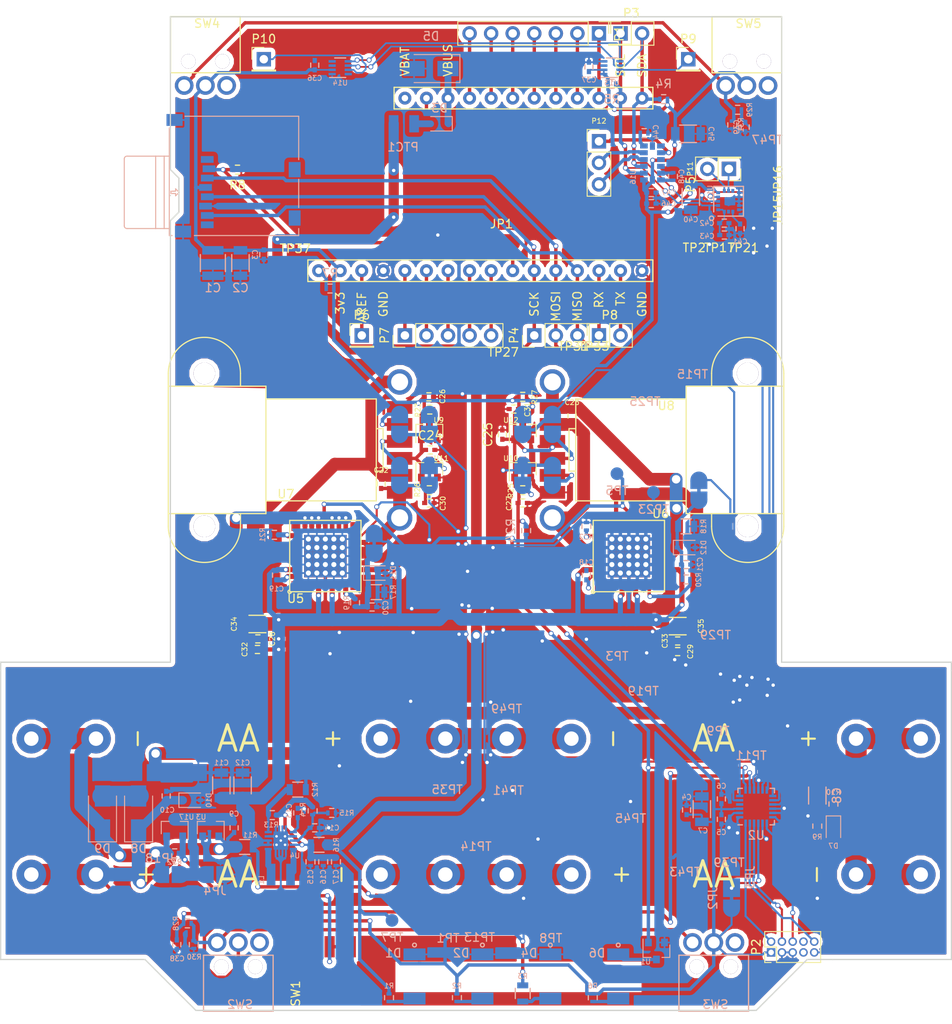
<source format=kicad_pcb>
(kicad_pcb (version 4) (host pcbnew 4.0.4-stable)
  (layers (0 F.Cu signal) (31 B.Cu signal) (34 B.Paste user) (35 F.Paste user) (36 B.SilkS user) (37 F.SilkS user) (38 B.Mask user) (39 F.Mask user) (44 Edge.Cuts user))
  (net 0 "")
  (net 1 +3V3)
  (net 2 GND)
  (net 3 /VBATT_MONITOR)
  (net 4 /power/BATT_GND_TERM)
  (net 5 +BATT)
  (net 6 "Net-(C13-Pad1)")
  (net 7 /power/PSU_FB)
  (net 8 /power/PSU_VOUT)
  (net 9 "Net-(C18-Pad2)")
  (net 10 "Net-(C19-Pad2)")
  (net 11 "Net-(C20-Pad1)")
  (net 12 "Net-(C21-Pad1)")
  (net 13 "Net-(C22-Pad1)")
  (net 14 "Net-(C22-Pad2)")
  (net 15 "Net-(C23-Pad1)")
  (net 16 "Net-(C23-Pad2)")
  (net 17 rear_bumper)
  (net 18 front_bumper)
  (net 19 "Net-(C41-Pad1)")
  (net 20 "Net-(C44-Pad1)")
  (net 21 "Net-(C48-Pad1)")
  (net 22 "Net-(C48-Pad2)")
  (net 23 "Net-(D8-Pad2)")
  (net 24 "Net-(P1-Pad1)")
  (net 25 "Net-(P1-Pad2)")
  (net 26 "Net-(P1-Pad3)")
  (net 27 "Net-(P1-Pad4)")
  (net 28 "Net-(P1-Pad5)")
  (net 29 "Net-(P1-Pad6)")
  (net 30 "Net-(P1-Pad7)")
  (net 31 SWDIO)
  (net 32 SWCLK)
  (net 33 SWO)
  (net 34 "Net-(P2-Pad7)")
  (net 35 "Net-(P2-Pad8)")
  (net 36 RESET)
  (net 37 SCL)
  (net 38 SDA)
  (net 39 SCK)
  (net 40 MOSI)
  (net 41 MISO)
  (net 42 "Net-(P5-Pad26)")
  (net 43 "Net-(P5-Pad24)")
  (net 44 "Net-(P5-Pad23)")
  (net 45 "Net-(P5-Pad22)")
  (net 46 "Net-(P5-Pad21)")
  (net 47 "Net-(P5-Pad20)")
  (net 48 "Net-(P5-Pad15)")
  (net 49 "Net-(P5-Pad14)")
  (net 50 "Net-(P9-Pad1)")
  (net 51 "Net-(P10-Pad1)")
  (net 52 "Net-(P11-Pad1)")
  (net 53 "Net-(P11-Pad2)")
  (net 54 "Net-(P12-Pad1)")
  (net 55 "Net-(P12-Pad2)")
  (net 56 "Net-(P12-Pad3)")
  (net 57 +5V)
  (net 58 "Net-(D1-Pad2)")
  (net 59 "Net-(D2-Pad2)")
  (net 60 "Net-(D4-Pad2)")
  (net 61 "Net-(D6-Pad2)")
  (net 62 ~RST)
  (net 63 SD_CS)
  (net 64 PG)
  (net 65 "Net-(R12-Pad2)")
  (net 66 "Net-(R19-Pad1)")
  (net 67 "Net-(R20-Pad1)")
  (net 68 "Net-(R21-Pad1)")
  (net 69 "Net-(R22-Pad1)")
  (net 70 "Net-(JP11-Pad1)")
  (net 71 ~MotorSF)
  (net 72 "Net-(JP12-Pad1)")
  (net 73 "Net-(JP13-Pad1)")
  (net 74 "Net-(JP14-Pad1)")
  (net 75 "Net-(R28-Pad1)")
  (net 76 "Net-(R29-Pad1)")
  (net 77 "Net-(SD1-PadPIN1)")
  (net 78 "Net-(SD1-PadPIN8)")
  (net 79 Motor_In1)
  (net 80 Motor_In2)
  (net 81 right_encA)
  (net 82 right_encB)
  (net 83 ~MotorR_D)
  (net 84 MotorR_Inv)
  (net 85 FB_R)
  (net 86 left_encA)
  (net 87 left_encB)
  (net 88 ~MotorL_D)
  (net 89 MotorL_Inv)
  (net 90 FB_L)
  (net 91 "Net-(D6-Pad1)")
  (net 92 /power/BATT_V+_TERM)
  (net 93 "Net-(BT1-Pad2)")
  (net 94 "Net-(BT2-Pad2)")
  (net 95 "Net-(BT3-Pad2)")
  (net 96 GNDPWR)
  (net 97 "Net-(L1-Pad2)")
  (net 98 /power/PSU_IND)
  (net 99 "Net-(P5-Pad1)")
  (net 100 /F_VBUS)
  (net 101 "Net-(JP1-Pad1)")
  (net 102 "Net-(D3-Pad2)")
  (net 103 /I2C_LSB_BIT)
  (net 104 "Net-(U5-Pad3)")
  (net 105 "Net-(U5-Pad9)")
  (net 106 "Net-(U5-Pad25)")
  (net 107 "Net-(U5-Pad17)")
  (net 108 "Net-(U6-Pad3)")
  (net 109 /motors/MotorR_Inv)
  (net 110 "Net-(U6-Pad9)")
  (net 111 "Net-(U6-Pad25)")
  (net 112 "Net-(U6-Pad17)")
  (net 113 "Net-(U13-Pad8)")
  (net 114 "Net-(U14-Pad8)")
  (net 115 "Net-(JP15-Pad1)")
  (net 116 "Net-(U16-Pad8)")
  (net 117 "Net-(JP7-Pad1)")
  (net 118 "Net-(JP8-Pad2)")
  (net 119 "Net-(JP9-Pad1)")
  (net 120 "Net-(JP10-Pad2)")
  (net 121 "Net-(C9-Pad2)")
  (net 122 "Net-(R32-Pad1)")
  (net 123 "Net-(SW2-Pad1)")
  (net 124 "Net-(SW3-Pad1)")
  (net 125 "Net-(SW4-Pad1)")
  (net 126 "Net-(SW5-Pad1)")
  (module PiBot:Sanyo_GearMotor (layer F.Cu) (at 114.7 90.6)
    (fp_text reference U7 (at 9.6 5.2) (layer F.SilkS))
    (fp_text value Motor)
    (pad "" thru_hole circle (at 0 -9) (size 2.54 2.54) (drill 2.54) (layers *.Cu *.Mask))
    (pad "" thru_hole circle (at 0 9) (size 2.54 2.54) (drill 2.54) (layers *.Cu *.Mask))
    (pad 1 smd rect (at 23 5) (size 3 1.5) (layers F.Cu F.Paste F.Mask) (net 13 "Net-(C22-Pad1)"))
    (pad 2 smd rect (at 23 3) (size 3 1.5) (layers F.Cu F.Paste F.Mask) (net 14 "Net-(C22-Pad2)"))
    (pad 3 smd rect (at 23 1) (size 3 1.5) (layers F.Cu F.Paste F.Mask) (net 1 +3V3))
    (pad 4 smd rect (at 23 -1) (size 3 1.5) (layers F.Cu F.Paste F.Mask) (net 117 "Net-(JP7-Pad1)"))
    (pad 5 smd rect (at 23 -3) (size 3 1.5) (layers F.Cu F.Paste F.Mask) (net 118 "Net-(JP8-Pad2)"))
    (pad 6 smd rect (at 23 -5) (size 3 1.5) (layers F.Cu F.Paste F.Mask) (net 2 GND))
    (pad 1 thru_hole circle (at 23 8) (size 3 3) (drill 2) (layers *.Cu *.Mask) (net 13 "Net-(C22-Pad1)"))
    (pad 2 thru_hole circle (at 23 -8) (size 3 3) (drill 2) (layers *.Cu *.Mask) (net 14 "Net-(C22-Pad2)"))
  )
  (module Capacitors_SMD:C_1206 (layer B.Cu) (at 118.95 68.6 270)
    (fp_text reference C2 (at 2.921 0 540) (layer B.SilkS) (effects (justify mirror)))
    (fp_text value 10uF hide)
    (pad 1 smd rect (at -1.5 0 270) (size 1 1.6) (layers B.Cu B.Paste B.Mask) (net 1 +3V3))
    (pad 2 smd rect (at 1.5 0 270) (size 1 1.6) (layers B.Cu B.Paste B.Mask) (net 2 GND))
  )
  (module Capacitors_SMD:C_0402 (layer B.Cu) (at 121.7 67.6 270)
    (fp_text reference C3 (at 0 1.016 270) (layer B.SilkS) (effects (font (size 0.6 0.6) (thickness 0.1)) (justify mirror)))
    (fp_text value 1uF hide)
    (pad 1 smd rect (at -0.55 0 270) (size 0.6 0.5) (layers B.Cu B.Paste B.Mask) (net 1 +3V3))
    (pad 2 smd rect (at 0.55 0 270) (size 0.6 0.5) (layers B.Cu B.Paste B.Mask) (net 2 GND))
  )
  (module Capacitors_SMD:C_0402 (layer B.Cu) (at 171.5 133 90)
    (fp_text reference C4 (at 1.524 0 360) (layer B.SilkS) (effects (font (size 0.6 0.6) (thickness 0.1)) (justify mirror)))
    (fp_text value 10nF hide)
    (pad 1 smd rect (at -0.55 0 90) (size 0.6 0.5) (layers B.Cu B.Paste B.Mask) (net 1 +3V3))
    (pad 2 smd rect (at 0.55 0 90) (size 0.6 0.5) (layers B.Cu B.Paste B.Mask) (net 2 GND))
  )
  (module Capacitors_SMD:C_0402 (layer B.Cu) (at 175.6 134.1 270)
    (fp_text reference C5 (at 1.524 0 540) (layer B.SilkS) (effects (font (size 0.6 0.6) (thickness 0.1)) (justify mirror)))
    (fp_text value 0.1uF hide)
    (pad 1 smd rect (at -0.55 0 270) (size 0.6 0.5) (layers B.Cu B.Paste B.Mask) (net 1 +3V3))
    (pad 2 smd rect (at 0.55 0 270) (size 0.6 0.5) (layers B.Cu B.Paste B.Mask) (net 2 GND))
  )
  (module Capacitors_SMD:C_0402 (layer B.Cu) (at 175.6 131.7 90)
    (fp_text reference C6 (at 1.524 0 360) (layer B.SilkS) (effects (font (size 0.6 0.6) (thickness 0.1)) (justify mirror)))
    (fp_text value 1uF hide)
    (pad 1 smd rect (at -0.55 0 90) (size 0.6 0.5) (layers B.Cu B.Paste B.Mask) (net 1 +3V3))
    (pad 2 smd rect (at 0.55 0 90) (size 0.6 0.5) (layers B.Cu B.Paste B.Mask) (net 2 GND))
  )
  (module Capacitors_SMD:C_1206 (layer B.Cu) (at 173.3 132.9 90)
    (fp_text reference C7 (at -2.54 0.127 360) (layer B.SilkS) (effects (font (size 0.6 0.6) (thickness 0.1)) (justify mirror)))
    (fp_text value 10uF hide)
    (pad 1 smd rect (at -1.5 0 90) (size 1 1.6) (layers B.Cu B.Paste B.Mask) (net 1 +3V3))
    (pad 2 smd rect (at 1.5 0 90) (size 1 1.6) (layers B.Cu B.Paste B.Mask) (net 2 GND))
  )
  (module Capacitors_SMD:C_1206 (layer B.Cu) (at 186.9 131.3 90)
    (fp_text reference C8 (at 0 2.3 90) (layer B.SilkS) (effects (justify mirror)))
    (fp_text value 10uF hide)
    (pad 1 smd rect (at -1.5 0 90) (size 1 1.6) (layers B.Cu B.Paste B.Mask) (net 3 /VBATT_MONITOR))
    (pad 2 smd rect (at 1.5 0 90) (size 1 1.6) (layers B.Cu B.Paste B.Mask) (net 2 GND))
  )
  (module Capacitors_SMD:C_0402 (layer B.Cu) (at 118.2 135.1 90)
    (fp_text reference C9 (at 1.651 0 180) (layer B.SilkS) (effects (font (size 0.6 0.6) (thickness 0.1)) (justify mirror)))
    (fp_text value 0.1uF hide)
    (pad 1 smd rect (at -0.55 0 90) (size 0.6 0.5) (layers B.Cu B.Paste B.Mask) (net 92 /power/BATT_V+_TERM))
    (pad 2 smd rect (at 0.55 0 90) (size 0.6 0.5) (layers B.Cu B.Paste B.Mask) (net 121 "Net-(C9-Pad2)"))
  )
  (module Capacitors_SMD:C_0402 (layer B.Cu) (at 110.2 131.35 90)
    (fp_text reference C10 (at -1.651 0.127 360) (layer B.SilkS) (effects (font (size 0.6 0.6) (thickness 0.1)) (justify mirror)))
    (fp_text value 0.1uF hide)
    (pad 1 smd rect (at -0.55 0 90) (size 0.6 0.5) (layers B.Cu B.Paste B.Mask) (net 92 /power/BATT_V+_TERM))
    (pad 2 smd rect (at 0.55 0 90) (size 0.6 0.5) (layers B.Cu B.Paste B.Mask) (net 2 GND))
  )
  (module Capacitors_SMD:C_1206 (layer B.Cu) (at 116.7 130.1 90)
    (fp_text reference C11 (at 2.667 0 360) (layer B.SilkS) (effects (font (size 0.6 0.6) (thickness 0.1)) (justify mirror)))
    (fp_text value 10uF hide)
    (pad 1 smd rect (at -1.5 0 90) (size 1 1.6) (layers B.Cu B.Paste B.Mask) (net 5 +BATT))
    (pad 2 smd rect (at 1.5 0 90) (size 1 1.6) (layers B.Cu B.Paste B.Mask) (net 2 GND))
  )
  (module Capacitors_SMD:C_1206 (layer B.Cu) (at 119.2 130.1 90)
    (fp_text reference C12 (at 2.667 0 360) (layer B.SilkS) (effects (font (size 0.6 0.6) (thickness 0.1)) (justify mirror)))
    (fp_text value 10uF hide)
    (pad 1 smd rect (at -1.5 0 90) (size 1 1.6) (layers B.Cu B.Paste B.Mask) (net 5 +BATT))
    (pad 2 smd rect (at 1.5 0 90) (size 1 1.6) (layers B.Cu B.Paste B.Mask) (net 2 GND))
  )
  (module Capacitors_SMD:C_0402 (layer B.Cu) (at 125.7 133.35 90)
    (fp_text reference C13 (at 0.254 -1.016 270) (layer B.SilkS) (effects (font (size 0.6 0.6) (thickness 0.1)) (justify mirror)))
    (fp_text value 0.1uF hide)
    (pad 1 smd rect (at -0.55 0 90) (size 0.6 0.5) (layers B.Cu B.Paste B.Mask) (net 6 "Net-(C13-Pad1)"))
    (pad 2 smd rect (at 0.55 0 90) (size 0.6 0.5) (layers B.Cu B.Paste B.Mask) (net 2 GND))
  )
  (module Capacitors_SMD:C_0402 (layer B.Cu) (at 127.7 135.1)
    (fp_text reference C14 (at 2.032 0) (layer B.SilkS) (effects (font (size 0.6 0.6) (thickness 0.1)) (justify mirror)))
    (fp_text value 10pf hide)
    (pad 1 smd rect (at -0.55 0) (size 0.6 0.5) (layers B.Cu B.Paste B.Mask) (net 7 /power/PSU_FB))
    (pad 2 smd rect (at 0.55 0) (size 0.6 0.5) (layers B.Cu B.Paste B.Mask) (net 2 GND))
  )
  (module Resistors_SMD:R_0402 (layer B.Cu) (at 127.2 139.1 270)
    (fp_text reference C15 (at 1.778 0 270) (layer B.SilkS) (effects (font (size 0.6 0.6) (thickness 0.1)) (justify mirror)))
    (fp_text value 22uf hide)
    (pad 1 smd rect (at -0.45 0 270) (size 0.4 0.6) (layers B.Cu B.Paste B.Mask) (net 8 /power/PSU_VOUT))
    (pad 2 smd rect (at 0.45 0 270) (size 0.4 0.6) (layers B.Cu B.Paste B.Mask) (net 2 GND))
  )
  (module Resistors_SMD:R_0402 (layer B.Cu) (at 128.7 139.1 270)
    (fp_text reference C16 (at 1.778 0 270) (layer B.SilkS) (effects (font (size 0.6 0.6) (thickness 0.1)) (justify mirror)))
    (fp_text value 22uf hide)
    (pad 1 smd rect (at -0.45 0 270) (size 0.4 0.6) (layers B.Cu B.Paste B.Mask) (net 8 /power/PSU_VOUT))
    (pad 2 smd rect (at 0.45 0 270) (size 0.4 0.6) (layers B.Cu B.Paste B.Mask) (net 2 GND))
  )
  (module Resistors_SMD:R_0402 (layer B.Cu) (at 130.2 139.1 270)
    (fp_text reference C17 (at 1.778 0 450) (layer B.SilkS) (effects (font (size 0.6 0.6) (thickness 0.1)) (justify mirror)))
    (fp_text value 22uf hide)
    (pad 1 smd rect (at -0.45 0 270) (size 0.4 0.6) (layers B.Cu B.Paste B.Mask) (net 8 /power/PSU_VOUT))
    (pad 2 smd rect (at 0.45 0 270) (size 0.4 0.6) (layers B.Cu B.Paste B.Mask) (net 2 GND))
  )
  (module Capacitors_SMD:C_0402 (layer B.Cu) (at 159.7 105.35 270)
    (fp_text reference C18 (at -1.5 0 540) (layer B.SilkS) (effects (font (size 0.6 0.6) (thickness 0.1)) (justify mirror)))
    (fp_text value 0.1uF hide)
    (pad 1 smd rect (at -0.55 0 270) (size 0.6 0.5) (layers B.Cu B.Paste B.Mask) (net 5 +BATT))
    (pad 2 smd rect (at 0.55 0 270) (size 0.6 0.5) (layers B.Cu B.Paste B.Mask) (net 9 "Net-(C18-Pad2)"))
  )
  (module Capacitors_SMD:C_0402 (layer B.Cu) (at 123.2 105.35 270)
    (fp_text reference C19 (at 1.6 0 540) (layer B.SilkS) (effects (font (size 0.6 0.6) (thickness 0.1)) (justify mirror)))
    (fp_text value 0.1uF hide)
    (pad 1 smd rect (at -0.55 0 270) (size 0.6 0.5) (layers B.Cu B.Paste B.Mask) (net 5 +BATT))
    (pad 2 smd rect (at 0.55 0 270) (size 0.6 0.5) (layers B.Cu B.Paste B.Mask) (net 10 "Net-(C19-Pad2)"))
  )
  (module Capacitors_SMD:C_0402 (layer B.Cu) (at 134.45 109.1)
    (fp_text reference C20 (at 1.6 0.1 90) (layer B.SilkS) (effects (font (size 0.6 0.6) (thickness 0.1)) (justify mirror)))
    (fp_text value 1uF hide)
    (pad 1 smd rect (at -0.55 0) (size 0.6 0.5) (layers B.Cu B.Paste B.Mask) (net 11 "Net-(C20-Pad1)"))
    (pad 2 smd rect (at 0.55 0) (size 0.6 0.5) (layers B.Cu B.Paste B.Mask) (net 2 GND))
  )
  (module Capacitors_SMD:C_0402 (layer B.Cu) (at 171.45 104.1)
    (fp_text reference C21 (at 1.65 0 90) (layer B.SilkS) (effects (font (size 0.6 0.6) (thickness 0.1)) (justify mirror)))
    (fp_text value 1uF hide)
    (pad 1 smd rect (at -0.55 0) (size 0.6 0.5) (layers B.Cu B.Paste B.Mask) (net 12 "Net-(C21-Pad1)"))
    (pad 2 smd rect (at 0.55 0) (size 0.6 0.5) (layers B.Cu B.Paste B.Mask) (net 2 GND))
  )
  (module Capacitors_SMD:C_0402 (layer F.Cu) (at 135.52 94.59 90)
    (fp_text reference C22 (at 1.6 0 180) (layer F.SilkS) (effects (font (size 0.6 0.6) (thickness 0.1))))
    (fp_text value 0.1uF hide)
    (pad 1 smd rect (at -0.55 0 90) (size 0.6 0.5) (layers F.Cu F.Paste F.Mask) (net 13 "Net-(C22-Pad1)"))
    (pad 2 smd rect (at 0.55 0 90) (size 0.6 0.5) (layers F.Cu F.Paste F.Mask) (net 14 "Net-(C22-Pad2)"))
  )
  (module Capacitors_SMD:C_0402 (layer F.Cu) (at 158.01 86.6 270)
    (fp_text reference C23 (at -1.6 0 360) (layer F.SilkS) (effects (font (size 0.6 0.6) (thickness 0.1))))
    (fp_text value 0.1uF hide)
    (pad 1 smd rect (at -0.55 0 270) (size 0.6 0.5) (layers F.Cu F.Paste F.Mask) (net 15 "Net-(C23-Pad1)"))
    (pad 2 smd rect (at 0.55 0 270) (size 0.6 0.5) (layers F.Cu F.Paste F.Mask) (net 16 "Net-(C23-Pad2)"))
  )
  (module Capacitors_SMD:C_0402 (layer F.Cu) (at 141.3 90.6)
    (fp_text reference C24 (at 0 -1.7) (layer F.SilkS))
    (fp_text value 0.1uF)
    (pad 1 smd rect (at -0.55 0) (size 0.6 0.5) (layers F.Cu F.Paste F.Mask) (net 1 +3V3))
    (pad 2 smd rect (at 0.55 0) (size 0.6 0.5) (layers F.Cu F.Paste F.Mask) (net 2 GND))
  )
  (module Capacitors_SMD:C_0402 (layer F.Cu) (at 149.8 88.8 90)
    (fp_text reference C25 (at 0 -1.7 90) (layer F.SilkS))
    (fp_text value 0.1uF)
    (pad 1 smd rect (at -0.55 0 90) (size 0.6 0.5) (layers F.Cu F.Paste F.Mask) (net 1 +3V3))
    (pad 2 smd rect (at 0.55 0 90) (size 0.6 0.5) (layers F.Cu F.Paste F.Mask) (net 2 GND))
  )
  (module Capacitors_SMD:C_0402 (layer F.Cu) (at 141.15 84.35)
    (fp_text reference C26 (at 1.6 -0.05 90) (layer F.SilkS) (effects (font (size 0.6 0.6) (thickness 0.1))))
    (fp_text value 0.1uF hide)
    (pad 1 smd rect (at -0.55 0) (size 0.6 0.5) (layers F.Cu F.Paste F.Mask) (net 1 +3V3))
    (pad 2 smd rect (at 0.55 0) (size 0.6 0.5) (layers F.Cu F.Paste F.Mask) (net 2 GND))
  )
  (module Capacitors_SMD:C_0402 (layer F.Cu) (at 152.2 96.85)
    (fp_text reference C27 (at -1.6 0.05 90) (layer F.SilkS) (effects (font (size 0.6 0.6) (thickness 0.1))))
    (fp_text value 0.1uF hide)
    (pad 1 smd rect (at -0.55 0) (size 0.6 0.5) (layers F.Cu F.Paste F.Mask) (net 1 +3V3))
    (pad 2 smd rect (at 0.55 0) (size 0.6 0.5) (layers F.Cu F.Paste F.Mask) (net 2 GND))
  )
  (module Capacitors_SMD:C_0402 (layer F.Cu) (at 121 112.85 180)
    (fp_text reference C28 (at -1.7 0 270) (layer F.SilkS) (effects (font (size 0.6 0.6) (thickness 0.1))))
    (fp_text value 0.1uF hide)
    (pad 1 smd rect (at -0.55 0 180) (size 0.6 0.5) (layers F.Cu F.Paste F.Mask) (net 5 +BATT))
    (pad 2 smd rect (at 0.55 0 180) (size 0.6 0.5) (layers F.Cu F.Paste F.Mask) (net 96 GNDPWR))
  )
  (module Capacitors_SMD:C_0402 (layer F.Cu) (at 170.45 114.35)
    (fp_text reference C29 (at 1.5 0 90) (layer F.SilkS) (effects (font (size 0.6 0.6) (thickness 0.1))))
    (fp_text value 0.1uF hide)
    (pad 1 smd rect (at -0.55 0) (size 0.6 0.5) (layers F.Cu F.Paste F.Mask) (net 5 +BATT))
    (pad 2 smd rect (at 0.55 0) (size 0.6 0.5) (layers F.Cu F.Paste F.Mask) (net 96 GNDPWR))
  )
  (module Capacitors_SMD:C_0402 (layer F.Cu) (at 141.2 96.85)
    (fp_text reference C30 (at 1.6 0.05 90) (layer F.SilkS) (effects (font (size 0.6 0.6) (thickness 0.1))))
    (fp_text value 0.1uF hide)
    (pad 1 smd rect (at -0.55 0) (size 0.6 0.5) (layers F.Cu F.Paste F.Mask) (net 1 +3V3))
    (pad 2 smd rect (at 0.55 0) (size 0.6 0.5) (layers F.Cu F.Paste F.Mask) (net 2 GND))
  )
  (module Capacitors_SMD:C_0402 (layer F.Cu) (at 151.15 85.79 180)
    (fp_text reference C31 (at -1.6 -0.05 270) (layer F.SilkS) (effects (font (size 0.6 0.6) (thickness 0.1))))
    (fp_text value 0.1uF hide)
    (pad 1 smd rect (at -0.55 0 180) (size 0.6 0.5) (layers F.Cu F.Paste F.Mask) (net 1 +3V3))
    (pad 2 smd rect (at 0.55 0 180) (size 0.6 0.5) (layers F.Cu F.Paste F.Mask) (net 2 GND))
  )
  (module Capacitors_SMD:C_0402 (layer F.Cu) (at 120.95 114.1 180)
    (fp_text reference C32 (at 1.5 0 270) (layer F.SilkS) (effects (font (size 0.6 0.6) (thickness 0.1))))
    (fp_text value 1uF hide)
    (pad 1 smd rect (at -0.55 0 180) (size 0.6 0.5) (layers F.Cu F.Paste F.Mask) (net 5 +BATT))
    (pad 2 smd rect (at 0.55 0 180) (size 0.6 0.5) (layers F.Cu F.Paste F.Mask) (net 96 GNDPWR))
  )
  (module Capacitors_SMD:C_0402 (layer F.Cu) (at 170.45 113.1)
    (fp_text reference C33 (at -1.5 0 90) (layer F.SilkS) (effects (font (size 0.6 0.6) (thickness 0.1))))
    (fp_text value 1uF hide)
    (pad 1 smd rect (at -0.55 0) (size 0.6 0.5) (layers F.Cu F.Paste F.Mask) (net 5 +BATT))
    (pad 2 smd rect (at 0.55 0) (size 0.6 0.5) (layers F.Cu F.Paste F.Mask) (net 96 GNDPWR))
  )
  (module Capacitors_SMD:C_1206 (layer F.Cu) (at 120.95 111.1 180)
    (fp_text reference C34 (at 2.75 0 270) (layer F.SilkS) (effects (font (size 0.6 0.6) (thickness 0.1))))
    (fp_text value 10uF hide)
    (pad 1 smd rect (at -1.5 0 180) (size 1 1.6) (layers F.Cu F.Paste F.Mask) (net 5 +BATT))
    (pad 2 smd rect (at 1.5 0 180) (size 1 1.6) (layers F.Cu F.Paste F.Mask) (net 96 GNDPWR))
  )
  (module Capacitors_SMD:C_1206 (layer F.Cu) (at 170.45 111.35)
    (fp_text reference C35 (at 2.75 0 90) (layer F.SilkS) (effects (font (size 0.6 0.6) (thickness 0.1))))
    (fp_text value 10uF hide)
    (pad 1 smd rect (at -1.5 0) (size 1 1.6) (layers F.Cu F.Paste F.Mask) (net 5 +BATT))
    (pad 2 smd rect (at 1.5 0) (size 1 1.6) (layers F.Cu F.Paste F.Mask) (net 96 GNDPWR))
  )
  (module Capacitors_SMD:C_0402 (layer B.Cu) (at 127.7 45.3 90)
    (fp_text reference C36 (at -1.524 0 360) (layer B.SilkS) (effects (font (size 0.6 0.6) (thickness 0.1)) (justify mirror)))
    (fp_text value 0.1uF hide)
    (pad 1 smd rect (at -0.55 0 90) (size 0.6 0.5) (layers B.Cu B.Paste B.Mask) (net 1 +3V3))
    (pad 2 smd rect (at 0.55 0 90) (size 0.6 0.5) (layers B.Cu B.Paste B.Mask) (net 2 GND))
  )
  (module Capacitors_SMD:C_0402 (layer B.Cu) (at 160 45.5 90)
    (fp_text reference C37 (at -1.524 0 360) (layer B.SilkS) (effects (font (size 0.6 0.6) (thickness 0.1)) (justify mirror)))
    (fp_text value 0.1uF hide)
    (pad 1 smd rect (at -0.55 0 90) (size 0.6 0.5) (layers B.Cu B.Paste B.Mask) (net 1 +3V3))
    (pad 2 smd rect (at 0.55 0 90) (size 0.6 0.5) (layers B.Cu B.Paste B.Mask) (net 2 GND))
  )
  (module Capacitors_SMD:C_0402 (layer B.Cu) (at 111.45 148.85 270)
    (fp_text reference C38 (at 1.65 -0.05 540) (layer B.SilkS) (effects (font (size 0.6 0.6) (thickness 0.1)) (justify mirror)))
    (fp_text value 0.1uF hide)
    (pad 1 smd rect (at -0.55 0 270) (size 0.6 0.5) (layers B.Cu B.Paste B.Mask) (net 17 rear_bumper))
    (pad 2 smd rect (at 0.55 0 270) (size 0.6 0.5) (layers B.Cu B.Paste B.Mask) (net 2 GND))
  )
  (module Capacitors_SMD:C_0402 (layer B.Cu) (at 178.406 52.586 270)
    (fp_text reference C39 (at 0 1.016 270) (layer B.SilkS) (effects (font (size 0.6 0.6) (thickness 0.1)) (justify mirror)))
    (fp_text value 0.1uF hide)
    (pad 1 smd rect (at -0.55 0 270) (size 0.6 0.5) (layers B.Cu B.Paste B.Mask) (net 18 front_bumper))
    (pad 2 smd rect (at 0.55 0 270) (size 0.6 0.5) (layers B.Cu B.Paste B.Mask) (net 2 GND))
  )
  (module Capacitors_SMD:C_1206 (layer B.Cu) (at 172.001 60.814 270)
    (fp_text reference C40 (at 2.667 0 540) (layer B.SilkS) (effects (font (size 0.6 0.6) (thickness 0.1)) (justify mirror)))
    (fp_text value 10uF hide)
    (pad 1 smd rect (at -1.5 0 270) (size 1 1.6) (layers B.Cu B.Paste B.Mask) (net 1 +3V3))
    (pad 2 smd rect (at 1.5 0 270) (size 1 1.6) (layers B.Cu B.Paste B.Mask) (net 2 GND))
  )
  (module Capacitors_SMD:C_0402 (layer B.Cu) (at 177.8 64.55 270)
    (fp_text reference C41 (at 1.524 0 540) (layer B.SilkS) (effects (font (size 0.6 0.6) (thickness 0.1)) (justify mirror)))
    (fp_text value 10nF hide)
    (pad 1 smd rect (at -0.55 0 270) (size 0.6 0.5) (layers B.Cu B.Paste B.Mask) (net 19 "Net-(C41-Pad1)"))
    (pad 2 smd rect (at 0.55 0 270) (size 0.6 0.5) (layers B.Cu B.Paste B.Mask) (net 2 GND))
  )
  (module Capacitors_SMD:C_0402 (layer B.Cu) (at 175.938 63.9)
    (fp_text reference C42 (at -2.032 0) (layer B.SilkS) (effects (font (size 0.6 0.6) (thickness 0.1)) (justify mirror)))
    (fp_text value 1uF hide)
    (pad 1 smd rect (at -0.55 0) (size 0.6 0.5) (layers B.Cu B.Paste B.Mask) (net 1 +3V3))
    (pad 2 smd rect (at 0.55 0) (size 0.6 0.5) (layers B.Cu B.Paste B.Mask) (net 2 GND))
  )
  (module Capacitors_SMD:C_0402 (layer B.Cu) (at 175.95 65.3)
    (fp_text reference C43 (at -2.032 0.127) (layer B.SilkS) (effects (font (size 0.6 0.6) (thickness 0.1)) (justify mirror)))
    (fp_text value 0.1uF hide)
    (pad 1 smd rect (at -0.55 0) (size 0.6 0.5) (layers B.Cu B.Paste B.Mask) (net 1 +3V3))
    (pad 2 smd rect (at 0.55 0) (size 0.6 0.5) (layers B.Cu B.Paste B.Mask) (net 2 GND))
  )
  (module Resistors_SMD:R_0402 (layer B.Cu) (at 166.5 53.3)
    (fp_text reference C44 (at 1.397 -0.127 270) (layer B.SilkS) (effects (font (size 0.6 0.6) (thickness 0.1)) (justify mirror)))
    (fp_text value 4.7uF hide)
    (pad 1 smd rect (at -0.45 0) (size 0.4 0.6) (layers B.Cu B.Paste B.Mask) (net 20 "Net-(C44-Pad1)"))
    (pad 2 smd rect (at 0.45 0) (size 0.4 0.6) (layers B.Cu B.Paste B.Mask) (net 2 GND))
  )
  (module Capacitors_SMD:C_1206 (layer B.Cu) (at 171.667 53.382)
    (fp_text reference C45 (at 2.794 0 270) (layer B.SilkS) (effects (font (size 0.6 0.6) (thickness 0.1)) (justify mirror)))
    (fp_text value 10uF hide)
    (pad 1 smd rect (at -1.5 0) (size 1 1.6) (layers B.Cu B.Paste B.Mask) (net 1 +3V3))
    (pad 2 smd rect (at 1.5 0) (size 1 1.6) (layers B.Cu B.Paste B.Mask) (net 2 GND))
  )
  (module Capacitors_SMD:C_0402 (layer B.Cu) (at 167.35 61.6)
    (fp_text reference C46 (at 2.032 0 180) (layer B.SilkS) (effects (font (size 0.6 0.6) (thickness 0.1)) (justify mirror)))
    (fp_text value 1uF hide)
    (pad 1 smd rect (at -0.55 0) (size 0.6 0.5) (layers B.Cu B.Paste B.Mask) (net 1 +3V3))
    (pad 2 smd rect (at 0.55 0) (size 0.6 0.5) (layers B.Cu B.Paste B.Mask) (net 2 GND))
  )
  (module Capacitors_SMD:C_0402 (layer B.Cu) (at 167.35 60.3)
    (fp_text reference C47 (at 2.032 0 180) (layer B.SilkS) (effects (font (size 0.6 0.6) (thickness 0.1)) (justify mirror)))
    (fp_text value 0.1uF hide)
    (pad 1 smd rect (at -0.55 0) (size 0.6 0.5) (layers B.Cu B.Paste B.Mask) (net 1 +3V3))
    (pad 2 smd rect (at 0.55 0) (size 0.6 0.5) (layers B.Cu B.Paste B.Mask) (net 2 GND))
  )
  (module Resistors_SMD:R_0402 (layer B.Cu) (at 169.9 58.4 90)
    (fp_text reference C48 (at 0 1.016 90) (layer B.SilkS) (effects (font (size 0.6 0.6) (thickness 0.1)) (justify mirror)))
    (fp_text value 0.22uF hide)
    (pad 1 smd rect (at -0.45 0 90) (size 0.4 0.6) (layers B.Cu B.Paste B.Mask) (net 21 "Net-(C48-Pad1)"))
    (pad 2 smd rect (at 0.45 0 90) (size 0.4 0.6) (layers B.Cu B.Paste B.Mask) (net 22 "Net-(C48-Pad2)"))
  )
  (module Diodes_SMD:SOD-323 (layer B.Cu) (at 113.2 131.85)
    (fp_text reference D10 (at 2.032 0 270) (layer B.SilkS) (effects (font (size 0.6 0.6) (thickness 0.1)) (justify mirror)))
    (fp_text value 7.5V hide)
    (pad 1 smd rect (at -1.05 0) (size 0.6 0.45) (layers B.Cu B.Paste B.Mask) (net 92 /power/BATT_V+_TERM))
    (pad 2 smd rect (at 1.05 0) (size 0.6 0.45) (layers B.Cu B.Paste B.Mask) (net 2 GND))
  )
  (module Pin_Headers:Pin_Header_Straight_1x07_Pitch2.54mm (layer F.Cu) (at 161.18 41.56 270)
    (fp_text reference P1 (at 0 -2.39 270) (layer F.SilkS))
    (fp_text value BREAKOUT)
    (pad 1 thru_hole rect (at 0 0 270) (size 1.7 1.7) (drill 1) (layers *.Cu *.Mask) (net 24 "Net-(P1-Pad1)"))
    (pad 2 thru_hole oval (at 0 2.54 270) (size 1.7 1.7) (drill 1) (layers *.Cu *.Mask) (net 25 "Net-(P1-Pad2)"))
    (pad 3 thru_hole oval (at 0 5.08 270) (size 1.7 1.7) (drill 1) (layers *.Cu *.Mask) (net 26 "Net-(P1-Pad3)"))
    (pad 4 thru_hole oval (at 0 7.62 270) (size 1.7 1.7) (drill 1) (layers *.Cu *.Mask) (net 27 "Net-(P1-Pad4)"))
    (pad 5 thru_hole oval (at 0 10.16 270) (size 1.7 1.7) (drill 1) (layers *.Cu *.Mask) (net 28 "Net-(P1-Pad5)"))
    (pad 6 thru_hole oval (at 0 12.7 270) (size 1.7 1.7) (drill 1) (layers *.Cu *.Mask) (net 29 "Net-(P1-Pad6)"))
    (pad 7 thru_hole oval (at 0 15.24 270) (size 1.7 1.7) (drill 1) (layers *.Cu *.Mask) (net 30 "Net-(P1-Pad7)"))
  )
  (module Pin_Headers:Pin_Header_Straight_2x01_Pitch2.54mm (layer F.Cu) (at 163.72 41.56)
    (fp_text reference P3 (at 1.27 -2.39) (layer F.SilkS))
    (fp_text value I2C_EXPANSION)
    (pad 1 thru_hole rect (at 0 0) (size 1.7 1.7) (drill 1) (layers *.Cu *.Mask) (net 37 SCL))
    (pad 2 thru_hole oval (at 2.54 0) (size 1.7 1.7) (drill 1) (layers *.Cu *.Mask) (net 38 SDA))
  )
  (module Pin_Headers:Pin_Header_Straight_1x03_Pitch2.54mm (layer F.Cu) (at 153.56 77.12 90)
    (fp_text reference P4 (at 0 -2.39 90) (layer F.SilkS))
    (fp_text value SPI_EXPANSION)
    (pad 1 thru_hole rect (at 0 0 90) (size 1.7 1.7) (drill 1) (layers *.Cu *.Mask) (net 39 SCK))
    (pad 2 thru_hole oval (at 0 2.54 90) (size 1.7 1.7) (drill 1) (layers *.Cu *.Mask) (net 40 MOSI))
    (pad 3 thru_hole oval (at 0 5.08 90) (size 1.7 1.7) (drill 1) (layers *.Cu *.Mask) (net 41 MISO))
  )
  (module Pin_Headers:Pin_Header_Straight_1x01_Pitch2.54mm (layer F.Cu) (at 133.24 77.12)
    (fp_text reference P6 (at 0 -2.39) (layer F.SilkS))
    (fp_text value BREAKOUT)
    (pad 1 thru_hole rect (at 0 0) (size 1.7 1.7) (drill 1) (layers *.Cu *.Mask) (net 42 "Net-(P5-Pad26)"))
  )
  (module Pin_Headers:Pin_Header_Straight_1x05_Pitch2.54mm (layer F.Cu) (at 138.32 77.12 90)
    (fp_text reference P7 (at 0 -2.39 90) (layer F.SilkS))
    (fp_text value BREAKOUT)
    (pad 1 thru_hole rect (at 0 0 90) (size 1.7 1.7) (drill 1) (layers *.Cu *.Mask) (net 43 "Net-(P5-Pad24)"))
    (pad 2 thru_hole oval (at 0 2.54 90) (size 1.7 1.7) (drill 1) (layers *.Cu *.Mask) (net 44 "Net-(P5-Pad23)"))
    (pad 3 thru_hole oval (at 0 5.08 90) (size 1.7 1.7) (drill 1) (layers *.Cu *.Mask) (net 45 "Net-(P5-Pad22)"))
    (pad 4 thru_hole oval (at 0 7.62 90) (size 1.7 1.7) (drill 1) (layers *.Cu *.Mask) (net 46 "Net-(P5-Pad21)"))
    (pad 5 thru_hole oval (at 0 10.16 90) (size 1.7 1.7) (drill 1) (layers *.Cu *.Mask) (net 47 "Net-(P5-Pad20)"))
  )
  (module Pin_Headers:Pin_Header_Straight_2x01_Pitch2.54mm (layer F.Cu) (at 161.18 77.12)
    (fp_text reference P8 (at 1.27 -2.39) (layer F.SilkS))
    (fp_text value BREAKOUT)
    (pad 1 thru_hole rect (at 0 0) (size 1.7 1.7) (drill 1) (layers *.Cu *.Mask) (net 48 "Net-(P5-Pad15)"))
    (pad 2 thru_hole oval (at 2.54 0) (size 1.7 1.7) (drill 1) (layers *.Cu *.Mask) (net 49 "Net-(P5-Pad14)"))
  )
  (module Pin_Headers:Pin_Header_Straight_1x01_Pitch2.54mm (layer F.Cu) (at 171.7 44.6)
    (fp_text reference P9 (at 0 -2.39) (layer F.SilkS))
    (fp_text value BREAKOUT)
    (pad 1 thru_hole rect (at 0 0) (size 1.7 1.7) (drill 1) (layers *.Cu *.Mask) (net 50 "Net-(P9-Pad1)"))
  )
  (module Pin_Headers:Pin_Header_Straight_1x01_Pitch2.54mm (layer F.Cu) (at 121.7 44.6)
    (fp_text reference P10 (at 0 -2.39) (layer F.SilkS))
    (fp_text value BREAKOUT)
    (pad 1 thru_hole rect (at 0 0) (size 1.7 1.7) (drill 1) (layers *.Cu *.Mask) (net 51 "Net-(P10-Pad1)"))
  )
  (module Pin_Headers:Pin_Header_Straight_2x01_Pitch2.54mm (layer F.Cu) (at 176.488 57.512 180)
    (fp_text reference P11 (at 4.572 0 270) (layer F.SilkS) (effects (font (size 0.6 0.6) (thickness 0.1))))
    (fp_text value BREAKOUT hide)
    (pad 1 thru_hole rect (at 0 0 180) (size 1.7 1.7) (drill 1) (layers *.Cu *.Mask) (net 52 "Net-(P11-Pad1)"))
    (pad 2 thru_hole oval (at 2.54 0 180) (size 1.7 1.7) (drill 1) (layers *.Cu *.Mask) (net 53 "Net-(P11-Pad2)"))
  )
  (module Pin_Headers:Pin_Header_Straight_1x03_Pitch2.54mm (layer F.Cu) (at 161.18 54.26)
    (fp_text reference P12 (at 0 -2.39) (layer F.SilkS) (effects (font (size 0.6 0.6) (thickness 0.1))))
    (fp_text value BREAKOUT hide)
    (pad 1 thru_hole rect (at 0 0) (size 1.7 1.7) (drill 1) (layers *.Cu *.Mask) (net 54 "Net-(P12-Pad1)"))
    (pad 2 thru_hole oval (at 0 2.54) (size 1.7 1.7) (drill 1) (layers *.Cu *.Mask) (net 55 "Net-(P12-Pad2)"))
    (pad 3 thru_hole oval (at 0 5.08) (size 1.7 1.7) (drill 1) (layers *.Cu *.Mask) (net 56 "Net-(P12-Pad3)"))
  )
  (module Resistors_SMD:R_0402 (layer B.Cu) (at 136.45 155.1 270)
    (fp_text reference R1 (at -1.397 0 540) (layer B.SilkS) (effects (font (size 0.6 0.6) (thickness 0.1)) (justify mirror)))
    (fp_text value 150R hide)
    (pad 1 smd rect (at -0.45 0 270) (size 0.4 0.6) (layers B.Cu B.Paste B.Mask) (net 57 +5V))
    (pad 2 smd rect (at 0.45 0 270) (size 0.4 0.6) (layers B.Cu B.Paste B.Mask) (net 58 "Net-(D1-Pad2)"))
  )
  (module Resistors_SMD:R_0402 (layer B.Cu) (at 144.45 155.1 270)
    (fp_text reference R2 (at -1.397 0 540) (layer B.SilkS) (effects (font (size 0.6 0.6) (thickness 0.1)) (justify mirror)))
    (fp_text value 62R hide)
    (pad 1 smd rect (at -0.45 0 270) (size 0.4 0.6) (layers B.Cu B.Paste B.Mask) (net 1 +3V3))
    (pad 2 smd rect (at 0.45 0 270) (size 0.4 0.6) (layers B.Cu B.Paste B.Mask) (net 59 "Net-(D2-Pad2)"))
  )
  (module Resistors_SMD:R_0805 (layer B.Cu) (at 152.2 154.6 270)
    (fp_text reference R3 (at -2.032 0 540) (layer B.SilkS) (effects (font (size 0.6 0.6) (thickness 0.1)) (justify mirror)))
    (fp_text value 200R hide)
    (pad 1 smd rect (at -0.95 0 270) (size 0.7 1.3) (layers B.Cu B.Paste B.Mask) (net 5 +BATT))
    (pad 2 smd rect (at 0.95 0 270) (size 0.7 1.3) (layers B.Cu B.Paste B.Mask) (net 60 "Net-(D4-Pad2)"))
  )
  (module Resistors_SMD:R_0402 (layer B.Cu) (at 168.8 49.3 180)
    (fp_text reference R4 (at 0 1.8 180) (layer B.SilkS) (effects (justify mirror)))
    (fp_text value 10k)
    (pad 1 smd rect (at -0.45 0 180) (size 0.4 0.6) (layers B.Cu B.Paste B.Mask) (net 1 +3V3))
    (pad 2 smd rect (at 0.45 0 180) (size 0.4 0.6) (layers B.Cu B.Paste B.Mask) (net 38 SDA))
  )
  (module Resistors_SMD:R_0402 (layer B.Cu) (at 162.7 47.5)
    (fp_text reference R5 (at 0 1.8) (layer B.SilkS) (effects (justify mirror)))
    (fp_text value 10k)
    (pad 1 smd rect (at -0.45 0) (size 0.4 0.6) (layers B.Cu B.Paste B.Mask) (net 1 +3V3))
    (pad 2 smd rect (at 0.45 0) (size 0.4 0.6) (layers B.Cu B.Paste B.Mask) (net 37 SCL))
  )
  (module Resistors_SMD:R_0402 (layer B.Cu) (at 160.45 155.1 270)
    (fp_text reference R6 (at -1.397 0 540) (layer B.SilkS) (effects (font (size 0.6 0.6) (thickness 0.1)) (justify mirror)))
    (fp_text value 62R hide)
    (pad 1 smd rect (at -0.45 0 270) (size 0.4 0.6) (layers B.Cu B.Paste B.Mask) (net 1 +3V3))
    (pad 2 smd rect (at 0.45 0 270) (size 0.4 0.6) (layers B.Cu B.Paste B.Mask) (net 61 "Net-(D6-Pad2)"))
  )
  (module Resistors_SMD:R_0402 (layer B.Cu) (at 129.5 71.6 180)
    (fp_text reference R7 (at 0 1.8 180) (layer B.SilkS) (effects (justify mirror)))
    (fp_text value 10k)
    (pad 1 smd rect (at -0.45 0 180) (size 0.4 0.6) (layers B.Cu B.Paste B.Mask) (net 1 +3V3))
    (pad 2 smd rect (at 0.45 0 180) (size 0.4 0.6) (layers B.Cu B.Paste B.Mask) (net 62 ~RST))
  )
  (module Resistors_SMD:R_0402 (layer F.Cu) (at 118.6 57.6 180)
    (fp_text reference R8 (at 0 -1.8 180) (layer F.SilkS))
    (fp_text value 10k)
    (pad 1 smd rect (at -0.45 0 180) (size 0.4 0.6) (layers F.Cu F.Paste F.Mask) (net 2 GND))
    (pad 2 smd rect (at 0.45 0 180) (size 0.4 0.6) (layers F.Cu F.Paste F.Mask) (net 63 SD_CS))
  )
  (module Resistors_SMD:R_0402 (layer B.Cu) (at 186.9 134.9 270)
    (fp_text reference R9 (at 1.27 0 540) (layer B.SilkS) (effects (font (size 0.6 0.6) (thickness 0.1)) (justify mirror)))
    (fp_text value 15k hide)
    (pad 1 smd rect (at -0.45 0 270) (size 0.4 0.6) (layers B.Cu B.Paste B.Mask) (net 3 /VBATT_MONITOR))
    (pad 2 smd rect (at 0.45 0 270) (size 0.4 0.6) (layers B.Cu B.Paste B.Mask) (net 5 +BATT))
  )
  (module Resistors_SMD:R_0402 (layer B.Cu) (at 188.8 132.3 270)
    (fp_text reference R10 (at -1.397 0 540) (layer B.SilkS) (effects (font (size 0.6 0.6) (thickness 0.1)) (justify mirror)))
    (fp_text value 10k hide)
    (pad 1 smd rect (at -0.45 0 270) (size 0.4 0.6) (layers B.Cu B.Paste B.Mask) (net 2 GND))
    (pad 2 smd rect (at 0.45 0 270) (size 0.4 0.6) (layers B.Cu B.Paste B.Mask) (net 3 /VBATT_MONITOR))
  )
  (module Resistors_SMD:R_0805 (layer B.Cu) (at 119.45 137.35)
    (fp_text reference R11 (at 0.635 -1.397 180) (layer B.SilkS) (effects (font (size 0.6 0.6) (thickness 0.1)) (justify mirror)))
    (fp_text value 0 hide)
    (pad 1 smd rect (at -0.95 0) (size 0.7 1.3) (layers B.Cu B.Paste B.Mask) (net 92 /power/BATT_V+_TERM))
    (pad 2 smd rect (at 0.95 0) (size 0.7 1.3) (layers B.Cu B.Paste B.Mask) (net 5 +BATT))
  )
  (module Resistors_SMD:R_0805 (layer B.Cu) (at 125.7 130.6 180)
    (fp_text reference R12 (at -2.032 0 450) (layer B.SilkS) (effects (font (size 0.6 0.6) (thickness 0.1)) (justify mirror)))
    (fp_text value 0 hide)
    (pad 1 smd rect (at -0.95 0 180) (size 0.7 1.3) (layers B.Cu B.Paste B.Mask) (net 64 PG))
    (pad 2 smd rect (at 0.95 0 180) (size 0.7 1.3) (layers B.Cu B.Paste B.Mask) (net 65 "Net-(R12-Pad2)"))
  )
  (module Resistors_SMD:R_0402 (layer B.Cu) (at 122.7 133.6 180)
    (fp_text reference R13 (at 0.127 -1.143 180) (layer B.SilkS) (effects (font (size 0.6 0.6) (thickness 0.1)) (justify mirror)))
    (fp_text value 1M hide)
    (pad 1 smd rect (at -0.45 0 180) (size 0.4 0.6) (layers B.Cu B.Paste B.Mask) (net 8 /power/PSU_VOUT))
    (pad 2 smd rect (at 0.45 0 180) (size 0.4 0.6) (layers B.Cu B.Paste B.Mask) (net 65 "Net-(R12-Pad2)"))
  )
  (module Resistors_SMD:R_0402 (layer B.Cu) (at 127.45 133.1 270)
    (fp_text reference R14 (at -0.127 1.143 270) (layer B.SilkS) (effects (font (size 0.6 0.6) (thickness 0.1)) (justify mirror)))
    (fp_text value 1M hide)
    (pad 1 smd rect (at -0.45 0 270) (size 0.4 0.6) (layers B.Cu B.Paste B.Mask) (net 8 /power/PSU_VOUT))
    (pad 2 smd rect (at 0.45 0 270) (size 0.4 0.6) (layers B.Cu B.Paste B.Mask) (net 7 /power/PSU_FB))
  )
  (module Resistors_SMD:R_0402 (layer B.Cu) (at 129.7 133.35)
    (fp_text reference R15 (at 1.778 0 180) (layer B.SilkS) (effects (font (size 0.6 0.6) (thickness 0.1)) (justify mirror)))
    (fp_text value 111k hide)
    (pad 1 smd rect (at -0.45 0) (size 0.4 0.6) (layers B.Cu B.Paste B.Mask) (net 7 /power/PSU_FB))
    (pad 2 smd rect (at 0.45 0) (size 0.4 0.6) (layers B.Cu B.Paste B.Mask) (net 2 GND))
  )
  (module Resistors_SMD:R_0805 (layer B.Cu) (at 128.2 137.1)
    (fp_text reference R16 (at 2.032 0 270) (layer B.SilkS) (effects (font (size 0.6 0.6) (thickness 0.1)) (justify mirror)))
    (fp_text value 0 hide)
    (pad 1 smd rect (at -0.95 0) (size 0.7 1.3) (layers B.Cu B.Paste B.Mask) (net 8 /power/PSU_VOUT))
    (pad 2 smd rect (at 0.95 0) (size 0.7 1.3) (layers B.Cu B.Paste B.Mask) (net 57 +5V))
  )
  (module Resistors_SMD:R_0805 (layer B.Cu) (at 134.95 107.35)
    (fp_text reference R17 (at 2 0 90) (layer B.SilkS) (effects (font (size 0.6 0.6) (thickness 0.1)) (justify mirror)))
    (fp_text value 200 hide)
    (pad 1 smd rect (at -0.95 0) (size 0.7 1.3) (layers B.Cu B.Paste B.Mask) (net 11 "Net-(C20-Pad1)"))
    (pad 2 smd rect (at 0.95 0) (size 0.7 1.3) (layers B.Cu B.Paste B.Mask) (net 2 GND))
  )
  (module Resistors_SMD:R_0805 (layer B.Cu) (at 171.45 99.6)
    (fp_text reference R18 (at 2.05 0 90) (layer B.SilkS) (effects (font (size 0.6 0.6) (thickness 0.1)) (justify mirror)))
    (fp_text value 200 hide)
    (pad 1 smd rect (at -0.95 0) (size 0.7 1.3) (layers B.Cu B.Paste B.Mask) (net 12 "Net-(C21-Pad1)"))
    (pad 2 smd rect (at 0.95 0) (size 0.7 1.3) (layers B.Cu B.Paste B.Mask) (net 2 GND))
  )
  (module Resistors_SMD:R_0402 (layer B.Cu) (at 132.45 108.6 270)
    (fp_text reference R19 (at 0 1 450) (layer B.SilkS) (effects (font (size 0.6 0.6) (thickness 0.1)) (justify mirror)))
    (fp_text value 100 hide)
    (pad 1 smd rect (at -0.45 0 270) (size 0.4 0.6) (layers B.Cu B.Paste B.Mask) (net 66 "Net-(R19-Pad1)"))
    (pad 2 smd rect (at 0.45 0 270) (size 0.4 0.6) (layers B.Cu B.Paste B.Mask) (net 11 "Net-(C20-Pad1)"))
  )
  (module Resistors_SMD:R_0402 (layer B.Cu) (at 171.45 105.85 180)
    (fp_text reference R20 (at -1.45 -0.05 270) (layer B.SilkS) (effects (font (size 0.6 0.6) (thickness 0.1)) (justify mirror)))
    (fp_text value 100 hide)
    (pad 1 smd rect (at -0.45 0 180) (size 0.4 0.6) (layers B.Cu B.Paste B.Mask) (net 67 "Net-(R20-Pad1)"))
    (pad 2 smd rect (at 0.45 0 180) (size 0.4 0.6) (layers B.Cu B.Paste B.Mask) (net 12 "Net-(C21-Pad1)"))
  )
  (module Resistors_SMD:R_0402 (layer B.Cu) (at 122.95 100.6 180)
    (fp_text reference R21 (at 1.4 0 450) (layer B.SilkS) (effects (font (size 0.6 0.6) (thickness 0.1)) (justify mirror)))
    (fp_text value 10k hide)
    (pad 1 smd rect (at -0.45 0 180) (size 0.4 0.6) (layers B.Cu B.Paste B.Mask) (net 68 "Net-(R21-Pad1)"))
    (pad 2 smd rect (at 0.45 0 180) (size 0.4 0.6) (layers B.Cu B.Paste B.Mask) (net 2 GND))
  )
  (module Resistors_SMD:R_0402 (layer B.Cu) (at 159.7 99.6 90)
    (fp_text reference R22 (at -1.25 0 360) (layer B.SilkS) (effects (font (size 0.6 0.6) (thickness 0.1)) (justify mirror)))
    (fp_text value 10k hide)
    (pad 1 smd rect (at -0.45 0 90) (size 0.4 0.6) (layers B.Cu B.Paste B.Mask) (net 69 "Net-(R22-Pad1)"))
    (pad 2 smd rect (at 0.45 0 90) (size 0.4 0.6) (layers B.Cu B.Paste B.Mask) (net 2 GND))
  )
  (module Resistors_SMD:R_0402 (layer F.Cu) (at 141.25 85.85)
    (fp_text reference R23 (at -1.4 0.05 90) (layer F.SilkS) (effects (font (size 0.6 0.6) (thickness 0.1))))
    (fp_text value 10k hide)
    (pad 1 smd rect (at -0.45 0) (size 0.4 0.6) (layers F.Cu F.Paste F.Mask) (net 1 +3V3))
    (pad 2 smd rect (at 0.45 0) (size 0.4 0.6) (layers F.Cu F.Paste F.Mask) (net 70 "Net-(JP11-Pad1)"))
  )
  (module Resistors_SMD:R_0402 (layer B.Cu) (at 152.6 100.1 270)
    (fp_text reference R24 (at 0 1.8 270) (layer B.SilkS) (effects (justify mirror)))
    (fp_text value 10k)
    (pad 1 smd rect (at -0.45 0 270) (size 0.4 0.6) (layers B.Cu B.Paste B.Mask) (net 1 +3V3))
    (pad 2 smd rect (at 0.45 0 270) (size 0.4 0.6) (layers B.Cu B.Paste B.Mask) (net 71 ~MotorSF))
  )
  (module Resistors_SMD:R_0402 (layer F.Cu) (at 152.2 95.35)
    (fp_text reference R25 (at -1.4 0.05 90) (layer F.SilkS) (effects (font (size 0.6 0.6) (thickness 0.1))))
    (fp_text value 10k hide)
    (pad 1 smd rect (at -0.45 0) (size 0.4 0.6) (layers F.Cu F.Paste F.Mask) (net 1 +3V3))
    (pad 2 smd rect (at 0.45 0) (size 0.4 0.6) (layers F.Cu F.Paste F.Mask) (net 72 "Net-(JP12-Pad1)"))
  )
  (module Resistors_SMD:R_0402 (layer F.Cu) (at 141.2 95.35)
    (fp_text reference R26 (at -1.4 -0.05 270) (layer F.SilkS) (effects (font (size 0.6 0.6) (thickness 0.1))))
    (fp_text value 10k hide)
    (pad 1 smd rect (at -0.45 0) (size 0.4 0.6) (layers F.Cu F.Paste F.Mask) (net 1 +3V3))
    (pad 2 smd rect (at 0.45 0) (size 0.4 0.6) (layers F.Cu F.Paste F.Mask) (net 73 "Net-(JP13-Pad1)"))
  )
  (module Resistors_SMD:R_0402 (layer F.Cu) (at 152.2 84.35)
    (fp_text reference R27 (at 1.4 0.05 90) (layer F.SilkS) (effects (font (size 0.6 0.6) (thickness 0.1))))
    (fp_text value 10k hide)
    (pad 1 smd rect (at -0.45 0) (size 0.4 0.6) (layers F.Cu F.Paste F.Mask) (net 1 +3V3))
    (pad 2 smd rect (at 0.45 0) (size 0.4 0.6) (layers F.Cu F.Paste F.Mask) (net 74 "Net-(JP14-Pad1)"))
  )
  (module Resistors_SMD:R_0402 (layer B.Cu) (at 112.7 146.35 180)
    (fp_text reference R28 (at 1.35 0 270) (layer B.SilkS) (effects (font (size 0.6 0.6) (thickness 0.1)) (justify mirror)))
    (fp_text value 10k hide)
    (pad 1 smd rect (at -0.45 0 180) (size 0.4 0.6) (layers B.Cu B.Paste B.Mask) (net 75 "Net-(R28-Pad1)"))
    (pad 2 smd rect (at 0.45 0 180) (size 0.4 0.6) (layers B.Cu B.Paste B.Mask) (net 17 rear_bumper))
  )
  (module Resistors_SMD:R_0402 (layer B.Cu) (at 177.517 50.554)
    (fp_text reference R29 (at 1.397 0 270) (layer B.SilkS) (effects (font (size 0.6 0.6) (thickness 0.1)) (justify mirror)))
    (fp_text value 10k hide)
    (pad 1 smd rect (at -0.45 0) (size 0.4 0.6) (layers B.Cu B.Paste B.Mask) (net 76 "Net-(R29-Pad1)"))
    (pad 2 smd rect (at 0.45 0) (size 0.4 0.6) (layers B.Cu B.Paste B.Mask) (net 18 front_bumper))
  )
  (module Resistors_SMD:R_0402 (layer B.Cu) (at 113.45 148.85 90)
    (fp_text reference R30 (at -1.45 0.05 360) (layer B.SilkS) (effects (font (size 0.6 0.6) (thickness 0.1)) (justify mirror)))
    (fp_text value 10k hide)
    (pad 1 smd rect (at -0.45 0 90) (size 0.4 0.6) (layers B.Cu B.Paste B.Mask) (net 2 GND))
    (pad 2 smd rect (at 0.45 0 90) (size 0.4 0.6) (layers B.Cu B.Paste B.Mask) (net 75 "Net-(R28-Pad1)"))
  )
  (module Resistors_SMD:R_0402 (layer B.Cu) (at 176.882 52.332 90)
    (fp_text reference R31 (at 0 1.016 90) (layer B.SilkS) (effects (font (size 0.6 0.6) (thickness 0.1)) (justify mirror)))
    (fp_text value 10k hide)
    (pad 1 smd rect (at -0.45 0 90) (size 0.4 0.6) (layers B.Cu B.Paste B.Mask) (net 2 GND))
    (pad 2 smd rect (at 0.45 0 90) (size 0.4 0.6) (layers B.Cu B.Paste B.Mask) (net 76 "Net-(R29-Pad1)"))
  )
  (module MF_Connectors:MF_Connectors-MF-MICROSD (layer B.Cu) (at 118.187 58.3366 270)
    (fp_text reference SD1 hide)
    (fp_text value SD_CARD_SLOT_MICRO_RIGHT hide)
    (pad G0 smd rect (at -6.58622 7.00024 270) (size 1.39954 1.89992) (layers B.Cu B.Paste B.Mask) (net 2 GND))
    (pad G1 smd rect (at 6.56082 5.99948 270) (size 1.39954 1.89992) (layers B.Cu B.Paste B.Mask) (net 2 GND))
    (pad PIN1 smd rect (at -1.93802 3.1496 90) (size 0.79756 1.4986) (layers B.Cu B.Paste B.Mask) (net 77 "Net-(SD1-PadPIN1)"))
    (pad PIN2 smd rect (at -0.8382 2.94894 90) (size 0.79756 1.4986) (layers B.Cu B.Paste B.Mask) (net 63 SD_CS))
    (pad PIN3 smd rect (at 0.25908 3.1496 90) (size 0.79756 1.4986) (layers B.Cu B.Paste B.Mask) (net 40 MOSI))
    (pad PIN4 smd rect (at 1.3589 3.35026 90) (size 0.79756 1.4986) (layers B.Cu B.Paste B.Mask) (net 1 +3V3))
    (pad PIN5 smd rect (at 2.45872 3.1496 90) (size 0.79756 1.4986) (layers B.Cu B.Paste B.Mask) (net 39 SCK))
    (pad PIN6 smd rect (at 3.56108 3.35026 90) (size 0.79756 1.4986) (layers B.Cu B.Paste B.Mask) (net 2 GND))
    (pad PIN7 smd rect (at 4.6609 3.1496 90) (size 0.79756 1.4986) (layers B.Cu B.Paste B.Mask) (net 41 MISO))
    (pad PIN8 smd rect (at 5.76072 3.1496 90) (size 0.79756 1.4986) (layers B.Cu B.Paste B.Mask) (net 78 "Net-(SD1-PadPIN8)"))
    (pad PIN9 smd rect (at 4.96062 -7.14756 270) (size 1.79832 1.39954) (layers B.Cu B.Paste B.Mask) (net 77 "Net-(SD1-PadPIN1)"))
    (pad PIN1 smd rect (at -0.7366 -7.14756 270) (size 1.79832 1.39954) (layers B.Cu B.Paste B.Mask) (net 77 "Net-(SD1-PadPIN1)"))
  )
  (module Measurement_Points:Measurement_Point_Round-SMD-Pad_Small (layer B.Cu) (at 143.4 146.1)
    (fp_text reference TP1 (at 0 2) (layer B.SilkS) (effects (justify mirror)))
    (fp_text value TEST)
    (pad 1 smd circle (at 0 0) (size 1.5 1.5) (layers B.Cu B.Mask) (net 1 +3V3))
  )
  (module Measurement_Points:Measurement_Point_Round-SMD-Pad_Small (layer F.Cu) (at 172.4 68.8)
    (fp_text reference TP2 (at 0 -2) (layer F.SilkS))
    (fp_text value TEST)
    (pad 1 smd circle (at 0 0) (size 1.5 1.5) (layers F.Cu F.Mask) (net 2 GND))
  )
  (module Measurement_Points:Measurement_Point_Round-SMD-Pad_Small (layer B.Cu) (at 163.3 112.9)
    (fp_text reference TP3 (at 0 2) (layer B.SilkS) (effects (justify mirror)))
    (fp_text value TEST)
    (pad 1 smd circle (at 0 0) (size 1.5 1.5) (layers B.Cu B.Mask) (net 64 PG))
  )
  (module Measurement_Points:Measurement_Point_Round-SMD-Pad_Small (layer B.Cu) (at 163.3 93.4)
    (fp_text reference TP5 (at 0 2) (layer B.SilkS) (effects (justify mirror)))
    (fp_text value TEST)
    (pad 1 smd circle (at 0 0) (size 1.5 1.5) (layers B.Cu B.Mask) (net 71 ~MotorSF))
  )
  (module Measurement_Points:Measurement_Point_Round-SMD-Pad_Small (layer B.Cu) (at 136.8 146)
    (fp_text reference TP7 (at 0 2) (layer B.SilkS) (effects (justify mirror)))
    (fp_text value TEST)
    (pad 1 smd circle (at 0 0) (size 1.5 1.5) (layers B.Cu B.Mask) (net 57 +5V))
  )
  (module Measurement_Points:Measurement_Point_Round-SMD-Pad_Small (layer B.Cu) (at 155.5 146.1)
    (fp_text reference TP8 (at 0 2) (layer B.SilkS) (effects (justify mirror)))
    (fp_text value TEST)
    (pad 1 smd circle (at 0 0) (size 1.5 1.5) (layers B.Cu B.Mask) (net 2 GND))
  )
  (module Measurement_Points:Measurement_Point_Round-SMD-Pad_Small (layer B.Cu) (at 175.2 121.7)
    (fp_text reference TP9 (at 0 2) (layer B.SilkS) (effects (justify mirror)))
    (fp_text value TEST)
    (pad 1 smd circle (at 0 0) (size 1.5 1.5) (layers B.Cu B.Mask) (net 79 Motor_In1))
  )
  (module Measurement_Points:Measurement_Point_Round-SMD-Pad_Small (layer B.Cu) (at 179.1 124.6)
    (fp_text reference TP11 (at 0 2) (layer B.SilkS) (effects (justify mirror)))
    (fp_text value TEST)
    (pad 1 smd circle (at 0 0) (size 1.5 1.5) (layers B.Cu B.Mask) (net 80 Motor_In2))
  )
  (module Measurement_Points:Measurement_Point_Round-SMD-Pad_Small (layer B.Cu) (at 147.1 146)
    (fp_text reference TP13 (at 0 2) (layer B.SilkS) (effects (justify mirror)))
    (fp_text value TEST)
    (pad 1 smd circle (at 0 0) (size 1.5 1.5) (layers B.Cu B.Mask) (net 5 +BATT))
  )
  (module Measurement_Points:Measurement_Point_Round-SMD-Pad_Small (layer B.Cu) (at 146.7 135.3)
    (fp_text reference TP14 (at 0 2) (layer B.SilkS) (effects (justify mirror)))
    (fp_text value TEST)
    (pad 1 smd circle (at 0 0) (size 1.5 1.5) (layers B.Cu B.Mask) (net 2 GND))
  )
  (module Measurement_Points:Measurement_Point_Round-SMD-Pad_Small (layer B.Cu) (at 172.2 79.7)
    (fp_text reference TP15 (at 0 2) (layer B.SilkS) (effects (justify mirror)))
    (fp_text value TEST)
    (pad 1 smd circle (at 0 0) (size 1.5 1.5) (layers B.Cu B.Mask) (net 81 right_encA))
  )
  (module Measurement_Points:Measurement_Point_Round-SMD-Pad_Small (layer F.Cu) (at 175.4 68.8)
    (fp_text reference TP17 (at 0 -2) (layer F.SilkS))
    (fp_text value TEST)
    (pad 1 smd circle (at 0 0) (size 1.5 1.5) (layers F.Cu F.Mask) (net 37 SCL))
  )
  (module Measurement_Points:Measurement_Point_Round-SMD-Pad_Small (layer B.Cu) (at 166.4 117)
    (fp_text reference TP19 (at 0 2) (layer B.SilkS) (effects (justify mirror)))
    (fp_text value TEST)
    (pad 1 smd circle (at 0 0) (size 1.5 1.5) (layers B.Cu B.Mask) (net 82 right_encB))
  )
  (module Measurement_Points:Measurement_Point_Round-SMD-Pad_Small (layer F.Cu) (at 178.2 68.8)
    (fp_text reference TP21 (at 0 -2) (layer F.SilkS))
    (fp_text value TEST)
    (pad 1 smd circle (at 0 0) (size 1.5 1.5) (layers F.Cu F.Mask) (net 38 SDA))
  )
  (module Measurement_Points:Measurement_Point_Round-SMD-Pad_Small (layer B.Cu) (at 167.6 95.6)
    (fp_text reference TP23 (at 0 2) (layer B.SilkS) (effects (justify mirror)))
    (fp_text value TEST)
    (pad 1 smd circle (at 0 0) (size 1.5 1.5) (layers B.Cu B.Mask) (net 83 ~MotorR_D))
  )
  (module Measurement_Points:Measurement_Point_Round-SMD-Pad_Small (layer B.Cu) (at 166.6 82.9)
    (fp_text reference TP25 (at 0 2) (layer B.SilkS) (effects (justify mirror)))
    (fp_text value TEST)
    (pad 1 smd circle (at 0 0) (size 1.5 1.5) (layers B.Cu B.Mask) (net 84 MotorR_Inv))
  )
  (module Measurement_Points:Measurement_Point_Round-SMD-Pad_Small (layer F.Cu) (at 149.9 81.1)
    (fp_text reference TP27 (at 0 -2) (layer F.SilkS))
    (fp_text value TEST)
    (pad 1 smd circle (at 0 0) (size 1.5 1.5) (layers F.Cu F.Mask) (net 39 SCK))
  )
  (module Measurement_Points:Measurement_Point_Round-SMD-Pad_Small (layer B.Cu) (at 174.9 110.4)
    (fp_text reference TP29 (at 0 2) (layer B.SilkS) (effects (justify mirror)))
    (fp_text value TEST)
    (pad 1 smd circle (at 0 0) (size 1.5 1.5) (layers B.Cu B.Mask) (net 85 FB_R))
  )
  (module Measurement_Points:Measurement_Point_Round-SMD-Pad_Small (layer F.Cu) (at 158.2 80.4)
    (fp_text reference TP31 (at 0 -2) (layer F.SilkS))
    (fp_text value TEST)
    (pad 1 smd circle (at 0 0) (size 1.5 1.5) (layers F.Cu F.Mask) (net 40 MOSI))
  )
  (module Measurement_Points:Measurement_Point_Round-SMD-Pad_Small (layer F.Cu) (at 160.6 80.4)
    (fp_text reference TP33 (at 0 -2) (layer F.SilkS))
    (fp_text value TEST)
    (pad 1 smd circle (at 0 0) (size 1.5 1.5) (layers F.Cu F.Mask) (net 41 MISO))
  )
  (module Measurement_Points:Measurement_Point_Round-SMD-Pad_Small (layer B.Cu) (at 143.3 128.6)
    (fp_text reference TP35 (at 0 2) (layer B.SilkS) (effects (justify mirror)))
    (fp_text value TEST)
    (pad 1 smd circle (at 0 0) (size 1.5 1.5) (layers B.Cu B.Mask) (net 86 left_encA))
  )
  (module Measurement_Points:Measurement_Point_Round-SMD-Pad_Small (layer F.Cu) (at 125.4 68.9)
    (fp_text reference TP37 (at 0 -2) (layer F.SilkS))
    (fp_text value TEST)
    (pad 1 smd circle (at 0 0) (size 1.5 1.5) (layers F.Cu F.Mask) (net 63 SD_CS))
  )
  (module Measurement_Points:Measurement_Point_Round-SMD-Pad_Small (layer B.Cu) (at 176.5 137.2)
    (fp_text reference TP39 (at 0 2) (layer B.SilkS) (effects (justify mirror)))
    (fp_text value TEST)
    (pad 1 smd circle (at 0 0) (size 1.5 1.5) (layers B.Cu B.Mask) (net 87 left_encB))
  )
  (module Measurement_Points:Measurement_Point_Round-SMD-Pad_Small (layer B.Cu) (at 150.5 128.7)
    (fp_text reference TP41 (at 0 2) (layer B.SilkS) (effects (justify mirror)))
    (fp_text value TEST)
    (pad 1 smd circle (at 0 0) (size 1.5 1.5) (layers B.Cu B.Mask) (net 88 ~MotorL_D))
  )
  (module Measurement_Points:Measurement_Point_Round-SMD-Pad_Small (layer B.Cu) (at 171.3 138.3)
    (fp_text reference TP43 (at 0 2) (layer B.SilkS) (effects (justify mirror)))
    (fp_text value TEST)
    (pad 1 smd circle (at 0 0) (size 1.5 1.5) (layers B.Cu B.Mask) (net 17 rear_bumper))
  )
  (module Measurement_Points:Measurement_Point_Round-SMD-Pad_Small (layer B.Cu) (at 164.9 132)
    (fp_text reference TP45 (at 0 2) (layer B.SilkS) (effects (justify mirror)))
    (fp_text value TEST)
    (pad 1 smd circle (at 0 0) (size 1.5 1.5) (layers B.Cu B.Mask) (net 89 MotorL_Inv))
  )
  (module Measurement_Points:Measurement_Point_Round-SMD-Pad_Small (layer B.Cu) (at 181 52.1)
    (fp_text reference TP47 (at 0 2) (layer B.SilkS) (effects (justify mirror)))
    (fp_text value TEST)
    (pad 1 smd circle (at 0 0) (size 1.5 1.5) (layers B.Cu B.Mask) (net 18 front_bumper))
  )
  (module Measurement_Points:Measurement_Point_Round-SMD-Pad_Small (layer B.Cu) (at 150.3 119.1)
    (fp_text reference TP49 (at 0 2) (layer B.SilkS) (effects (justify mirror)))
    (fp_text value TEST)
    (pad 1 smd circle (at 0 0) (size 1.5 1.5) (layers B.Cu B.Mask) (net 90 FB_L))
  )
  (module TO_SOT_Packages_SMD:SOT-23 (layer B.Cu) (at 167.95 149.6 270)
    (fp_text reference U1 (at 1.27 1.27 540) (layer B.SilkS) (effects (font (size 0.6 0.6) (thickness 0.1)) (justify mirror)))
    (fp_text value DMG2302U hide)
    (pad 1 smd rect (at -1 0.95 270) (size 0.9 0.8) (layers B.Cu B.Paste B.Mask) (net 71 ~MotorSF))
    (pad 2 smd rect (at -1 -0.95 270) (size 0.9 0.8) (layers B.Cu B.Paste B.Mask) (net 2 GND))
    (pad 3 smd rect (at 1 0 270) (size 0.9 0.8) (layers B.Cu B.Paste B.Mask) (net 91 "Net-(D6-Pad1)"))
  )
  (module TO_SOT_Packages_SMD:SOT-23 (layer B.Cu) (at 115.45 135.1 90)
    (fp_text reference U3 (at 1.27 -1.143 360) (layer B.SilkS) (effects (font (size 0.6 0.6) (thickness 0.1)) (justify mirror)))
    (fp_text value N-FET hide)
    (pad 1 smd rect (at -1 0.95 90) (size 0.9 0.8) (layers B.Cu B.Paste B.Mask) (net 92 /power/BATT_V+_TERM))
    (pad 2 smd rect (at -1 -0.95 90) (size 0.9 0.8) (layers B.Cu B.Paste B.Mask) (net 2 GND))
    (pad 3 smd rect (at 1 0 90) (size 0.9 0.8) (layers B.Cu B.Paste B.Mask) (net 121 "Net-(C9-Pad2)"))
  )
  (module TO_SOT_Packages_SMD:SOT-23 (layer F.Cu) (at 141.2 88.35 90)
    (fp_text reference U9 (at 1.25 1.1 180) (layer F.SilkS) (effects (font (size 0.6 0.6) (thickness 0.1))))
    (fp_text value AH3772 hide)
    (pad 1 smd rect (at -1 -0.95 90) (size 0.9 0.8) (layers F.Cu F.Paste F.Mask) (net 1 +3V3))
    (pad 2 smd rect (at -1 0.95 90) (size 0.9 0.8) (layers F.Cu F.Paste F.Mask) (net 2 GND))
    (pad 3 smd rect (at 1 0 90) (size 0.9 0.8) (layers F.Cu F.Paste F.Mask) (net 70 "Net-(JP11-Pad1)"))
  )
  (module TO_SOT_Packages_SMD:SOT-23 (layer F.Cu) (at 152.2 92.85 90)
    (fp_text reference U10 (at 1.25 -1.4 180) (layer F.SilkS) (effects (font (size 0.6 0.6) (thickness 0.1))))
    (fp_text value AH3772 hide)
    (pad 1 smd rect (at -1 -0.95 90) (size 0.9 0.8) (layers F.Cu F.Paste F.Mask) (net 1 +3V3))
    (pad 2 smd rect (at -1 0.95 90) (size 0.9 0.8) (layers F.Cu F.Paste F.Mask) (net 2 GND))
    (pad 3 smd rect (at 1 0 90) (size 0.9 0.8) (layers F.Cu F.Paste F.Mask) (net 72 "Net-(JP12-Pad1)"))
  )
  (module TO_SOT_Packages_SMD:SOT-23 (layer F.Cu) (at 141.2 92.85 90)
    (fp_text reference U11 (at 1.25 1.4 180) (layer F.SilkS) (effects (font (size 0.6 0.6) (thickness 0.11))))
    (fp_text value AH3772 hide)
    (pad 1 smd rect (at -1 -0.95 90) (size 0.9 0.8) (layers F.Cu F.Paste F.Mask) (net 1 +3V3))
    (pad 2 smd rect (at -1 0.95 90) (size 0.9 0.8) (layers F.Cu F.Paste F.Mask) (net 2 GND))
    (pad 3 smd rect (at 1 0 90) (size 0.9 0.8) (layers F.Cu F.Paste F.Mask) (net 73 "Net-(JP13-Pad1)"))
  )
  (module TO_SOT_Packages_SMD:SOT-23 (layer F.Cu) (at 152.2 88.35 90)
    (fp_text reference U12 (at 1.25 -1.4 180) (layer F.SilkS) (effects (font (size 0.6 0.6) (thickness 0.1))))
    (fp_text value AH3772 hide)
    (pad 1 smd rect (at -1 -0.95 90) (size 0.9 0.8) (layers F.Cu F.Paste F.Mask) (net 1 +3V3))
    (pad 2 smd rect (at -1 0.95 90) (size 0.9 0.8) (layers F.Cu F.Paste F.Mask) (net 2 GND))
    (pad 3 smd rect (at 1 0 90) (size 0.9 0.8) (layers F.Cu F.Paste F.Mask) (net 74 "Net-(JP14-Pad1)"))
  )
  (module Capacitors_SMD:C_1210 (layer B.Cu) (at 115.7 68.6 270)
    (fp_text reference C1 (at 2.921 0 540) (layer B.SilkS) (effects (justify mirror)))
    (fp_text value 100uF hide)
    (pad 1 smd rect (at -1.5 0 270) (size 1 2.5) (layers B.Cu B.Paste B.Mask) (net 1 +3V3))
    (pad 2 smd rect (at 1.5 0 270) (size 1 2.5) (layers B.Cu B.Paste B.Mask) (net 2 GND))
  )
  (module PiBot:PLCC2-LED-Reverse (layer B.Cu) (at 139.45 152.6 270)
    (fp_text reference D1 (at -2.75 2.5 540) (layer B.SilkS) (effects (justify mirror)))
    (fp_text value LED hide)
    (pad 1 smd rect (at -2.6 0 270) (size 1.4 2.6) (layers B.Cu B.Paste B.Mask) (net 2 GND))
    (pad 2 smd rect (at 2.6 0 270) (size 1.4 2.6) (layers B.Cu B.Paste B.Mask) (net 58 "Net-(D1-Pad2)"))
  )
  (module PiBot:PLCC2-LED-Reverse (layer B.Cu) (at 147.45 152.6 270)
    (fp_text reference D2 (at -2.75 2.5 540) (layer B.SilkS) (effects (justify mirror)))
    (fp_text value LED hide)
    (pad 1 smd rect (at -2.6 0 270) (size 1.4 2.6) (layers B.Cu B.Paste B.Mask) (net 2 GND))
    (pad 2 smd rect (at 2.6 0 270) (size 1.4 2.6) (layers B.Cu B.Paste B.Mask) (net 59 "Net-(D2-Pad2)"))
  )
  (module PiBot:PLCC2-LED-Reverse (layer B.Cu) (at 155.45 152.6 270)
    (fp_text reference D4 (at -2.75 2.5 540) (layer B.SilkS) (effects (justify mirror)))
    (fp_text value LED hide)
    (pad 1 smd rect (at -2.6 0 270) (size 1.4 2.6) (layers B.Cu B.Paste B.Mask) (net 2 GND))
    (pad 2 smd rect (at 2.6 0 270) (size 1.4 2.6) (layers B.Cu B.Paste B.Mask) (net 60 "Net-(D4-Pad2)"))
  )
  (module PiBot:PLCC2-LED-Reverse (layer B.Cu) (at 163.45 152.6 270)
    (fp_text reference D6 (at -2.75 2.5 540) (layer B.SilkS) (effects (justify mirror)))
    (fp_text value LED hide)
    (pad 1 smd rect (at -2.6 0 270) (size 1.4 2.6) (layers B.Cu B.Paste B.Mask) (net 91 "Net-(D6-Pad1)"))
    (pad 2 smd rect (at 2.6 0 270) (size 1.4 2.6) (layers B.Cu B.Paste B.Mask) (net 61 "Net-(D6-Pad2)"))
  )
  (module Oddities:NetTie-I_Connected_SMD (layer B.Cu) (at 111.45 128.6 180)
    (fp_text reference JP17 hide)
    (fp_text value Jumper_NC_Small hide)
    (fp_line (start 1.778 1.016) (end -1.778 1.016) (layer B.Cu) (width 0.3048))
    (fp_line (start -1.778 0.762) (end 1.778 0.762) (layer B.Cu) (width 0.3048))
    (fp_line (start 1.778 0.508) (end -1.778 0.508) (layer B.Cu) (width 0.3048))
    (fp_line (start -1.778 0.254) (end 1.778 0.254) (layer B.Cu) (width 0.3048))
    (fp_line (start 1.778 0) (end -1.778 0) (layer B.Cu) (width 0.3048))
    (fp_line (start -1.778 -0.254) (end 1.778 -0.254) (layer B.Cu) (width 0.3048))
    (fp_line (start 1.778 -0.508) (end -1.778 -0.508) (layer B.Cu) (width 0.3048))
    (fp_line (start -1.778 -0.762) (end 1.778 -0.762) (layer B.Cu) (width 0.3048))
    (fp_line (start 1.778 -1.016) (end -1.778 -1.016) (layer B.Cu) (width 0.3048))
    (pad 1 smd rect (at -2.54 0 180) (size 1.99898 1.99898) (layers B.Cu B.Paste B.Mask) (net 2 GND))
    (pad 2 smd rect (at 2.54 0 180) (size 1.99898 1.99898) (layers B.Cu B.Paste B.Mask) (net 96 GNDPWR))
  )
  (module Inductors_NEOSID:Neosid_Inductor_SM-NE29_SMD1008 (layer B.Cu) (at 123.7 140.6)
    (fp_text reference L1 (at -2.286 0.635 270) (layer B.SilkS) (effects (font (size 0.6 0.6) (thickness 0.1)) (justify mirror)))
    (fp_text value "1 uH" hide)
    (pad 2 smd rect (at 1.14554 0) (size 1.02108 2.54) (layers B.Cu B.Paste B.Mask) (net 97 "Net-(L1-Pad2)"))
    (pad 1 smd rect (at -1.14554 0) (size 1.02108 2.54) (layers B.Cu B.Paste B.Mask) (net 98 /power/PSU_IND))
  )
  (module PiBot:feather-headers (layer F.Cu) (at 153.56 59.34 90)
    (fp_text reference P5 (at 0 18.415 90) (layer F.SilkS))
    (fp_text value Feather-Adaper)
    (fp_text user SCK (at -14.097 0 90) (layer F.SilkS))
    (fp_text user MOSI (at -14.351 2.54 90) (layer F.SilkS))
    (fp_text user MISO (at -14.351 5.08 90) (layer F.SilkS))
    (fp_text user RX (at -13.589 7.62 90) (layer F.SilkS))
    (fp_text user TX (at -13.462 10.16 90) (layer F.SilkS))
    (fp_text user 3v3 (at -13.97 -22.86 90) (layer F.SilkS))
    (fp_text user AREF (at -14.478 -20.32 90) (layer F.SilkS))
    (fp_text user GND (at -14.097 12.7 90) (layer F.SilkS))
    (fp_text user SCL (at 13.97 10.16 90) (layer F.SilkS))
    (fp_text user SDA (at 13.97 12.7 90) (layer F.SilkS))
    (fp_text user VBUS (at 14.605 -10.16 90) (layer F.SilkS))
    (fp_text user VBAT (at 14.478 -15.24 90) (layer F.SilkS))
    (fp_text user GND (at -14.097 -17.78 90) (layer F.SilkS))
    (pad 1 thru_hole circle (at 10.16 -15.24 90) (size 1.524 1.524) (drill 0.762) (layers *.Cu *.Mask) (net 99 "Net-(P5-Pad1)"))
    (pad 2 thru_hole circle (at 10.16 -12.7 90) (size 1.524 1.524) (drill 0.762) (layers *.Cu *.Mask) (net 64 PG))
    (pad 3 thru_hole circle (at 10.16 -10.16 90) (size 1.524 1.524) (drill 0.762) (layers *.Cu *.Mask) (net 100 /F_VBUS))
    (pad 4 thru_hole circle (at 10.16 -7.62 90) (size 1.524 1.524) (drill 0.762) (layers *.Cu *.Mask) (net 30 "Net-(P1-Pad7)"))
    (pad 5 thru_hole circle (at 10.16 -5.08 90) (size 1.524 1.524) (drill 0.762) (layers *.Cu *.Mask) (net 29 "Net-(P1-Pad6)"))
    (pad 6 thru_hole circle (at 10.16 -2.54 90) (size 1.524 1.524) (drill 0.762) (layers *.Cu *.Mask) (net 28 "Net-(P1-Pad5)"))
    (pad 7 thru_hole circle (at 10.16 0 90) (size 1.524 1.524) (drill 0.762) (layers *.Cu *.Mask) (net 27 "Net-(P1-Pad4)"))
    (pad 8 thru_hole circle (at 10.16 2.54 90) (size 1.524 1.524) (drill 0.762) (layers *.Cu *.Mask) (net 26 "Net-(P1-Pad3)"))
    (pad 9 thru_hole circle (at 10.16 5.08 90) (size 1.524 1.524) (drill 0.762) (layers *.Cu *.Mask) (net 25 "Net-(P1-Pad2)"))
    (pad 10 thru_hole circle (at 10.16 7.62 90) (size 1.524 1.524) (drill 0.762) (layers *.Cu *.Mask) (net 24 "Net-(P1-Pad1)"))
    (pad 11 thru_hole circle (at 10.16 10.16 90) (size 1.524 1.524) (drill 0.762) (layers *.Cu *.Mask) (net 37 SCL))
    (pad 12 thru_hole circle (at 10.16 12.7 90) (size 1.524 1.524) (drill 0.762) (layers *.Cu *.Mask) (net 38 SDA))
    (pad 13 thru_hole circle (at -10.16 12.7 90) (size 1.524 1.524) (drill 0.762) (layers *.Cu *.Mask) (net 2 GND))
    (pad 14 thru_hole circle (at -10.16 10.16 90) (size 1.524 1.524) (drill 0.762) (layers *.Cu *.Mask) (net 49 "Net-(P5-Pad14)"))
    (pad 15 thru_hole circle (at -10.16 7.62 90) (size 1.524 1.524) (drill 0.762) (layers *.Cu *.Mask) (net 48 "Net-(P5-Pad15)"))
    (pad 16 thru_hole circle (at -10.16 5.08 90) (size 1.524 1.524) (drill 0.762) (layers *.Cu *.Mask) (net 41 MISO))
    (pad 17 thru_hole circle (at -10.16 2.54 90) (size 1.524 1.524) (drill 0.762) (layers *.Cu *.Mask) (net 40 MOSI))
    (pad 18 thru_hole circle (at -10.16 0 90) (size 1.524 1.524) (drill 0.762) (layers *.Cu *.Mask) (net 39 SCK))
    (pad 19 thru_hole circle (at -10.16 -2.54 90) (size 1.524 1.524) (drill 0.762) (layers *.Cu *.Mask) (net 101 "Net-(JP1-Pad1)"))
    (pad 20 thru_hole circle (at -10.16 -5.08 90) (size 1.524 1.524) (drill 0.762) (layers *.Cu *.Mask) (net 47 "Net-(P5-Pad20)"))
    (pad 21 thru_hole circle (at -10.16 -7.62 90) (size 1.524 1.524) (drill 0.762) (layers *.Cu *.Mask) (net 46 "Net-(P5-Pad21)"))
    (pad 22 thru_hole circle (at -10.16 -10.16 90) (size 1.524 1.524) (drill 0.762) (layers *.Cu *.Mask) (net 45 "Net-(P5-Pad22)"))
    (pad 23 thru_hole circle (at -10.16 -12.7 90) (size 1.524 1.524) (drill 0.762) (layers *.Cu *.Mask) (net 44 "Net-(P5-Pad23)"))
    (pad 24 thru_hole circle (at -10.16 -15.24 90) (size 1.524 1.524) (drill 0.762) (layers *.Cu *.Mask) (net 43 "Net-(P5-Pad24)"))
    (pad 25 thru_hole circle (at -10.16 -17.78 90) (size 1.524 1.524) (drill 0.762) (layers *.Cu *.Mask) (net 2 GND))
    (pad 26 thru_hole circle (at -10.16 -20.32 90) (size 1.524 1.524) (drill 0.762) (layers *.Cu *.Mask) (net 42 "Net-(P5-Pad26)"))
    (pad 27 thru_hole circle (at -10.16 -22.86 90) (size 1.524 1.524) (drill 0.762) (layers *.Cu *.Mask) (net 1 +3V3))
    (pad 28 thru_hole circle (at -10.16 -25.4 90) (size 1.524 1.524) (drill 0.762) (layers *.Cu *.Mask) (net 62 ~RST))
  )
  (module Fuse_Holders_and_Fuses:Fuse_SMD1206_Reflow (layer B.Cu) (at 138.2 52.2)
    (fp_text reference PTC1 (at -0.09906 2.75082) (layer B.SilkS) (effects (justify mirror)))
    (fp_text value 0.5A)
    (pad 1 smd rect (at -1.20396 0 270) (size 2.02946 1.14046) (layers B.Cu B.Paste B.Mask) (net 57 +5V))
    (pad 2 smd rect (at 1.20396 0 270) (size 2.02946 1.14046) (layers B.Cu B.Paste B.Mask) (net 102 "Net-(D3-Pad2)"))
  )
  (module Housings_DFN_QFN:QFN-24_4x4mm_Pitch0.5mm (layer B.Cu) (at 179.7 132.6)
    (fp_text reference U2 (at 0 3.375) (layer B.SilkS) (effects (justify mirror)))
    (fp_text value MKL03ZxxVFK4 hide)
    (pad 1 smd rect (at -1.95 1.25) (size 0.85 0.3) (layers B.Cu B.Paste B.Mask) (net 86 left_encA))
    (pad 2 smd rect (at -1.95 0.75) (size 0.85 0.3) (layers B.Cu B.Paste B.Mask) (net 87 left_encB))
    (pad 3 smd rect (at -1.95 0.25) (size 0.85 0.3) (layers B.Cu B.Paste B.Mask) (net 1 +3V3))
    (pad 4 smd rect (at -1.95 -0.25) (size 0.85 0.3) (layers B.Cu B.Paste B.Mask) (net 2 GND))
    (pad 5 smd rect (at -1.95 -0.75) (size 0.85 0.3) (layers B.Cu B.Paste B.Mask) (net 79 Motor_In1))
    (pad 6 smd rect (at -1.95 -1.25) (size 0.85 0.3) (layers B.Cu B.Paste B.Mask) (net 80 Motor_In2))
    (pad 7 smd rect (at -1.25 -1.95 270) (size 0.85 0.3) (layers B.Cu B.Paste B.Mask) (net 71 ~MotorSF))
    (pad 8 smd rect (at -0.75 -1.95 270) (size 0.85 0.3) (layers B.Cu B.Paste B.Mask) (net 17 rear_bumper))
    (pad 9 smd rect (at -0.25 -1.95 270) (size 0.85 0.3) (layers B.Cu B.Paste B.Mask) (net 88 ~MotorL_D))
    (pad 10 smd rect (at 0.25 -1.95 270) (size 0.85 0.3) (layers B.Cu B.Paste B.Mask) (net 89 MotorL_Inv))
    (pad 11 smd rect (at 0.75 -1.95 270) (size 0.85 0.3) (layers B.Cu B.Paste B.Mask) (net 18 front_bumper))
    (pad 12 smd rect (at 1.25 -1.95 270) (size 0.85 0.3) (layers B.Cu B.Paste B.Mask) (net 85 FB_R))
    (pad 13 smd rect (at 1.95 -1.25) (size 0.85 0.3) (layers B.Cu B.Paste B.Mask) (net 81 right_encA))
    (pad 14 smd rect (at 1.95 -0.75) (size 0.85 0.3) (layers B.Cu B.Paste B.Mask) (net 82 right_encB))
    (pad 15 smd rect (at 1.95 -0.25) (size 0.85 0.3) (layers B.Cu B.Paste B.Mask) (net 90 FB_L))
    (pad 16 smd rect (at 1.95 0.25) (size 0.85 0.3) (layers B.Cu B.Paste B.Mask) (net 3 /VBATT_MONITOR))
    (pad 17 smd rect (at 1.95 0.75) (size 0.85 0.3) (layers B.Cu B.Paste B.Mask) (net 37 SCL))
    (pad 18 smd rect (at 1.95 1.25) (size 0.85 0.3) (layers B.Cu B.Paste B.Mask) (net 38 SDA))
    (pad 19 smd rect (at 1.25 1.95 270) (size 0.85 0.3) (layers B.Cu B.Paste B.Mask) (net 33 SWO))
    (pad 20 smd rect (at 0.75 1.95 270) (size 0.85 0.3) (layers B.Cu B.Paste B.Mask) (net 83 ~MotorR_D))
    (pad 21 smd rect (at 0.25 1.95 270) (size 0.85 0.3) (layers B.Cu B.Paste B.Mask) (net 103 /I2C_LSB_BIT))
    (pad 22 smd rect (at -0.25 1.95 270) (size 0.85 0.3) (layers B.Cu B.Paste B.Mask) (net 32 SWCLK))
    (pad 23 smd rect (at -0.75 1.95 270) (size 0.85 0.3) (layers B.Cu B.Paste B.Mask) (net 36 RESET))
    (pad 24 smd rect (at -1.25 1.95 270) (size 0.85 0.3) (layers B.Cu B.Paste B.Mask) (net 31 SWDIO))
  )
  (module PiBot:PQFN-32-EP-0.8mm (layer F.Cu) (at 128.95 103.1 90)
    (fp_text reference U5 (at -5 -3.5 180) (layer F.SilkS))
    (fp_text value MC33926PNB hide)
    (pad 2 smd rect (at -3.475 -2.4 180) (size 0.54 1.05) (layers F.Cu F.Paste F.Mask) (net 79 Motor_In1))
    (pad 3 smd rect (at -3.475 -1.6 180) (size 0.54 1.05) (layers F.Cu F.Paste F.Mask) (net 104 "Net-(U5-Pad3)"))
    (pad 4 smd rect (at -3.475 -0.8 180) (size 0.54 1.05) (layers F.Cu F.Paste F.Mask) (net 5 +BATT))
    (pad 5 smd rect (at -3.475 0 180) (size 0.54 1.05) (layers F.Cu F.Paste F.Mask) (net 2 GND))
    (pad 6 smd rect (at -3.475 0.8 180) (size 0.54 1.05) (layers F.Cu F.Paste F.Mask) (net 5 +BATT))
    (pad 7 smd rect (at -3.475 1.6 180) (size 0.54 1.05) (layers F.Cu F.Paste F.Mask) (net 89 MotorL_Inv))
    (pad 8 smd rect (at -3.475 2.4 180) (size 0.54 1.05) (layers F.Cu F.Paste F.Mask) (net 66 "Net-(R19-Pad1)"))
    (pad 10 smd rect (at -2.4 3.475 270) (size 0.54 1.05) (layers F.Cu F.Paste F.Mask) (net 64 PG))
    (pad 11 smd rect (at -1.6 3.475 270) (size 0.54 1.05) (layers F.Cu F.Paste F.Mask) (net 5 +BATT))
    (pad 12 smd rect (at -0.8 3.475 270) (size 0.54 1.05) (layers F.Cu F.Paste F.Mask) (net 13 "Net-(C22-Pad1)"))
    (pad 13 smd rect (at 0 3.475 270) (size 0.54 1.05) (layers F.Cu F.Paste F.Mask) (net 13 "Net-(C22-Pad1)"))
    (pad 14 smd rect (at 0.8 3.475 270) (size 0.54 1.05) (layers F.Cu F.Paste F.Mask) (net 13 "Net-(C22-Pad1)"))
    (pad 15 smd rect (at 1.6 3.475 270) (size 0.54 1.05) (layers F.Cu F.Paste F.Mask) (net 13 "Net-(C22-Pad1)"))
    (pad 16 smd rect (at 2.4 3.475 270) (size 0.54 1.05) (layers F.Cu F.Paste F.Mask) (net 88 ~MotorL_D))
    (pad 18 smd rect (at 3.475 2.4) (size 0.54 1.05) (layers F.Cu F.Paste F.Mask) (net 96 GNDPWR))
    (pad 19 smd rect (at 3.475 1.6) (size 0.54 1.05) (layers F.Cu F.Paste F.Mask) (net 96 GNDPWR))
    (pad 20 smd rect (at 3.475 0.8) (size 0.54 1.05) (layers F.Cu F.Paste F.Mask) (net 96 GNDPWR))
    (pad 21 smd rect (at 3.475 0) (size 0.54 1.05) (layers F.Cu F.Paste F.Mask) (net 71 ~MotorSF))
    (pad 22 smd rect (at 3.475 -0.8) (size 0.54 1.05) (layers F.Cu F.Paste F.Mask) (net 96 GNDPWR))
    (pad 23 smd rect (at 3.475 -1.6) (size 0.54 1.05) (layers F.Cu F.Paste F.Mask) (net 96 GNDPWR))
    (pad 24 smd rect (at 3.475 -2.4) (size 0.54 1.05) (layers F.Cu F.Paste F.Mask) (net 96 GNDPWR))
    (pad 26 smd rect (at 2.4 -3.475 90) (size 0.54 1.05) (layers F.Cu F.Paste F.Mask) (net 68 "Net-(R21-Pad1)"))
    (pad 27 smd rect (at 1.6 -3.475 90) (size 0.54 1.05) (layers F.Cu F.Paste F.Mask) (net 14 "Net-(C22-Pad2)"))
    (pad 28 smd rect (at 0.8 -3.475 90) (size 0.54 1.05) (layers F.Cu F.Paste F.Mask) (net 14 "Net-(C22-Pad2)"))
    (pad 29 smd rect (at 0 -3.475 90) (size 0.54 1.05) (layers F.Cu F.Paste F.Mask) (net 14 "Net-(C22-Pad2)"))
    (pad 30 smd rect (at -0.8 -3.475 90) (size 0.54 1.05) (layers F.Cu F.Paste F.Mask) (net 14 "Net-(C22-Pad2)"))
    (pad 31 smd rect (at -1.6 -3.475 90) (size 0.54 1.05) (layers F.Cu F.Paste F.Mask) (net 5 +BATT))
    (pad 32 smd rect (at -2.4 -3.475 90) (size 0.54 1.05) (layers F.Cu F.Paste F.Mask) (net 10 "Net-(C19-Pad2)"))
    (pad pad smd rect (at 0 0 90) (size 5 5) (layers F.Cu F.Mask) (net 2 GND))
    (pad 1 smd rect (at -3.475 -3.475 90) (size 1.05 1.05) (layers F.Cu F.Paste F.Mask) (net 80 Motor_In2))
    (pad 9 smd rect (at -3.475 3.475 90) (size 1.05 1.05) (layers F.Cu F.Paste F.Mask) (net 105 "Net-(U5-Pad9)"))
    (pad 25 smd rect (at 3.475 -3.475 90) (size 1.05 1.05) (layers F.Cu F.Paste F.Mask) (net 106 "Net-(U5-Pad25)"))
    (pad 17 smd rect (at 3.475 3.475 90) (size 1.05 1.05) (layers F.Cu F.Paste F.Mask) (net 107 "Net-(U5-Pad17)"))
    (pad pad thru_hole rect (at 2 2 90) (size 1 1) (drill 0.6) (layers *.Cu B.Mask) (net 2 GND))
    (pad pad thru_hole rect (at 2 1 90) (size 1 1) (drill 0.6) (layers *.Cu B.Mask) (net 2 GND))
    (pad pad thru_hole rect (at 2 0 90) (size 1 1) (drill 0.6) (layers *.Cu B.Mask) (net 2 GND))
    (pad pad thru_hole rect (at 2 -1 90) (size 1 1) (drill 0.6) (layers *.Cu B.Mask) (net 2 GND))
    (pad pad thru_hole rect (at 2 -2 90) (size 1 1) (drill 0.6) (layers *.Cu B.Mask) (net 2 GND))
    (pad pad thru_hole rect (at 1 2 90) (size 1 1) (drill 0.6) (layers *.Cu B.Mask) (net 2 GND))
    (pad pad thru_hole rect (at 1 1 90) (size 1 1) (drill 0.6) (layers *.Cu B.Mask) (net 2 GND))
    (pad pad thru_hole rect (at 1 0 90) (size 1 1) (drill 0.6) (layers *.Cu B.Mask) (net 2 GND))
    (pad pad thru_hole rect (at 1 -1 90) (size 1 1) (drill 0.6) (layers *.Cu B.Mask) (net 2 GND))
    (pad pad thru_hole rect (at 1 -2 90) (size 1 1) (drill 0.6) (layers *.Cu B.Mask) (net 2 GND))
    (pad pad thru_hole rect (at 0 2 90) (size 1 1) (drill 0.6) (layers *.Cu B.Mask) (net 2 GND))
    (pad pad thru_hole rect (at 0 1 90) (size 1 1) (drill 0.6) (layers *.Cu B.Mask) (net 2 GND))
    (pad pad thru_hole rect (at 0 0 90) (size 1 1) (drill 0.6) (layers *.Cu B.Mask) (net 2 GND))
    (pad pad thru_hole rect (at 0 -1 90) (size 1 1) (drill 0.6) (layers *.Cu B.Mask) (net 2 GND))
    (pad pad thru_hole rect (at 0 -2 90) (size 1 1) (drill 0.6) (layers *.Cu B.Mask) (net 2 GND))
    (pad pad thru_hole rect (at -1 2 90) (size 1 1) (drill 0.6) (layers *.Cu B.Mask) (net 2 GND))
    (pad pad thru_hole rect (at -1 1 90) (size 1 1) (drill 0.6) (layers *.Cu B.Mask) (net 2 GND))
    (pad pad thru_hole rect (at -1 0 90) (size 1 1) (drill 0.6) (layers *.Cu B.Mask) (net 2 GND))
    (pad pad thru_hole rect (at -1 -1 90) (size 1 1) (drill 0.6) (layers *.Cu B.Mask) (net 2 GND))
    (pad pad thru_hole rect (at -1 -2 90) (size 1 1) (drill 0.6) (layers *.Cu B.Mask) (net 2 GND))
    (pad pad thru_hole rect (at -2 2 90) (size 1 1) (drill 0.6) (layers *.Cu B.Mask) (net 2 GND))
    (pad pad thru_hole rect (at -2 1 90) (size 1 1) (drill 0.6) (layers *.Cu B.Mask) (net 2 GND))
    (pad pad thru_hole rect (at -2 0 90) (size 1 1) (drill 0.6) (layers *.Cu B.Mask) (net 2 GND))
    (pad pad thru_hole rect (at -2 -1 90) (size 1 1) (drill 0.6) (layers *.Cu B.Mask) (net 2 GND))
    (pad pad thru_hole rect (at -2 -2 90) (size 1 1) (drill 0.6) (layers *.Cu B.Mask) (net 2 GND))
  )
  (module PiBot:PQFN-32-EP-0.8mm (layer F.Cu) (at 164.7 103.1 90)
    (fp_text reference U6 (at 5 3.75 180) (layer F.SilkS))
    (fp_text value MC33926PNB hide)
    (pad 2 smd rect (at -3.475 -2.4 180) (size 0.54 1.05) (layers F.Cu F.Paste F.Mask) (net 79 Motor_In1))
    (pad 3 smd rect (at -3.475 -1.6 180) (size 0.54 1.05) (layers F.Cu F.Paste F.Mask) (net 108 "Net-(U6-Pad3)"))
    (pad 4 smd rect (at -3.475 -0.8 180) (size 0.54 1.05) (layers F.Cu F.Paste F.Mask) (net 5 +BATT))
    (pad 5 smd rect (at -3.475 0 180) (size 0.54 1.05) (layers F.Cu F.Paste F.Mask) (net 2 GND))
    (pad 6 smd rect (at -3.475 0.8 180) (size 0.54 1.05) (layers F.Cu F.Paste F.Mask) (net 5 +BATT))
    (pad 7 smd rect (at -3.475 1.6 180) (size 0.54 1.05) (layers F.Cu F.Paste F.Mask) (net 109 /motors/MotorR_Inv))
    (pad 8 smd rect (at -3.475 2.4 180) (size 0.54 1.05) (layers F.Cu F.Paste F.Mask) (net 67 "Net-(R20-Pad1)"))
    (pad 10 smd rect (at -2.4 3.475 270) (size 0.54 1.05) (layers F.Cu F.Paste F.Mask) (net 64 PG))
    (pad 11 smd rect (at -1.6 3.475 270) (size 0.54 1.05) (layers F.Cu F.Paste F.Mask) (net 5 +BATT))
    (pad 12 smd rect (at -0.8 3.475 270) (size 0.54 1.05) (layers F.Cu F.Paste F.Mask) (net 15 "Net-(C23-Pad1)"))
    (pad 13 smd rect (at 0 3.475 270) (size 0.54 1.05) (layers F.Cu F.Paste F.Mask) (net 15 "Net-(C23-Pad1)"))
    (pad 14 smd rect (at 0.8 3.475 270) (size 0.54 1.05) (layers F.Cu F.Paste F.Mask) (net 15 "Net-(C23-Pad1)"))
    (pad 15 smd rect (at 1.6 3.475 270) (size 0.54 1.05) (layers F.Cu F.Paste F.Mask) (net 15 "Net-(C23-Pad1)"))
    (pad 16 smd rect (at 2.4 3.475 270) (size 0.54 1.05) (layers F.Cu F.Paste F.Mask) (net 83 ~MotorR_D))
    (pad 18 smd rect (at 3.475 2.4) (size 0.54 1.05) (layers F.Cu F.Paste F.Mask) (net 96 GNDPWR))
    (pad 19 smd rect (at 3.475 1.6) (size 0.54 1.05) (layers F.Cu F.Paste F.Mask) (net 96 GNDPWR))
    (pad 20 smd rect (at 3.475 0.8) (size 0.54 1.05) (layers F.Cu F.Paste F.Mask) (net 96 GNDPWR))
    (pad 21 smd rect (at 3.475 0) (size 0.54 1.05) (layers F.Cu F.Paste F.Mask) (net 71 ~MotorSF))
    (pad 22 smd rect (at 3.475 -0.8) (size 0.54 1.05) (layers F.Cu F.Paste F.Mask) (net 96 GNDPWR))
    (pad 23 smd rect (at 3.475 -1.6) (size 0.54 1.05) (layers F.Cu F.Paste F.Mask) (net 96 GNDPWR))
    (pad 24 smd rect (at 3.475 -2.4) (size 0.54 1.05) (layers F.Cu F.Paste F.Mask) (net 96 GNDPWR))
    (pad 26 smd rect (at 2.4 -3.475 90) (size 0.54 1.05) (layers F.Cu F.Paste F.Mask) (net 69 "Net-(R22-Pad1)"))
    (pad 27 smd rect (at 1.6 -3.475 90) (size 0.54 1.05) (layers F.Cu F.Paste F.Mask) (net 16 "Net-(C23-Pad2)"))
    (pad 28 smd rect (at 0.8 -3.475 90) (size 0.54 1.05) (layers F.Cu F.Paste F.Mask) (net 16 "Net-(C23-Pad2)"))
    (pad 29 smd rect (at 0 -3.475 90) (size 0.54 1.05) (layers F.Cu F.Paste F.Mask) (net 16 "Net-(C23-Pad2)"))
    (pad 30 smd rect (at -0.8 -3.475 90) (size 0.54 1.05) (layers F.Cu F.Paste F.Mask) (net 16 "Net-(C23-Pad2)"))
    (pad 31 smd rect (at -1.6 -3.475 90) (size 0.54 1.05) (layers F.Cu F.Paste F.Mask) (net 5 +BATT))
    (pad 32 smd rect (at -2.4 -3.475 90) (size 0.54 1.05) (layers F.Cu F.Paste F.Mask) (net 9 "Net-(C18-Pad2)"))
    (pad pad smd rect (at 0 0 90) (size 5 5) (layers F.Cu F.Mask) (net 2 GND))
    (pad 1 smd rect (at -3.475 -3.475 90) (size 1.05 1.05) (layers F.Cu F.Paste F.Mask) (net 80 Motor_In2))
    (pad 9 smd rect (at -3.475 3.475 90) (size 1.05 1.05) (layers F.Cu F.Paste F.Mask) (net 110 "Net-(U6-Pad9)"))
    (pad 25 smd rect (at 3.475 -3.475 90) (size 1.05 1.05) (layers F.Cu F.Paste F.Mask) (net 111 "Net-(U6-Pad25)"))
    (pad 17 smd rect (at 3.475 3.475 90) (size 1.05 1.05) (layers F.Cu F.Paste F.Mask) (net 112 "Net-(U6-Pad17)"))
    (pad pad thru_hole rect (at 2 2 90) (size 1 1) (drill 0.6) (layers *.Cu B.Mask) (net 2 GND))
    (pad pad thru_hole rect (at 2 1 90) (size 1 1) (drill 0.6) (layers *.Cu B.Mask) (net 2 GND))
    (pad pad thru_hole rect (at 2 0 90) (size 1 1) (drill 0.6) (layers *.Cu B.Mask) (net 2 GND))
    (pad pad thru_hole rect (at 2 -1 90) (size 1 1) (drill 0.6) (layers *.Cu B.Mask) (net 2 GND))
    (pad pad thru_hole rect (at 2 -2 90) (size 1 1) (drill 0.6) (layers *.Cu B.Mask) (net 2 GND))
    (pad pad thru_hole rect (at 1 2 90) (size 1 1) (drill 0.6) (layers *.Cu B.Mask) (net 2 GND))
    (pad pad thru_hole rect (at 1 1 90) (size 1 1) (drill 0.6) (layers *.Cu B.Mask) (net 2 GND))
    (pad pad thru_hole rect (at 1 0 90) (size 1 1) (drill 0.6) (layers *.Cu B.Mask) (net 2 GND))
    (pad pad thru_hole rect (at 1 -1 90) (size 1 1) (drill 0.6) (layers *.Cu B.Mask) (net 2 GND))
    (pad pad thru_hole rect (at 1 -2 90) (size 1 1) (drill 0.6) (layers *.Cu B.Mask) (net 2 GND))
    (pad pad thru_hole rect (at 0 2 90) (size 1 1) (drill 0.6) (layers *.Cu B.Mask) (net 2 GND))
    (pad pad thru_hole rect (at 0 1 90) (size 1 1) (drill 0.6) (layers *.Cu B.Mask) (net 2 GND))
    (pad pad thru_hole rect (at 0 0 90) (size 1 1) (drill 0.6) (layers *.Cu B.Mask) (net 2 GND))
    (pad pad thru_hole rect (at 0 -1 90) (size 1 1) (drill 0.6) (layers *.Cu B.Mask) (net 2 GND))
    (pad pad thru_hole rect (at 0 -2 90) (size 1 1) (drill 0.6) (layers *.Cu B.Mask) (net 2 GND))
    (pad pad thru_hole rect (at -1 2 90) (size 1 1) (drill 0.6) (layers *.Cu B.Mask) (net 2 GND))
    (pad pad thru_hole rect (at -1 1 90) (size 1 1) (drill 0.6) (layers *.Cu B.Mask) (net 2 GND))
    (pad pad thru_hole rect (at -1 0 90) (size 1 1) (drill 0.6) (layers *.Cu B.Mask) (net 2 GND))
    (pad pad thru_hole rect (at -1 -1 90) (size 1 1) (drill 0.6) (layers *.Cu B.Mask) (net 2 GND))
    (pad pad thru_hole rect (at -1 -2 90) (size 1 1) (drill 0.6) (layers *.Cu B.Mask) (net 2 GND))
    (pad pad thru_hole rect (at -2 2 90) (size 1 1) (drill 0.6) (layers *.Cu B.Mask) (net 2 GND))
    (pad pad thru_hole rect (at -2 1 90) (size 1 1) (drill 0.6) (layers *.Cu B.Mask) (net 2 GND))
    (pad pad thru_hole rect (at -2 0 90) (size 1 1) (drill 0.6) (layers *.Cu B.Mask) (net 2 GND))
    (pad pad thru_hole rect (at -2 -1 90) (size 1 1) (drill 0.6) (layers *.Cu B.Mask) (net 2 GND))
    (pad pad thru_hole rect (at -2 -2 90) (size 1 1) (drill 0.6) (layers *.Cu B.Mask) (net 2 GND))
  )
  (module Housings_DFN_QFN:DFN-8_2x2mm_Pitch0.5mm (layer B.Cu) (at 162.7 45.6)
    (fp_text reference U13 (at 0 1.778) (layer B.SilkS) (effects (font (size 0.6 0.6) (thickness 0.1)) (justify mirror)))
    (fp_text value BH1745NUC hide)
    (pad 1 smd rect (at -0.95 0.75) (size 0.85 0.3) (layers B.Cu B.Paste B.Mask) (net 1 +3V3))
    (pad 2 smd rect (at -0.95 0.25) (size 0.85 0.3) (layers B.Cu B.Paste B.Mask) (net 1 +3V3))
    (pad 3 smd rect (at -0.95 -0.25) (size 0.85 0.3) (layers B.Cu B.Paste B.Mask) (net 2 GND))
    (pad 4 smd rect (at -0.95 -0.75) (size 0.85 0.3) (layers B.Cu B.Paste B.Mask) (net 2 GND))
    (pad 5 smd rect (at 0.95 -0.75) (size 0.85 0.3) (layers B.Cu B.Paste B.Mask) (net 37 SCL))
    (pad 6 smd rect (at 0.95 -0.25) (size 0.85 0.3) (layers B.Cu B.Paste B.Mask) (net 38 SDA))
    (pad 7 smd rect (at 0.95 0.25) (size 0.85 0.3) (layers B.Cu B.Paste B.Mask) (net 50 "Net-(P9-Pad1)"))
    (pad 8 smd rect (at 0.95 0.75) (size 0.85 0.3) (layers B.Cu B.Paste B.Mask) (net 113 "Net-(U13-Pad8)"))
  )
  (module Housings_DFN_QFN:DFN-8_2x2mm_Pitch0.5mm (layer B.Cu) (at 130.7 45.6)
    (fp_text reference U14 (at 0 1.778) (layer B.SilkS) (effects (font (size 0.6 0.6) (thickness 0.1)) (justify mirror)))
    (fp_text value BH1745NUC hide)
    (pad 1 smd rect (at -0.95 0.75) (size 0.85 0.3) (layers B.Cu B.Paste B.Mask) (net 2 GND))
    (pad 2 smd rect (at -0.95 0.25) (size 0.85 0.3) (layers B.Cu B.Paste B.Mask) (net 1 +3V3))
    (pad 3 smd rect (at -0.95 -0.25) (size 0.85 0.3) (layers B.Cu B.Paste B.Mask) (net 2 GND))
    (pad 4 smd rect (at -0.95 -0.75) (size 0.85 0.3) (layers B.Cu B.Paste B.Mask) (net 2 GND))
    (pad 5 smd rect (at 0.95 -0.75) (size 0.85 0.3) (layers B.Cu B.Paste B.Mask) (net 37 SCL))
    (pad 6 smd rect (at 0.95 -0.25) (size 0.85 0.3) (layers B.Cu B.Paste B.Mask) (net 38 SDA))
    (pad 7 smd rect (at 0.95 0.25) (size 0.85 0.3) (layers B.Cu B.Paste B.Mask) (net 51 "Net-(P10-Pad1)"))
    (pad 8 smd rect (at 0.95 0.75) (size 0.85 0.3) (layers B.Cu B.Paste B.Mask) (net 114 "Net-(U14-Pad8)"))
  )
  (module PiBot:16-LGA-3x3 (layer B.Cu) (at 176.446 61.322)
    (fp_text reference U15 (at -2.159 -1.016 270) (layer B.SilkS) (effects (font (size 0.6 0.6) (thickness 0.1)) (justify mirror)))
    (fp_text value L3GD20H hide)
    (pad 1 smd rect (at -1.225 1) (size 0.45 0.35) (layers B.Cu B.Paste B.Mask) (net 1 +3V3))
    (pad 2 smd rect (at -1.225 0.5) (size 0.45 0.35) (layers B.Cu B.Paste B.Mask) (net 37 SCL))
    (pad 3 smd rect (at -1.225 0) (size 0.45 0.35) (layers B.Cu B.Paste B.Mask) (net 38 SDA))
    (pad 4 smd rect (at -1.225 -0.5) (size 0.45 0.35) (layers B.Cu B.Paste B.Mask) (net 115 "Net-(JP15-Pad1)"))
    (pad 5 smd rect (at -1.225 -1) (size 0.45 0.35) (layers B.Cu B.Paste B.Mask) (net 1 +3V3))
    (pad 6 smd rect (at -0.5 -1.225 90) (size 0.45 0.35) (layers B.Cu B.Paste B.Mask) (net 53 "Net-(P11-Pad2)"))
    (pad 7 smd rect (at 0 -1.225 90) (size 0.45 0.35) (layers B.Cu B.Paste B.Mask) (net 52 "Net-(P11-Pad1)"))
    (pad 8 smd rect (at 0.5 -1.225 90) (size 0.45 0.35) (layers B.Cu B.Paste B.Mask) (net 2 GND))
    (pad 9 smd rect (at 1.225 -1) (size 0.45 0.35) (layers B.Cu B.Paste B.Mask) (net 2 GND))
    (pad 10 smd rect (at 1.225 -0.5) (size 0.45 0.35) (layers B.Cu B.Paste B.Mask) (net 2 GND))
    (pad 11 smd rect (at 1.225 0) (size 0.45 0.35) (layers B.Cu B.Paste B.Mask) (net 2 GND))
    (pad 12 smd rect (at 1.225 0.5) (size 0.45 0.35) (layers B.Cu B.Paste B.Mask) (net 2 GND))
    (pad 13 smd rect (at 1.225 1) (size 0.45 0.35) (layers B.Cu B.Paste B.Mask) (net 2 GND))
    (pad 14 smd rect (at 0.5 1.225 270) (size 0.45 0.35) (layers B.Cu B.Paste B.Mask) (net 19 "Net-(C41-Pad1)"))
    (pad 15 smd rect (at 0 1.225 270) (size 0.45 0.35) (layers B.Cu B.Paste B.Mask) (net 2 GND))
    (pad 16 smd rect (at -0.5 1.225 270) (size 0.45 0.35) (layers B.Cu B.Paste B.Mask) (net 1 +3V3))
  )
  (module PiBot:14-LGA-3x5 (layer B.Cu) (at 167.476 56.811)
    (fp_text reference U16 (at -2.286 1.651 270) (layer B.SilkS) (effects (font (size 0.6 0.6) (thickness 0.1)) (justify mirror)))
    (fp_text value LSM303DLHCTR hide)
    (pad 1 smd rect (at -1 2) (size 0.9 0.6) (layers B.Cu B.Paste B.Mask) (net 1 +3V3))
    (pad 2 smd rect (at -1 1.2) (size 0.9 0.6) (layers B.Cu B.Paste B.Mask) (net 37 SCL))
    (pad 3 smd rect (at -1 0.4) (size 0.9 0.6) (layers B.Cu B.Paste B.Mask) (net 38 SDA))
    (pad 4 smd rect (at -1 -0.4) (size 0.9 0.6) (layers B.Cu B.Paste B.Mask) (net 56 "Net-(P12-Pad3)"))
    (pad 5 smd rect (at -1 -1.2) (size 0.9 0.6) (layers B.Cu B.Paste B.Mask) (net 55 "Net-(P12-Pad2)"))
    (pad 6 smd rect (at -1 -2) (size 0.9 0.6) (layers B.Cu B.Paste B.Mask) (net 20 "Net-(C44-Pad1)"))
    (pad 7 smd rect (at 0 -2 90) (size 0.9 0.6) (layers B.Cu B.Paste B.Mask) (net 2 GND))
    (pad 8 smd rect (at 1 -2) (size 0.9 0.6) (layers B.Cu B.Paste B.Mask) (net 116 "Net-(U16-Pad8)"))
    (pad 9 smd rect (at 1 -1.2) (size 0.9 0.6) (layers B.Cu B.Paste B.Mask) (net 54 "Net-(P12-Pad1)"))
    (pad 10 smd rect (at 1 -0.4) (size 0.9 0.6) (layers B.Cu B.Paste B.Mask) (net 2 GND))
    (pad 11 smd rect (at 1 0.4) (size 0.9 0.6) (layers B.Cu B.Paste B.Mask) (net 2 GND))
    (pad 12 smd rect (at 1 1.2) (size 0.9 0.6) (layers B.Cu B.Paste B.Mask) (net 22 "Net-(C48-Pad2)"))
    (pad 13 smd rect (at 1 2) (size 0.9 0.6) (layers B.Cu B.Paste B.Mask) (net 21 "Net-(C48-Pad1)"))
    (pad 14 smd rect (at 0 2 270) (size 0.9 0.6) (layers B.Cu B.Paste B.Mask) (net 1 +3V3))
  )
  (module Pin_Headers:Pin_Header_Straight_2x05_Pitch1.27mm (layer F.Cu) (at 181.46 149.77 90)
    (fp_text reference P2 (at 0.635 -1.755 90) (layer F.SilkS))
    (fp_text value CONN_02X05 hide)
    (pad 1 thru_hole rect (at 0 0 90) (size 1 1) (drill 0.65) (layers *.Cu *.Mask) (net 1 +3V3))
    (pad 2 thru_hole oval (at 1.27 0 90) (size 1 1) (drill 0.65) (layers *.Cu *.Mask) (net 31 SWDIO))
    (pad 3 thru_hole oval (at 0 1.27 90) (size 1 1) (drill 0.65) (layers *.Cu *.Mask) (net 2 GND))
    (pad 4 thru_hole oval (at 1.27 1.27 90) (size 1 1) (drill 0.65) (layers *.Cu *.Mask) (net 32 SWCLK))
    (pad 5 thru_hole oval (at 0 2.54 90) (size 1 1) (drill 0.65) (layers *.Cu *.Mask) (net 2 GND))
    (pad 6 thru_hole oval (at 1.27 2.54 90) (size 1 1) (drill 0.65) (layers *.Cu *.Mask) (net 33 SWO))
    (pad 7 thru_hole oval (at 0 3.81 90) (size 1 1) (drill 0.65) (layers *.Cu *.Mask) (net 34 "Net-(P2-Pad7)"))
    (pad 8 thru_hole oval (at 1.27 3.81 90) (size 1 1) (drill 0.65) (layers *.Cu *.Mask) (net 35 "Net-(P2-Pad8)"))
    (pad 9 thru_hole oval (at 0 5.08 90) (size 1 1) (drill 0.65) (layers *.Cu *.Mask) (net 2 GND))
    (pad 10 thru_hole oval (at 1.27 5.08 90) (size 1 1) (drill 0.65) (layers *.Cu *.Mask) (net 36 RESET))
  )
  (module Diodes_SMD:SOD-323 (layer B.Cu) (at 142.4 52.2 180)
    (fp_text reference D3 (at 0 1.85 180) (layer B.SilkS) (effects (justify mirror)))
    (fp_text value Schottky)
    (pad 1 smd rect (at -1.05 0 180) (size 0.6 0.45) (layers B.Cu B.Paste B.Mask) (net 100 /F_VBUS))
    (pad 2 smd rect (at 1.05 0 180) (size 0.6 0.45) (layers B.Cu B.Paste B.Mask) (net 102 "Net-(D3-Pad2)"))
  )
  (module Diodes_SMD:SMA_Standard (layer B.Cu) (at 141.4 45.7 180)
    (fp_text reference D5 (at 0 3.81 180) (layer B.SilkS) (effects (justify mirror)))
    (fp_text value 5.1V)
    (pad 1 smd rect (at -2 0 180) (size 2.5 1.8) (layers B.Cu B.Paste B.Mask) (net 100 /F_VBUS))
    (pad 2 smd rect (at 2 0 180) (size 2.5 1.8) (layers B.Cu B.Paste B.Mask) (net 2 GND))
  )
  (module Diodes_SMD:SOD-323 (layer B.Cu) (at 188.8 135.2 270)
    (fp_text reference D7 (at 2.032 0 540) (layer B.SilkS) (effects (font (size 0.6 0.6) (thickness 0.1)) (justify mirror)))
    (fp_text value 3.3V hide)
    (pad 1 smd rect (at -1.05 0 270) (size 0.6 0.45) (layers B.Cu B.Paste B.Mask) (net 3 /VBATT_MONITOR))
    (pad 2 smd rect (at 1.05 0 270) (size 0.6 0.45) (layers B.Cu B.Paste B.Mask) (net 2 GND))
  )
  (module Diodes_SMD:SMA_Standard (layer B.Cu) (at 106.95 133.35 90)
    (fp_text reference D8 (at -4.191 0 360) (layer B.SilkS) (effects (justify mirror)))
    (fp_text value 5.1V hide)
    (pad 1 smd rect (at -2 0 90) (size 2.5 1.8) (layers B.Cu B.Paste B.Mask) (net 92 /power/BATT_V+_TERM))
    (pad 2 smd rect (at 2 0 90) (size 2.5 1.8) (layers B.Cu B.Paste B.Mask) (net 23 "Net-(D8-Pad2)"))
  )
  (module Diodes_SMD:SMA_Standard (layer B.Cu) (at 102.7 133.35 90)
    (fp_text reference D9 (at -4.191 0 360) (layer B.SilkS) (effects (justify mirror)))
    (fp_text value 5.1V hide)
    (pad 1 smd rect (at -2 0 90) (size 2.5 1.8) (layers B.Cu B.Paste B.Mask) (net 4 /power/BATT_GND_TERM))
    (pad 2 smd rect (at 2 0 90) (size 2.5 1.8) (layers B.Cu B.Paste B.Mask) (net 23 "Net-(D8-Pad2)"))
  )
  (module Diodes_SMD:SOD-323 (layer B.Cu) (at 134.95 105.1)
    (fp_text reference D11 (at 2 0 90) (layer B.SilkS) (effects (font (size 0.6 0.6) (thickness 0.1)) (justify mirror)))
    (fp_text value 3.3V hide)
    (pad 1 smd rect (at -1.05 0) (size 0.6 0.45) (layers B.Cu B.Paste B.Mask) (net 11 "Net-(C20-Pad1)"))
    (pad 2 smd rect (at 1.05 0) (size 0.6 0.45) (layers B.Cu B.Paste B.Mask) (net 2 GND))
  )
  (module Diodes_SMD:SOD-323 (layer B.Cu) (at 171.45 102.1)
    (fp_text reference D12 (at 2.05 0 90) (layer B.SilkS) (effects (font (size 0.6 0.6) (thickness 0.1)) (justify mirror)))
    (fp_text value 3.3V hide)
    (pad 1 smd rect (at -1.05 0) (size 0.6 0.45) (layers B.Cu B.Paste B.Mask) (net 12 "Net-(C21-Pad1)"))
    (pad 2 smd rect (at 1.05 0) (size 0.6 0.45) (layers B.Cu B.Paste B.Mask) (net 2 GND))
  )
  (module PiBot:Jumper-NC (layer F.Cu) (at 149.7 66.2 180)
    (fp_text reference JP1 (at 0 2.2 180) (layer F.SilkS))
    (fp_text value Jumper_NC_Small)
    (fp_line (start -0.8 0) (end 0.7 0) (layer F.Cu) (width 0.4))
    (pad 1 smd rect (at -0.65 0 180) (size 1 2) (layers F.Cu F.Paste F.Mask) (net 101 "Net-(JP1-Pad1)"))
    (pad 1 smd oval (at -1.2 0 180) (size 2 2) (layers F.Cu F.Paste F.Mask) (net 101 "Net-(JP1-Pad1)"))
    (pad 2 smd rect (at 0.65 0 180) (size 1 2) (layers F.Cu F.Paste F.Mask) (net 63 SD_CS))
    (pad 2 smd oval (at 1.2 0 180) (size 2 2) (layers F.Cu F.Paste F.Mask) (net 63 SD_CS))
  )
  (module PiBot:Jumper-NC (layer B.Cu) (at 176.8 143.4 90)
    (fp_text reference JP2 (at 0 -2.2 90) (layer B.SilkS) (effects (justify mirror)))
    (fp_text value Jumper_NC_Small hide)
    (fp_line (start -0.8 0) (end 0.7 0) (layer B.Cu) (width 0.4))
    (pad 1 smd rect (at -0.65 0 90) (size 1 2) (layers B.Cu B.Paste B.Mask) (net 1 +3V3))
    (pad 1 smd oval (at -1.2 0 90) (size 2 2) (layers B.Cu B.Paste B.Mask) (net 1 +3V3))
    (pad 2 smd rect (at 0.65 0 90) (size 1 2) (layers B.Cu B.Paste B.Mask) (net 103 /I2C_LSB_BIT))
    (pad 2 smd oval (at 1.2 0 90) (size 2 2) (layers B.Cu B.Paste B.Mask) (net 103 /I2C_LSB_BIT))
  )
  (module PiBot:Jumper-NO (layer B.Cu) (at 176.8 140.9 270)
    (fp_text reference JP3 (at 0 -2.2 270) (layer B.SilkS) (effects (justify mirror)))
    (fp_text value Jumper_NO_Small hide)
    (pad 1 smd rect (at -0.65 0 270) (size 1 2) (layers B.Cu B.Paste B.Mask) (net 2 GND))
    (pad 1 smd oval (at -1.2 0 270) (size 2 2) (layers B.Cu B.Paste B.Mask) (net 2 GND))
    (pad 2 smd rect (at 0.65 0 270) (size 1 2) (layers B.Cu B.Paste B.Mask) (net 103 /I2C_LSB_BIT))
    (pad 2 smd oval (at 1.2 0 270) (size 2 2) (layers B.Cu B.Paste B.Mask) (net 103 /I2C_LSB_BIT))
  )
  (module PiBot:Jumper-NO (layer B.Cu) (at 115.95 140.6)
    (fp_text reference JP4 (at 0 1.905) (layer B.SilkS) (effects (justify mirror)))
    (fp_text value Jumper_NO_Small hide)
    (pad 1 smd rect (at -0.65 0) (size 1 2) (layers B.Cu B.Paste B.Mask) (net 121 "Net-(C9-Pad2)"))
    (pad 1 smd oval (at -1.2 0) (size 2 2) (layers B.Cu B.Paste B.Mask) (net 121 "Net-(C9-Pad2)"))
    (pad 2 smd rect (at 0.65 0) (size 1 2) (layers B.Cu B.Paste B.Mask) (net 2 GND))
    (pad 2 smd oval (at 1.2 0) (size 2 2) (layers B.Cu B.Paste B.Mask) (net 2 GND))
  )
  (module PiBot:Jumper-NC (layer B.Cu) (at 134.7 101.6 270)
    (fp_text reference JP5 hide)
    (fp_text value Jumper_NC_Small hide)
    (fp_line (start -0.8 0) (end 0.7 0) (layer B.Cu) (width 0.4))
    (pad 1 smd rect (at -0.65 0 270) (size 1 2) (layers B.Cu B.Paste B.Mask) (net 90 FB_L))
    (pad 1 smd oval (at -1.2 0 270) (size 2 2) (layers B.Cu B.Paste B.Mask) (net 90 FB_L))
    (pad 2 smd rect (at 0.65 0 270) (size 1 2) (layers B.Cu B.Paste B.Mask) (net 11 "Net-(C20-Pad1)"))
    (pad 2 smd oval (at 1.2 0 270) (size 2 2) (layers B.Cu B.Paste B.Mask) (net 11 "Net-(C20-Pad1)"))
  )
  (module PiBot:Jumper-NC (layer B.Cu) (at 172.95 95.35 270)
    (fp_text reference JP6 hide)
    (fp_text value Jumper_NC_Small hide)
    (fp_line (start -0.8 0) (end 0.7 0) (layer B.Cu) (width 0.4))
    (pad 1 smd rect (at -0.65 0 270) (size 1 2) (layers B.Cu B.Paste B.Mask) (net 85 FB_R))
    (pad 1 smd oval (at -1.2 0 270) (size 2 2) (layers B.Cu B.Paste B.Mask) (net 85 FB_R))
    (pad 2 smd rect (at 0.65 0 270) (size 1 2) (layers B.Cu B.Paste B.Mask) (net 12 "Net-(C21-Pad1)"))
    (pad 2 smd oval (at 1.2 0 270) (size 2 2) (layers B.Cu B.Paste B.Mask) (net 12 "Net-(C21-Pad1)"))
  )
  (module PiBot:Jumper-NO (layer B.Cu) (at 137.7 93.6 270)
    (fp_text reference JP7 hide)
    (fp_text value Jumper_NO_Small hide)
    (pad 1 smd rect (at -0.65 0 270) (size 1 2) (layers B.Cu B.Paste B.Mask) (net 117 "Net-(JP7-Pad1)"))
    (pad 1 smd oval (at -1.2 0 270) (size 2 2) (layers B.Cu B.Paste B.Mask) (net 117 "Net-(JP7-Pad1)"))
    (pad 2 smd rect (at 0.65 0 270) (size 1 2) (layers B.Cu B.Paste B.Mask) (net 86 left_encA))
    (pad 2 smd oval (at 1.2 0 270) (size 2 2) (layers B.Cu B.Paste B.Mask) (net 86 left_encA))
  )
  (module PiBot:Jumper-NO (layer B.Cu) (at 137.7 87.6 90)
    (fp_text reference JP8 hide)
    (fp_text value Jumper_NO_Small hide)
    (pad 1 smd rect (at -0.65 0 90) (size 1 2) (layers B.Cu B.Paste B.Mask) (net 87 left_encB))
    (pad 1 smd oval (at -1.2 0 90) (size 2 2) (layers B.Cu B.Paste B.Mask) (net 87 left_encB))
    (pad 2 smd rect (at 0.65 0 90) (size 1 2) (layers B.Cu B.Paste B.Mask) (net 118 "Net-(JP8-Pad2)"))
    (pad 2 smd oval (at 1.2 0 90) (size 2 2) (layers B.Cu B.Paste B.Mask) (net 118 "Net-(JP8-Pad2)"))
  )
  (module PiBot:Jumper-NO (layer B.Cu) (at 155.7 87.6 90)
    (fp_text reference JP9 hide)
    (fp_text value Jumper_NO_Small hide)
    (pad 1 smd rect (at -0.65 0 90) (size 1 2) (layers B.Cu B.Paste B.Mask) (net 119 "Net-(JP9-Pad1)"))
    (pad 1 smd oval (at -1.2 0 90) (size 2 2) (layers B.Cu B.Paste B.Mask) (net 119 "Net-(JP9-Pad1)"))
    (pad 2 smd rect (at 0.65 0 90) (size 1 2) (layers B.Cu B.Paste B.Mask) (net 81 right_encA))
    (pad 2 smd oval (at 1.2 0 90) (size 2 2) (layers B.Cu B.Paste B.Mask) (net 81 right_encA))
  )
  (module PiBot:Jumper-NO (layer B.Cu) (at 155.7 93.6 270)
    (fp_text reference JP10 hide)
    (fp_text value Jumper_NO_Small hide)
    (pad 1 smd rect (at -0.65 0 270) (size 1 2) (layers B.Cu B.Paste B.Mask) (net 82 right_encB))
    (pad 1 smd oval (at -1.2 0 270) (size 2 2) (layers B.Cu B.Paste B.Mask) (net 82 right_encB))
    (pad 2 smd rect (at 0.65 0 270) (size 1 2) (layers B.Cu B.Paste B.Mask) (net 120 "Net-(JP10-Pad2)"))
    (pad 2 smd oval (at 1.2 0 270) (size 2 2) (layers B.Cu B.Paste B.Mask) (net 120 "Net-(JP10-Pad2)"))
  )
  (module PiBot:Jumper-NC (layer B.Cu) (at 141.2 87.6 270)
    (fp_text reference JP11 hide)
    (fp_text value Jumper_NC_Small hide)
    (fp_line (start -0.8 0) (end 0.7 0) (layer B.Cu) (width 0.4))
    (pad 1 smd rect (at -0.65 0 270) (size 1 2) (layers B.Cu B.Paste B.Mask) (net 70 "Net-(JP11-Pad1)"))
    (pad 1 smd oval (at -1.2 0 270) (size 2 2) (layers B.Cu B.Paste B.Mask) (net 70 "Net-(JP11-Pad1)"))
    (pad 2 smd rect (at 0.65 0 270) (size 1 2) (layers B.Cu B.Paste B.Mask) (net 87 left_encB))
    (pad 2 smd oval (at 1.2 0 270) (size 2 2) (layers B.Cu B.Paste B.Mask) (net 87 left_encB))
  )
  (module PiBot:Jumper-NC (layer B.Cu) (at 152.2 93.6 90)
    (fp_text reference JP12 hide)
    (fp_text value Jumper_NC_Small hide)
    (fp_line (start -0.8 0) (end 0.7 0) (layer B.Cu) (width 0.4))
    (pad 1 smd rect (at -0.65 0 90) (size 1 2) (layers B.Cu B.Paste B.Mask) (net 72 "Net-(JP12-Pad1)"))
    (pad 1 smd oval (at -1.2 0 90) (size 2 2) (layers B.Cu B.Paste B.Mask) (net 72 "Net-(JP12-Pad1)"))
    (pad 2 smd rect (at 0.65 0 90) (size 1 2) (layers B.Cu B.Paste B.Mask) (net 82 right_encB))
    (pad 2 smd oval (at 1.2 0 90) (size 2 2) (layers B.Cu B.Paste B.Mask) (net 82 right_encB))
  )
  (module PiBot:Jumper-NC (layer B.Cu) (at 141.2 93.6 270)
    (fp_text reference JP13 hide)
    (fp_text value Jumper_NC_Small hide)
    (fp_line (start -0.8 0) (end 0.7 0) (layer B.Cu) (width 0.4))
    (pad 1 smd rect (at -0.65 0 270) (size 1 2) (layers B.Cu B.Paste B.Mask) (net 73 "Net-(JP13-Pad1)"))
    (pad 1 smd oval (at -1.2 0 270) (size 2 2) (layers B.Cu B.Paste B.Mask) (net 73 "Net-(JP13-Pad1)"))
    (pad 2 smd rect (at 0.65 0 270) (size 1 2) (layers B.Cu B.Paste B.Mask) (net 86 left_encA))
    (pad 2 smd oval (at 1.2 0 270) (size 2 2) (layers B.Cu B.Paste B.Mask) (net 86 left_encA))
  )
  (module PiBot:Jumper-NC (layer B.Cu) (at 152.2 87.6 270)
    (fp_text reference JP14 hide)
    (fp_text value Jumper_NC_Small hide)
    (fp_line (start -0.8 0) (end 0.7 0) (layer B.Cu) (width 0.4))
    (pad 1 smd rect (at -0.65 0 270) (size 1 2) (layers B.Cu B.Paste B.Mask) (net 74 "Net-(JP14-Pad1)"))
    (pad 1 smd oval (at -1.2 0 270) (size 2 2) (layers B.Cu B.Paste B.Mask) (net 74 "Net-(JP14-Pad1)"))
    (pad 2 smd rect (at 0.65 0 270) (size 1 2) (layers B.Cu B.Paste B.Mask) (net 81 right_encA))
    (pad 2 smd oval (at 1.2 0 270) (size 2 2) (layers B.Cu B.Paste B.Mask) (net 81 right_encA))
  )
  (module PiBot:Jumper-NC (layer F.Cu) (at 180.129 61.449 270)
    (fp_text reference JP15 (at 0.889 -2.159 270) (layer F.SilkS))
    (fp_text value Jumper_NC_Small hide)
    (fp_line (start -0.8 0) (end 0.7 0) (layer F.Cu) (width 0.4))
    (pad 1 smd rect (at -0.65 0 270) (size 1 2) (layers F.Cu F.Paste F.Mask) (net 115 "Net-(JP15-Pad1)"))
    (pad 1 smd oval (at -1.2 0 270) (size 2 2) (layers F.Cu F.Paste F.Mask) (net 115 "Net-(JP15-Pad1)"))
    (pad 2 smd rect (at 0.65 0 270) (size 1 2) (layers F.Cu F.Paste F.Mask) (net 1 +3V3))
    (pad 2 smd oval (at 1.2 0 270) (size 2 2) (layers F.Cu F.Paste F.Mask) (net 1 +3V3))
  )
  (module PiBot:Jumper-NO (layer F.Cu) (at 180.129 59.036 270)
    (fp_text reference JP16 (at -0.127 -2.159 270) (layer F.SilkS))
    (fp_text value Jumper_NO_Small hide)
    (pad 1 smd rect (at -0.65 0 270) (size 1 2) (layers F.Cu F.Paste F.Mask) (net 2 GND))
    (pad 1 smd oval (at -1.2 0 270) (size 2 2) (layers F.Cu F.Paste F.Mask) (net 2 GND))
    (pad 2 smd rect (at 0.65 0 270) (size 1 2) (layers F.Cu F.Paste F.Mask) (net 115 "Net-(JP15-Pad1)"))
    (pad 2 smd oval (at 1.2 0 270) (size 2 2) (layers F.Cu F.Paste F.Mask) (net 115 "Net-(JP15-Pad1)"))
  )
  (module PiBot:Jumper-NO (layer B.Cu) (at 110.7 140.6)
    (fp_text reference JP18 (at -1.143 -1.905) (layer B.SilkS) (effects (justify mirror)))
    (fp_text value Jumper_NO_Small hide)
    (pad 1 smd rect (at -0.65 0) (size 1 2) (layers B.Cu B.Paste B.Mask) (net 4 /power/BATT_GND_TERM))
    (pad 1 smd oval (at -1.2 0) (size 2 2) (layers B.Cu B.Paste B.Mask) (net 4 /power/BATT_GND_TERM))
    (pad 2 smd rect (at 0.65 0) (size 1 2) (layers B.Cu B.Paste B.Mask) (net 121 "Net-(C9-Pad2)"))
    (pad 2 smd oval (at 1.2 0) (size 2 2) (layers B.Cu B.Paste B.Mask) (net 121 "Net-(C9-Pad2)"))
  )
  (module Resistors_SMD:R_0402 (layer B.Cu) (at 111.2 138.1 180)
    (fp_text reference R32 (at 0 -1.016 180) (layer B.SilkS) (effects (font (size 0.6 0.6) (thickness 0.1)) (justify mirror)))
    (fp_text value 10k hide)
    (pad 1 smd rect (at -0.45 0 180) (size 0.4 0.6) (layers B.Cu B.Paste B.Mask) (net 122 "Net-(R32-Pad1)"))
    (pad 2 smd rect (at 0.45 0 180) (size 0.4 0.6) (layers B.Cu B.Paste B.Mask) (net 4 /power/BATT_GND_TERM))
  )
  (module PiBot:JS202011SCQN (layer F.Cu) (at 129.45 151.85 180)
    (fp_text reference SW1 (at 4 -2.75 270) (layer F.SilkS))
    (fp_text value SPST hide)
    (pad 1 smd rect (at -2.5 -2.75 180) (size 1.2 2.5) (layers F.Cu F.Paste F.Mask) (net 122 "Net-(R32-Pad1)"))
    (pad 1 smd rect (at 0 -2.75 180) (size 1.2 2.5) (layers F.Cu F.Paste F.Mask) (net 122 "Net-(R32-Pad1)"))
    (pad 2 smd rect (at 2.5 -2.75 180) (size 1.2 2.5) (layers F.Cu F.Paste F.Mask) (net 92 /power/BATT_V+_TERM))
    (pad 1 smd rect (at -2.5 2.75 180) (size 1.2 2.5) (layers F.Cu F.Paste F.Mask) (net 122 "Net-(R32-Pad1)"))
    (pad 1 smd rect (at 0 2.75 180) (size 1.2 2.5) (layers F.Cu F.Paste F.Mask) (net 122 "Net-(R32-Pad1)"))
    (pad 2 smd rect (at 2.5 2.75 180) (size 1.2 2.5) (layers F.Cu F.Paste F.Mask) (net 92 /power/BATT_V+_TERM))
  )
  (module PiBot:TS0101F020V3 (layer B.Cu) (at 118.7 148.6)
    (fp_text reference SW2 (at 0.2 7.3) (layer B.SilkS) (effects (justify mirror)))
    (fp_text value SW_SPDT)
    (pad 3 thru_hole circle (at 0 0) (size 2.2 2.2) (drill 1.4) (layers *.Cu *.Mask) (net 1 +3V3))
    (pad 2 thru_hole circle (at -2.5 0) (size 2.2 2.2) (drill 1.4) (layers *.Cu *.Mask) (net 75 "Net-(R28-Pad1)"))
    (pad 1 thru_hole circle (at 2.5 0) (size 2.2 2.2) (drill 1.4) (layers *.Cu *.Mask) (net 123 "Net-(SW2-Pad1)"))
    (pad "" thru_hole circle (at -2 2.85) (size 1.7 1.7) (drill 1.7) (layers *.Cu *.Mask))
    (pad "" thru_hole circle (at 2 2.85) (size 1.7 1.7) (drill 1.7) (layers *.Cu *.Mask))
  )
  (module PiBot:TS0101F020V3 (layer B.Cu) (at 174.7 148.6)
    (fp_text reference SW3 (at 0.2 7.3) (layer B.SilkS) (effects (justify mirror)))
    (fp_text value SW_SPDT)
    (pad 3 thru_hole circle (at 0 0) (size 2.2 2.2) (drill 1.4) (layers *.Cu *.Mask) (net 1 +3V3))
    (pad 2 thru_hole circle (at -2.5 0) (size 2.2 2.2) (drill 1.4) (layers *.Cu *.Mask) (net 75 "Net-(R28-Pad1)"))
    (pad 1 thru_hole circle (at 2.5 0) (size 2.2 2.2) (drill 1.4) (layers *.Cu *.Mask) (net 124 "Net-(SW3-Pad1)"))
    (pad "" thru_hole circle (at -2 2.85) (size 1.7 1.7) (drill 1.7) (layers *.Cu *.Mask))
    (pad "" thru_hole circle (at 2 2.85) (size 1.7 1.7) (drill 1.7) (layers *.Cu *.Mask))
  )
  (module PiBot:TS0101F020V3 (layer F.Cu) (at 114.82 47.69)
    (fp_text reference SW4 (at 0.2 -7.3) (layer F.SilkS))
    (fp_text value SW_SPDT)
    (pad 3 thru_hole circle (at 0 0) (size 2.2 2.2) (drill 1.4) (layers *.Cu *.Mask) (net 1 +3V3))
    (pad 2 thru_hole circle (at -2.5 0) (size 2.2 2.2) (drill 1.4) (layers *.Cu *.Mask) (net 76 "Net-(R29-Pad1)"))
    (pad 1 thru_hole circle (at 2.5 0) (size 2.2 2.2) (drill 1.4) (layers *.Cu *.Mask) (net 125 "Net-(SW4-Pad1)"))
    (pad "" thru_hole circle (at -2 -2.85) (size 1.7 1.7) (drill 1.7) (layers *.Cu *.Mask))
    (pad "" thru_hole circle (at 2 -2.85) (size 1.7 1.7) (drill 1.7) (layers *.Cu *.Mask))
  )
  (module PiBot:TS0101F020V3 (layer F.Cu) (at 178.6 47.7)
    (fp_text reference SW5 (at 0.2 -7.3) (layer F.SilkS))
    (fp_text value SW_SPDT)
    (pad 3 thru_hole circle (at 0 0) (size 2.2 2.2) (drill 1.4) (layers *.Cu *.Mask) (net 1 +3V3))
    (pad 2 thru_hole circle (at -2.5 0) (size 2.2 2.2) (drill 1.4) (layers *.Cu *.Mask) (net 76 "Net-(R29-Pad1)"))
    (pad 1 thru_hole circle (at 2.5 0) (size 2.2 2.2) (drill 1.4) (layers *.Cu *.Mask) (net 126 "Net-(SW5-Pad1)"))
    (pad "" thru_hole circle (at -2 -2.85) (size 1.7 1.7) (drill 1.7) (layers *.Cu *.Mask))
    (pad "" thru_hole circle (at 2 -2.85) (size 1.7 1.7) (drill 1.7) (layers *.Cu *.Mask))
  )
  (module TO_SOT_Packages_SMD:SOT-23 (layer B.Cu) (at 111.2 135.1 90)
    (fp_text reference U17 (at 1.27 1.397 180) (layer B.SilkS) (effects (font (size 0.6 0.6) (thickness 0.1)) (justify mirror)))
    (fp_text value N-FET hide)
    (pad 1 smd rect (at -1 0.95 90) (size 0.9 0.8) (layers B.Cu B.Paste B.Mask) (net 122 "Net-(R32-Pad1)"))
    (pad 2 smd rect (at -1 -0.95 90) (size 0.9 0.8) (layers B.Cu B.Paste B.Mask) (net 4 /power/BATT_GND_TERM))
    (pad 3 smd rect (at 1 0 90) (size 0.9 0.8) (layers B.Cu B.Paste B.Mask) (net 121 "Net-(C9-Pad2)"))
  )
  (module PiBot:DFN-10-w_pad (layer B.Cu) (at 123.7 136.6 90)
    (fp_text reference U4 (at -1.778 1.651 360) (layer B.SilkS) (effects (font (size 0.6 0.6) (thickness 0.1)) (justify mirror)))
    (fp_text value TPS63060 hide)
    (pad PAD smd rect (at 0 0 90) (size 2.15 1.7) (layers B.Cu B.Paste B.Mask) (net 2 GND))
    (pad PAD smd rect (at -1.075 0.2 90) (size 0.7 0.25) (drill (offset -0.35 0)) (layers B.Cu B.Paste B.Mask) (net 2 GND))
    (pad PAD smd rect (at -1.075 0.6 90) (size 0.7 0.25) (drill (offset -0.35 0)) (layers B.Cu B.Paste B.Mask) (net 2 GND))
    (pad PAD smd rect (at -1.075 -0.2 90) (size 0.7 0.25) (drill (offset -0.35 0)) (layers B.Cu B.Paste B.Mask) (net 2 GND))
    (pad PAD smd rect (at -1.075 -0.6 90) (size 0.7 0.25) (drill (offset -0.35 0)) (layers B.Cu B.Paste B.Mask) (net 2 GND))
    (pad PAD smd rect (at 1.075 0.6 90) (size 0.7 0.25) (drill (offset 0.35 0)) (layers B.Cu B.Paste B.Mask) (net 2 GND))
    (pad PAD smd rect (at 1.075 0.2 90) (size 0.7 0.25) (drill (offset 0.35 0)) (layers B.Cu B.Paste B.Mask) (net 2 GND))
    (pad PAD smd rect (at 1.075 -0.2 90) (size 0.7 0.25) (drill (offset 0.35 0)) (layers B.Cu B.Paste B.Mask) (net 2 GND))
    (pad PAD smd rect (at 1.075 -0.6 90) (size 0.7 0.25) (drill (offset 0.35 0)) (layers B.Cu B.Paste B.Mask) (net 2 GND))
    (pad PAD thru_hole circle (at 0 0 90) (size 0.4 0.4) (drill 0.3) (layers *.Cu *.Mask) (net 2 GND))
    (pad PAD thru_hole circle (at -0.5 0.5 90) (size 0.4 0.4) (drill 0.3) (layers *.Cu *.Mask) (net 2 GND))
    (pad PAD thru_hole circle (at 0.5 0.5 90) (size 0.4 0.4) (drill 0.3) (layers *.Cu *.Mask) (net 2 GND))
    (pad PAD thru_hole circle (at 0.5 -0.5 90) (size 0.4 0.4) (drill 0.3) (layers *.Cu *.Mask) (net 2 GND))
    (pad PAD thru_hole circle (at -0.5 -0.5 90) (size 0.4 0.4) (drill 0.3) (layers *.Cu *.Mask) (net 2 GND))
    (pad 1 smd rect (at -1 -1.475 90) (size 0.28 0.85) (layers B.Cu B.Paste B.Mask) (net 98 /power/PSU_IND))
    (pad 2 smd rect (at -0.5 -1.475 90) (size 0.28 0.85) (layers B.Cu B.Paste B.Mask) (net 5 +BATT))
    (pad 3 smd rect (at 0 -1.475 90) (size 0.28 0.85) (layers B.Cu B.Paste B.Mask) (net 5 +BATT))
    (pad 4 smd rect (at 0.5 -1.475 90) (size 0.28 0.85) (layers B.Cu B.Paste B.Mask) (net 2 GND))
    (pad 5 smd rect (at 1 -1.475 90) (size 0.28 0.85) (layers B.Cu B.Paste B.Mask) (net 65 "Net-(R12-Pad2)"))
    (pad 6 smd rect (at 1 1.475 90) (size 0.28 0.85) (layers B.Cu B.Paste B.Mask) (net 6 "Net-(C13-Pad1)"))
    (pad 7 smd rect (at 0.5 1.475 90) (size 0.28 0.85) (layers B.Cu B.Paste B.Mask) (net 2 GND))
    (pad 8 smd rect (at 0 1.475 90) (size 0.28 0.85) (layers B.Cu B.Paste B.Mask) (net 7 /power/PSU_FB))
    (pad 9 smd rect (at -0.5 1.475 90) (size 0.28 0.85) (layers B.Cu B.Paste B.Mask) (net 8 /power/PSU_VOUT))
    (pad 10 smd rect (at -1 1.475 90) (size 0.28 0.85) (layers B.Cu B.Paste B.Mask) (net 97 "Net-(L1-Pad2)"))
  )
  (module PiBot:Sanyo_GearMotor (layer F.Cu) (at 178.7 90.6 180)
    (fp_text reference U8 (at 9.6 5.2 180) (layer F.SilkS))
    (fp_text value Motor)
    (pad "" thru_hole circle (at 0 -9 180) (size 2.54 2.54) (drill 2.54) (layers *.Cu *.Mask))
    (pad "" thru_hole circle (at 0 9 180) (size 2.54 2.54) (drill 2.54) (layers *.Cu *.Mask))
    (pad 1 smd rect (at 23 5 180) (size 3 1.5) (layers F.Cu F.Paste F.Mask) (net 15 "Net-(C23-Pad1)"))
    (pad 2 smd rect (at 23 3 180) (size 3 1.5) (layers F.Cu F.Paste F.Mask) (net 16 "Net-(C23-Pad2)"))
    (pad 3 smd rect (at 23 1 180) (size 3 1.5) (layers F.Cu F.Paste F.Mask) (net 1 +3V3))
    (pad 4 smd rect (at 23 -1 180) (size 3 1.5) (layers F.Cu F.Paste F.Mask) (net 119 "Net-(JP9-Pad1)"))
    (pad 5 smd rect (at 23 -3 180) (size 3 1.5) (layers F.Cu F.Paste F.Mask) (net 120 "Net-(JP10-Pad2)"))
    (pad 6 smd rect (at 23 -5 180) (size 3 1.5) (layers F.Cu F.Paste F.Mask) (net 2 GND))
    (pad 1 thru_hole circle (at 23 8 180) (size 3 3) (drill 2) (layers *.Cu *.Mask) (net 15 "Net-(C23-Pad1)"))
    (pad 2 thru_hole circle (at 23 -8 180) (size 3 3) (drill 2) (layers *.Cu *.Mask) (net 16 "Net-(C23-Pad2)"))
  )
  (module PiBot:AA_Batt (layer F.Cu) (at 118.7 124.6 270)
    (fp_text reference BT4 hide)
    (fp_text value Battery)
    (fp_text user AA (at 0 0 360) (layer F.SilkS) (effects (font (size 3 3) (thickness 0.35))))
    (fp_text user - (at 0 12 270) (layer F.SilkS) (effects (font (size 2 2) (thickness 0.25))))
    (fp_text user + (at 0 -11 270) (layer F.SilkS) (effects (font (size 2 2) (thickness 0.25))))
    (pad 1 thru_hole circle (at 0 -24.385 270) (size 3.5 3.5) (drill 1.7) (layers *.Cu *.Mask) (net 95 "Net-(BT3-Pad2)"))
    (pad 1 thru_hole circle (at 0 -16.765 270) (size 3.5 3.5) (drill 1.7) (layers *.Cu *.Mask) (net 95 "Net-(BT3-Pad2)"))
    (pad 2 thru_hole circle (at 0 16.765 270) (size 3.5 3.5) (drill 1.7) (layers *.Cu *.Mask) (net 4 /power/BATT_GND_TERM))
    (pad 2 thru_hole circle (at 0 24.385 270) (size 3.5 3.5) (drill 1.7) (layers *.Cu *.Mask) (net 4 /power/BATT_GND_TERM))
  )
  (module PiBot:AA_Batt (layer F.Cu) (at 174.7 124.6 270)
    (fp_text reference BT3 hide)
    (fp_text value Battery)
    (fp_text user AA (at 0 0 360) (layer F.SilkS) (effects (font (size 3 3) (thickness 0.35))))
    (fp_text user - (at 0 12 270) (layer F.SilkS) (effects (font (size 2 2) (thickness 0.25))))
    (fp_text user + (at 0 -11 270) (layer F.SilkS) (effects (font (size 2 2) (thickness 0.25))))
    (pad 1 thru_hole circle (at 0 -24.385 270) (size 3.5 3.5) (drill 1.7) (layers *.Cu *.Mask) (net 94 "Net-(BT2-Pad2)"))
    (pad 1 thru_hole circle (at 0 -16.765 270) (size 3.5 3.5) (drill 1.7) (layers *.Cu *.Mask) (net 94 "Net-(BT2-Pad2)"))
    (pad 2 thru_hole circle (at 0 16.765 270) (size 3.5 3.5) (drill 1.7) (layers *.Cu *.Mask) (net 95 "Net-(BT3-Pad2)"))
    (pad 2 thru_hole circle (at 0 24.385 270) (size 3.5 3.5) (drill 1.7) (layers *.Cu *.Mask) (net 95 "Net-(BT3-Pad2)"))
  )
  (module PiBot:AA_Batt (layer F.Cu) (at 174.7 140.6 90)
    (fp_text reference BT2 hide)
    (fp_text value Battery)
    (fp_text user AA (at 0 0 180) (layer F.SilkS) (effects (font (size 3 3) (thickness 0.35))))
    (fp_text user - (at 0 12 90) (layer F.SilkS) (effects (font (size 2 2) (thickness 0.25))))
    (fp_text user + (at 0 -11 90) (layer F.SilkS) (effects (font (size 2 2) (thickness 0.25))))
    (pad 1 thru_hole circle (at 0 -24.385 90) (size 3.5 3.5) (drill 1.7) (layers *.Cu *.Mask) (net 93 "Net-(BT1-Pad2)"))
    (pad 1 thru_hole circle (at 0 -16.765 90) (size 3.5 3.5) (drill 1.7) (layers *.Cu *.Mask) (net 93 "Net-(BT1-Pad2)"))
    (pad 2 thru_hole circle (at 0 16.765 90) (size 3.5 3.5) (drill 1.7) (layers *.Cu *.Mask) (net 94 "Net-(BT2-Pad2)"))
    (pad 2 thru_hole circle (at 0 24.385 90) (size 3.5 3.5) (drill 1.7) (layers *.Cu *.Mask) (net 94 "Net-(BT2-Pad2)"))
  )
  (module PiBot:AA_Batt (layer F.Cu) (at 118.7 140.6 90)
    (fp_text reference BT1 hide)
    (fp_text value Battery)
    (fp_text user AA (at 0 0 180) (layer F.SilkS) (effects (font (size 3 3) (thickness 0.35))))
    (fp_text user - (at 0 12 90) (layer F.SilkS) (effects (font (size 2 2) (thickness 0.25))))
    (fp_text user + (at 0 -11 90) (layer F.SilkS) (effects (font (size 2 2) (thickness 0.25))))
    (pad 1 thru_hole circle (at 0 -24.385 90) (size 3.5 3.5) (drill 1.7) (layers *.Cu *.Mask) (net 92 /power/BATT_V+_TERM))
    (pad 1 thru_hole circle (at 0 -16.765 90) (size 3.5 3.5) (drill 1.7) (layers *.Cu *.Mask) (net 92 /power/BATT_V+_TERM))
    (pad 2 thru_hole circle (at 0 16.765 90) (size 3.5 3.5) (drill 1.7) (layers *.Cu *.Mask) (net 93 "Net-(BT1-Pad2)"))
    (pad 2 thru_hole circle (at 0 24.385 90) (size 3.5 3.5) (drill 1.7) (layers *.Cu *.Mask) (net 93 "Net-(BT1-Pad2)"))
  )
  (gr_line (start 111.7 58.6) (end 110.7 57.6) (layer Edge.Cuts) (width 0.15))
  (gr_line (start 110.7 57.6) (end 110.7 39.6) (layer Edge.Cuts) (width 0.15))
  (gr_line (start 111.7 59.6) (end 111.7 59.6) (layer Edge.Cuts) (width 0.15))
  (gr_line (start 111.7 62.6) (end 111.7 58.6) (layer Edge.Cuts) (width 0.15))
  (gr_line (start 110.7 60.651067) (end 110.7 60.651067) (layer Edge.Cuts) (width 0.15))
  (gr_line (start 110.7 63.6) (end 111.7 62.6) (layer Edge.Cuts) (width 0.15))
  (gr_line (start 182.7 39.6) (end 182.7 69.6) (layer Edge.Cuts) (width 0.15))
  (gr_line (start 110.7 39.6) (end 182.7 39.6) (layer Edge.Cuts) (width 0.15))
  (gr_line (start 110.7 69.6) (end 110.7 63.6) (layer Edge.Cuts) (width 0.15))
  (gr_line (start 185.7 150.6) (end 188.7 150.6) (angle 90) (layer Edge.Cuts) (width 0.15))
  (gr_line (start 179.7 156.6) (end 185.7 150.6) (angle 90) (layer Edge.Cuts) (width 0.15))
  (gr_line (start 107.7 150.6) (end 105.7 150.6) (angle 90) (layer Edge.Cuts) (width 0.15))
  (gr_line (start 113.7 156.6) (end 107.7 150.6) (angle 90) (layer Edge.Cuts) (width 0.15))
  (gr_line (start 179.7 156.6) (end 113.7 156.6) (angle 90) (layer Edge.Cuts) (width 0.15))
  (gr_line (start 90.7 150.6) (end 105.7 150.6) (angle 90) (layer Edge.Cuts) (width 0.15))
  (gr_line (start 90.7 116.6) (end 90.7 150.6) (angle 90) (layer Edge.Cuts) (width 0.15))
  (gr_line (start 202.7 150.6) (end 188.7 150.6) (angle 90) (layer Edge.Cuts) (width 0.15))
  (gr_line (start 202.7 116.6) (end 202.7 150.6) (angle 90) (layer Edge.Cuts) (width 0.15))
  (gr_line (start 110.7 115.6) (end 90.7 115.6) (angle 90) (layer Edge.Cuts) (width 0.15))
  (gr_line (start 182.7 115.6) (end 202.7 115.6) (angle 90) (layer Edge.Cuts) (width 0.15))
  (gr_line (start 202.7 115.6) (end 202.7 116.6) (angle 90) (layer Edge.Cuts) (width 0.15))
  (gr_line (start 182.7 69.6) (end 182.7 115.6) (angle 90) (layer Edge.Cuts) (width 0.15))
  (gr_line (start 90.7 115.6) (end 90.7 116.6) (angle 90) (layer Edge.Cuts) (width 0.15))
  (gr_line (start 110.7 69.6) (end 110.7 115.6) (angle 90) (layer Edge.Cuts) (width 0.15))
  (segment (start 143.4 148) (end 143.050001 148.349999) (width 0.4) (layer B.Cu) (net 1))
  (segment (start 143.050001 148.349999) (end 143.050001 151.100001) (width 0.4) (layer B.Cu) (net 1))
  (segment (start 143.4 146.1) (end 143.4 148) (width 0.4) (layer B.Cu) (net 1))
  (segment (start 151.424264 84.8) (end 151 84.8) (width 0.4) (layer B.Cu) (net 1))
  (segment (start 156.557524 84.8) (end 151.424264 84.8) (width 0.4) (layer B.Cu) (net 1))
  (segment (start 160.682534 80.674989) (end 156.557524 84.8) (width 0.4) (layer B.Cu) (net 1))
  (segment (start 162.015013 80.674989) (end 160.682534 80.674989) (width 0.4) (layer B.Cu) (net 1))
  (segment (start 167.422001 75.268001) (end 162.015013 80.674989) (width 0.4) (layer B.Cu) (net 1))
  (segment (start 167.422001 62.872001) (end 167.422001 75.268001) (width 0.4) (layer B.Cu) (net 1))
  (segment (start 167.15 62.6) (end 167.422001 62.872001) (width 0.4) (layer B.Cu) (net 1))
  (segment (start 176.8 144.6) (end 176.8 146.5) (width 0.25) (layer B.Cu) (net 1))
  (segment (start 176.8 146.5) (end 174.7 148.6) (width 0.25) (layer B.Cu) (net 1))
  (segment (start 171.5 133.55) (end 173.2 133.55) (width 0.25) (layer B.Cu) (net 1))
  (segment (start 173.2 133.55) (end 173.3 133.65) (width 0.25) (layer B.Cu) (net 1))
  (segment (start 173.3 133.65) (end 173.3 134.4) (width 0.25) (layer B.Cu) (net 1))
  (segment (start 174.7 148.6) (end 174.7 134.4) (width 0.4) (layer B.Cu) (net 1))
  (segment (start 174.7 134.4) (end 174.7 132.9) (width 0.4) (layer B.Cu) (net 1))
  (segment (start 174.35 134.4) (end 174.7 134.4) (width 0.25) (layer B.Cu) (net 1))
  (segment (start 173.3 134.4) (end 174.35 134.4) (width 0.25) (layer B.Cu) (net 1))
  (segment (start 175.6 133.55) (end 175.6 132.9) (width 0.25) (layer B.Cu) (net 1))
  (segment (start 177.025 132.9) (end 175.6 132.9) (width 0.25) (layer B.Cu) (net 1))
  (segment (start 175.6 132.9) (end 174.7 132.9) (width 0.25) (layer B.Cu) (net 1))
  (segment (start 175.6 132.25) (end 175.6 132.9) (width 0.25) (layer B.Cu) (net 1))
  (segment (start 174.7 132.9) (end 174.7 129.57) (width 0.4) (layer B.Cu) (net 1))
  (segment (start 177.75 132.85) (end 177.075 132.85) (width 0.25) (layer B.Cu) (net 1))
  (segment (start 177.075 132.85) (end 177.025 132.9) (width 0.25) (layer B.Cu) (net 1))
  (segment (start 181.46 149.77) (end 180.71 149.77) (width 0.25) (layer B.Cu) (net 1))
  (segment (start 180.71 149.77) (end 180.454999 150.025001) (width 0.25) (layer B.Cu) (net 1))
  (segment (start 180.454999 150.025001) (end 176.125001 150.025001) (width 0.25) (layer B.Cu) (net 1))
  (segment (start 176.125001 150.025001) (end 175.799999 149.699999) (width 0.25) (layer B.Cu) (net 1))
  (segment (start 175.799999 149.699999) (end 174.7 148.6) (width 0.25) (layer B.Cu) (net 1))
  (segment (start 170.1 54.7) (end 170.1 53.449) (width 0.4) (layer B.Cu) (net 1))
  (segment (start 170.1 53.449) (end 170.167 53.382) (width 0.4) (layer B.Cu) (net 1))
  (segment (start 170.1 56) (end 170.1 54.7) (width 0.4) (layer F.Cu) (net 1))
  (via (at 170.1 54.7) (size 0.6) (drill 0.4) (layers F.Cu B.Cu) (net 1))
  (segment (start 169.6 56.5) (end 170.1 56) (width 0.4) (layer F.Cu) (net 1))
  (segment (start 167.5 56.5) (end 169.6 56.5) (width 0.4) (layer F.Cu) (net 1))
  (segment (start 167.476 58.811) (end 167.476 56.524) (width 0.4) (layer B.Cu) (net 1))
  (segment (start 167.476 56.524) (end 167.5 56.5) (width 0.4) (layer B.Cu) (net 1))
  (via (at 167.5 56.5) (size 0.6) (drill 0.4) (layers F.Cu B.Cu) (net 1))
  (segment (start 163 50.5) (end 168.75 50.5) (width 0.4) (layer F.Cu) (net 1))
  (segment (start 168.75 50.5) (end 169.25 50) (width 0.4) (layer F.Cu) (net 1))
  (via (at 169.25 50) (size 0.6) (drill 0.4) (layers F.Cu B.Cu) (net 1))
  (segment (start 162.25 47.5) (end 162.25 48.2) (width 0.4) (layer B.Cu) (net 1))
  (segment (start 162.25 48.2) (end 162.342001 48.292001) (width 0.4) (layer B.Cu) (net 1))
  (segment (start 162.342001 48.292001) (end 162.342001 49.842001) (width 0.4) (layer B.Cu) (net 1))
  (segment (start 162.342001 49.842001) (end 163 50.5) (width 0.4) (layer B.Cu) (net 1))
  (via (at 163 50.5) (size 0.6) (drill 0.4) (layers F.Cu B.Cu) (net 1))
  (segment (start 169.25 49.3) (end 169.25 50) (width 0.4) (layer B.Cu) (net 1))
  (segment (start 169.25 50) (end 170.167 50.917) (width 0.4) (layer B.Cu) (net 1))
  (segment (start 170.167 50.917) (end 170.167 51.412998) (width 0.4) (layer B.Cu) (net 1))
  (segment (start 151 84.8) (end 140.199999 84.800001) (width 0.4) (layer B.Cu) (net 1))
  (segment (start 140.199999 84.800001) (end 139.9 85.1) (width 0.4) (layer B.Cu) (net 1))
  (segment (start 151.75 84.35) (end 151.45 84.35) (width 0.4) (layer F.Cu) (net 1))
  (segment (start 151.45 84.35) (end 151 84.8) (width 0.4) (layer F.Cu) (net 1))
  (via (at 151 84.8) (size 0.6) (drill 0.4) (layers F.Cu B.Cu) (net 1))
  (segment (start 139.9 85.1) (end 139.9 85.05) (width 0.4) (layer F.Cu) (net 1))
  (segment (start 139.9 85.05) (end 140.6 84.35) (width 0.4) (layer F.Cu) (net 1))
  (segment (start 129.95 71.6) (end 129.95 77.662002) (width 0.4) (layer B.Cu) (net 1))
  (segment (start 129.95 77.662002) (end 137.287997 84.999999) (width 0.4) (layer B.Cu) (net 1))
  (segment (start 137.287997 84.999999) (end 139.799999 84.999999) (width 0.4) (layer B.Cu) (net 1))
  (segment (start 139.799999 84.999999) (end 139.9 85.1) (width 0.4) (layer B.Cu) (net 1))
  (via (at 139.9 85.1) (size 0.6) (drill 0.4) (layers F.Cu B.Cu) (net 1))
  (segment (start 113.68744 59.6955) (end 113.68744 48.82256) (width 0.4) (layer B.Cu) (net 1))
  (segment (start 113.68744 48.82256) (end 114.82 47.69) (width 0.4) (layer B.Cu) (net 1))
  (segment (start 114.82 47.69) (end 116.320001 46.189999) (width 0.4) (layer B.Cu) (net 1))
  (segment (start 116.320001 46.189999) (end 126.710001 46.189999) (width 0.4) (layer B.Cu) (net 1))
  (segment (start 126.710001 46.189999) (end 127.05 45.85) (width 0.4) (layer B.Cu) (net 1))
  (segment (start 127.05 45.85) (end 127.7 45.85) (width 0.4) (layer B.Cu) (net 1))
  (segment (start 149.8 89.35) (end 151.25 89.35) (width 0.4) (layer F.Cu) (net 1))
  (segment (start 140.75 90.6) (end 140.6 90.6) (width 0.4) (layer F.Cu) (net 1))
  (segment (start 140.6 90.6) (end 140.25 90.95) (width 0.4) (layer F.Cu) (net 1))
  (segment (start 151.65 106.52) (end 151.65 99) (width 0.4) (layer F.Cu) (net 1))
  (segment (start 151.65 99) (end 151.65 96.85) (width 0.4) (layer F.Cu) (net 1))
  (segment (start 152.2 99) (end 151.65 99) (width 0.4) (layer F.Cu) (net 1))
  (segment (start 152.6 99.65) (end 152.6 99.4) (width 0.4) (layer B.Cu) (net 1))
  (segment (start 152.6 99.4) (end 152.2 99) (width 0.4) (layer B.Cu) (net 1))
  (via (at 152.2 99) (size 0.6) (drill 0.4) (layers F.Cu B.Cu) (net 1))
  (segment (start 162.25 47.5) (end 162.25 46.85) (width 0.4) (layer B.Cu) (net 1))
  (segment (start 162.25 46.85) (end 161.75 46.35) (width 0.4) (layer B.Cu) (net 1))
  (segment (start 129.95 71.6) (end 129.95 70.25) (width 0.4) (layer B.Cu) (net 1))
  (segment (start 129.95 70.25) (end 130.7 69.5) (width 0.4) (layer B.Cu) (net 1))
  (segment (start 121.7 67.05) (end 128.25 67.05) (width 0.4) (layer B.Cu) (net 1))
  (segment (start 128.25 67.05) (end 130.7 69.5) (width 0.4) (layer B.Cu) (net 1))
  (segment (start 118.95 67.1) (end 121.65 67.1) (width 0.4) (layer B.Cu) (net 1))
  (segment (start 121.65 67.1) (end 121.7 67.05) (width 0.4) (layer B.Cu) (net 1))
  (segment (start 115.7 67.1) (end 118.95 67.1) (width 0.4) (layer B.Cu) (net 1))
  (segment (start 115.7 67.1) (end 114.95 67.1) (width 0.4) (layer B.Cu) (net 1))
  (segment (start 113.68744 59.6955) (end 114.83674 59.6955) (width 0.4) (layer B.Cu) (net 1))
  (segment (start 114.95 67.1) (end 113.687439 65.837439) (width 0.4) (layer B.Cu) (net 1))
  (segment (start 113.687439 65.837439) (end 113.68744 59.6955) (width 0.4) (layer B.Cu) (net 1))
  (segment (start 169.3 62.6) (end 167.15 62.6) (width 0.4) (layer B.Cu) (net 1))
  (segment (start 167.15 62.6) (end 166.8 62.25) (width 0.4) (layer B.Cu) (net 1))
  (segment (start 166.8 62.25) (end 166.8 61.6) (width 0.4) (layer B.Cu) (net 1))
  (segment (start 169.7 62.6) (end 169.3 62.6) (width 0.4) (layer F.Cu) (net 1))
  (via (at 169.3 62.6) (size 0.6) (drill 0.4) (layers F.Cu B.Cu) (net 1))
  (segment (start 171.9 60.4) (end 169.7 62.6) (width 0.4) (layer F.Cu) (net 1))
  (segment (start 172.001 59.314) (end 172.001 60.299) (width 0.4) (layer B.Cu) (net 1))
  (segment (start 172.001 60.299) (end 171.9 60.4) (width 0.4) (layer B.Cu) (net 1))
  (via (at 171.9 60.4) (size 0.6) (drill 0.4) (layers F.Cu B.Cu) (net 1))
  (segment (start 174.7 59.9) (end 174.749 59.9) (width 0.2) (layer B.Cu) (net 1))
  (segment (start 175.171 60.322) (end 175.221 60.322) (width 0.2) (layer B.Cu) (net 1))
  (segment (start 174.749 59.9) (end 175.171 60.322) (width 0.2) (layer B.Cu) (net 1))
  (segment (start 173.787 59.9) (end 174.7 59.9) (width 0.4) (layer B.Cu) (net 1))
  (segment (start 172.001 59.314) (end 173.201 59.314) (width 0.4) (layer B.Cu) (net 1))
  (segment (start 173.201 59.314) (end 173.787 59.9) (width 0.4) (layer B.Cu) (net 1))
  (segment (start 175.4 65.3) (end 175.4 63.912) (width 0.2) (layer B.Cu) (net 1))
  (segment (start 175.4 63.912) (end 175.388 63.9) (width 0.2) (layer B.Cu) (net 1))
  (segment (start 175.946 62.547) (end 175.946 63.342) (width 0.2) (layer B.Cu) (net 1))
  (segment (start 175.946 63.342) (end 175.388 63.9) (width 0.2) (layer B.Cu) (net 1))
  (segment (start 175.221 62.322) (end 175.721 62.322) (width 0.2) (layer B.Cu) (net 1))
  (segment (start 175.721 62.322) (end 175.946 62.547) (width 0.2) (layer B.Cu) (net 1))
  (segment (start 167.5 58.985) (end 167.465 58.985) (width 0.4) (layer B.Cu) (net 1))
  (segment (start 167.465 58.985) (end 166.8 59.65) (width 0.4) (layer B.Cu) (net 1))
  (segment (start 166.8 59.65) (end 166.8 60.3) (width 0.4) (layer B.Cu) (net 1))
  (segment (start 167.476 58.811) (end 167.476 58.961) (width 0.4) (layer B.Cu) (net 1))
  (segment (start 167.476 58.961) (end 167.5 58.985) (width 0.4) (layer B.Cu) (net 1))
  (segment (start 166.8 60.3) (end 166.8 61.6) (width 0.4) (layer B.Cu) (net 1))
  (segment (start 166.476 58.811) (end 166.476 59.976) (width 0.4) (layer B.Cu) (net 1))
  (segment (start 166.476 59.976) (end 166.8 60.3) (width 0.4) (layer B.Cu) (net 1))
  (segment (start 178.6 47.7) (end 177.099999 46.199999) (width 0.4) (layer B.Cu) (net 1))
  (segment (start 177.099999 46.199999) (end 175.379999 46.199999) (width 0.4) (layer B.Cu) (net 1))
  (segment (start 175.379999 46.199999) (end 170.167 51.412998) (width 0.4) (layer B.Cu) (net 1))
  (segment (start 170.167 51.412998) (end 170.167 52.182) (width 0.4) (layer B.Cu) (net 1))
  (segment (start 170.167 52.182) (end 170.167 53.382) (width 0.4) (layer B.Cu) (net 1))
  (segment (start 161.75 45.85) (end 160.2 45.85) (width 0.2) (layer B.Cu) (net 1))
  (segment (start 160.2 45.85) (end 160 46.05) (width 0.2) (layer B.Cu) (net 1))
  (segment (start 161.75 46.35) (end 161.75 45.85) (width 0.2) (layer B.Cu) (net 1))
  (segment (start 129.75 45.85) (end 127.7 45.85) (width 0.2) (layer B.Cu) (net 1))
  (segment (start 157.41 112.28) (end 151.65 106.52) (width 0.4) (layer F.Cu) (net 1))
  (via (at 157.41 112.28) (size 0.6) (drill 0.4) (layers F.Cu B.Cu) (net 1))
  (segment (start 174.7 129.57) (end 157.41 112.28) (width 0.4) (layer B.Cu) (net 1))
  (segment (start 152.44999 90.59999) (end 152.44999 90.668666) (width 0.4) (layer F.Cu) (net 1))
  (segment (start 151.25 89.4) (end 152.44999 90.59999) (width 0.4) (layer F.Cu) (net 1))
  (segment (start 151.25 89.35) (end 151.25 89.4) (width 0.4) (layer F.Cu) (net 1))
  (segment (start 155.7 90.300003) (end 155.331337 90.668666) (width 0.4) (layer B.Cu) (net 1))
  (segment (start 152.874254 90.668666) (end 152.44999 90.668666) (width 0.4) (layer B.Cu) (net 1))
  (segment (start 155.331337 90.668666) (end 152.874254 90.668666) (width 0.4) (layer B.Cu) (net 1))
  (via (at 152.44999 90.668666) (size 0.6) (drill 0.4) (layers F.Cu B.Cu) (net 1))
  (via (at 155.7 90.300003) (size 0.6) (drill 0.4) (layers F.Cu B.Cu) (net 1))
  (segment (start 174.7 148.6) (end 174.7 151.300002) (width 0.4) (layer B.Cu) (net 1))
  (segment (start 161.700001 154.099999) (end 161.15 154.65) (width 0.4) (layer B.Cu) (net 1))
  (segment (start 161.15 154.65) (end 160.45 154.65) (width 0.4) (layer B.Cu) (net 1))
  (segment (start 174.7 151.300002) (end 171.900003 154.099999) (width 0.4) (layer B.Cu) (net 1))
  (segment (start 171.900003 154.099999) (end 161.700001 154.099999) (width 0.4) (layer B.Cu) (net 1))
  (segment (start 140.200001 151.100001) (end 139.9 151.100001) (width 0.4) (layer B.Cu) (net 1))
  (segment (start 139.9 151.100001) (end 137.829999 151.100001) (width 0.4) (layer B.Cu) (net 1))
  (segment (start 144.45 152.5) (end 143.050001 151.100001) (width 0.4) (layer B.Cu) (net 1))
  (segment (start 143.050001 151.100001) (end 139.9 151.100001) (width 0.4) (layer B.Cu) (net 1))
  (segment (start 144.45 152.6) (end 144.45 152.5) (width 0.4) (layer B.Cu) (net 1))
  (segment (start 160.45 154.65) (end 159.75 154.65) (width 0.4) (layer B.Cu) (net 1))
  (segment (start 159.75 154.65) (end 159.75 153.4) (width 0.4) (layer B.Cu) (net 1))
  (segment (start 159.75 153.4) (end 157.6 151.25) (width 0.4) (layer B.Cu) (net 1))
  (segment (start 145.8 151.25) (end 144.45 152.6) (width 0.4) (layer B.Cu) (net 1))
  (segment (start 144.45 152.6) (end 144.45 154.65) (width 0.4) (layer B.Cu) (net 1))
  (segment (start 157.6 151.25) (end 145.8 151.25) (width 0.4) (layer B.Cu) (net 1))
  (segment (start 134.2 146.05) (end 116.529998 146.05) (width 0.4) (layer F.Cu) (net 1))
  (segment (start 116.099999 152.700001) (end 117.300001 152.700001) (width 0.4) (layer F.Cu) (net 1))
  (segment (start 116.529998 146.05) (end 114.699999 147.879999) (width 0.4) (layer F.Cu) (net 1))
  (segment (start 114.699999 147.879999) (end 114.699999 151.300001) (width 0.4) (layer F.Cu) (net 1))
  (segment (start 114.699999 151.300001) (end 116.099999 152.700001) (width 0.4) (layer F.Cu) (net 1))
  (segment (start 117.300001 152.700001) (end 118.7 151.300002) (width 0.4) (layer F.Cu) (net 1))
  (segment (start 118.7 151.300002) (end 118.7 150.155634) (width 0.4) (layer F.Cu) (net 1))
  (segment (start 118.7 150.155634) (end 118.7 148.6) (width 0.4) (layer F.Cu) (net 1))
  (segment (start 137.829999 151.100001) (end 134.2 147.470002) (width 0.4) (layer B.Cu) (net 1))
  (segment (start 134.2 147.470002) (end 134.2 146.05) (width 0.4) (layer B.Cu) (net 1))
  (via (at 134.2 146.05) (size 0.6) (drill 0.4) (layers F.Cu B.Cu) (net 1))
  (segment (start 140.25 89.35) (end 140.25 90.95) (width 0.4) (layer F.Cu) (net 1))
  (segment (start 140.25 90.95) (end 139.6 91.6) (width 0.4) (layer F.Cu) (net 1))
  (segment (start 140.6 84.35) (end 140.6 85.65) (width 0.4) (layer F.Cu) (net 1))
  (segment (start 140.6 85.65) (end 140.8 85.85) (width 0.4) (layer F.Cu) (net 1))
  (segment (start 140.8 85.85) (end 140.25 86.4) (width 0.4) (layer F.Cu) (net 1))
  (segment (start 140.25 86.4) (end 140.25 89.35) (width 0.4) (layer F.Cu) (net 1))
  (segment (start 151.25 93.85) (end 151.25 89.35) (width 0.4) (layer F.Cu) (net 1))
  (segment (start 151.75 95.35) (end 151.75 96.75) (width 0.4) (layer F.Cu) (net 1))
  (segment (start 151.75 96.75) (end 151.65 96.85) (width 0.4) (layer F.Cu) (net 1))
  (segment (start 151.25 93.85) (end 151.25 94.85) (width 0.4) (layer F.Cu) (net 1))
  (segment (start 151.25 94.85) (end 151.75 95.35) (width 0.4) (layer F.Cu) (net 1))
  (segment (start 140.75 95.35) (end 140.75 96.75) (width 0.4) (layer F.Cu) (net 1))
  (segment (start 140.75 96.75) (end 140.65 96.85) (width 0.4) (layer F.Cu) (net 1))
  (segment (start 140.25 93.85) (end 140.25 94.85) (width 0.4) (layer F.Cu) (net 1))
  (segment (start 140.25 94.85) (end 140.75 95.35) (width 0.4) (layer F.Cu) (net 1))
  (segment (start 137.7 91.6) (end 139.6 91.6) (width 0.4) (layer F.Cu) (net 1))
  (segment (start 140.25 93) (end 140.25 93.85) (width 0.4) (layer F.Cu) (net 1))
  (segment (start 139.6 91.6) (end 140.25 92.25) (width 0.4) (layer F.Cu) (net 1))
  (segment (start 140.25 92.25) (end 140.25 93) (width 0.4) (layer F.Cu) (net 1))
  (segment (start 154.129997 90.200001) (end 155.099999 90.200001) (width 0.4) (layer F.Cu) (net 1))
  (segment (start 151.25 93.85) (end 151.25 93.8) (width 0.4) (layer F.Cu) (net 1))
  (segment (start 155.7 89.6) (end 155.099999 90.200001) (width 0.4) (layer F.Cu) (net 1))
  (segment (start 151.65 85.85) (end 151.25 86.25) (width 0.4) (layer F.Cu) (net 1))
  (segment (start 151.25 86.25) (end 151.25 89.35) (width 0.4) (layer F.Cu) (net 1))
  (segment (start 151.75 84.35) (end 151.75 85.75) (width 0.4) (layer F.Cu) (net 1))
  (segment (start 151.75 85.75) (end 151.65 85.85) (width 0.4) (layer F.Cu) (net 1))
  (segment (start 129.35 135.09) (end 128.26 135.09) (width 0.4) (layer B.Cu) (net 2))
  (segment (start 128.26 135.09) (end 128.25 135.1) (width 0.4) (layer B.Cu) (net 2))
  (segment (start 126.45 132.85) (end 127.11 132.85) (width 0.4) (layer F.Cu) (net 2))
  (segment (start 127.11 132.85) (end 129.35 135.09) (width 0.4) (layer F.Cu) (net 2))
  (via (at 129.35 135.09) (size 0.6) (drill 0.4) (layers F.Cu B.Cu) (net 2))
  (segment (start 114.5 136.1) (end 114.5 136.95) (width 0.4) (layer B.Cu) (net 2))
  (segment (start 114.5 136.95) (end 114.73 137.18) (width 0.4) (layer B.Cu) (net 2))
  (segment (start 153.15 89.35) (end 153.15 93.85) (width 0.4) (layer F.Cu) (net 2))
  (segment (start 152.75 96.85) (end 153.7 96.85) (width 0.4) (layer F.Cu) (net 2))
  (segment (start 153.7 96.85) (end 154.95 95.6) (width 0.4) (layer F.Cu) (net 2))
  (segment (start 154.95 95.6) (end 155.7 95.6) (width 0.4) (layer F.Cu) (net 2))
  (segment (start 153.15 93.85) (end 153.15 93.9) (width 0.4) (layer F.Cu) (net 2))
  (segment (start 153.15 93.9) (end 153.46 94.21) (width 0.4) (layer F.Cu) (net 2))
  (segment (start 153.46 94.21) (end 153.46 94.67) (width 0.4) (layer F.Cu) (net 2))
  (segment (start 153.46 94.67) (end 154.39 95.6) (width 0.4) (layer F.Cu) (net 2))
  (segment (start 154.39 95.6) (end 155.7 95.6) (width 0.4) (layer F.Cu) (net 2))
  (segment (start 137.7 85.6) (end 137.97 85.6) (width 0.4) (layer F.Cu) (net 2))
  (segment (start 137.97 85.6) (end 140.19 83.38) (width 0.4) (layer F.Cu) (net 2))
  (segment (start 140.19 83.38) (end 141.69 83.38) (width 0.4) (layer F.Cu) (net 2))
  (segment (start 141.69 83.38) (end 141.7 83.39) (width 0.4) (layer F.Cu) (net 2))
  (segment (start 141.7 83.39) (end 141.7 84.35) (width 0.4) (layer F.Cu) (net 2))
  (segment (start 128.95 107.5) (end 128.95 108.48) (width 0.4) (layer F.Cu) (net 2))
  (segment (start 128.95 106.575) (end 128.95 107.5) (width 0.4) (layer F.Cu) (net 2))
  (segment (start 128.95 106.575) (end 128.95 105.1) (width 0.4) (layer F.Cu) (net 2))
  (segment (start 113.99 128.6) (end 116.7 128.6) (width 0.4) (layer B.Cu) (net 2))
  (segment (start 163.7 101.1) (end 163.7 99.85) (width 0.4) (layer B.Cu) (net 2))
  (segment (start 162.7 101.1) (end 162.7 100.1) (width 0.4) (layer B.Cu) (net 2))
  (segment (start 162.7 101.1) (end 161.45 101.1) (width 0.4) (layer B.Cu) (net 2))
  (segment (start 162.7 102.1) (end 161.45 102.1) (width 0.4) (layer B.Cu) (net 2))
  (segment (start 162.7 103.1) (end 161.45 103.1) (width 0.4) (layer B.Cu) (net 2))
  (segment (start 162.7 104.1) (end 161.45 104.1) (width 0.4) (layer B.Cu) (net 2))
  (segment (start 162.7 105.1) (end 161.7 105.1) (width 0.4) (layer B.Cu) (net 2))
  (segment (start 162.7 105.1) (end 162.7 106.1) (width 0.4) (layer B.Cu) (net 2))
  (segment (start 163.7 105.1) (end 163.7 106.1) (width 0.4) (layer B.Cu) (net 2))
  (segment (start 164.7 105.1) (end 164.7 106.1) (width 0.4) (layer B.Cu) (net 2))
  (segment (start 165.7 105.1) (end 165.7 106.1) (width 0.4) (layer B.Cu) (net 2))
  (segment (start 166.7 105.1) (end 166.7 105.85) (width 0.4) (layer B.Cu) (net 2))
  (segment (start 166.7 105.1) (end 167.7 105.1) (width 0.4) (layer B.Cu) (net 2))
  (segment (start 166.7 104.1) (end 167.7 104.1) (width 0.4) (layer B.Cu) (net 2))
  (segment (start 166.7 103.1) (end 167.7 103.1) (width 0.4) (layer B.Cu) (net 2))
  (segment (start 166.7 102.1) (end 167.95 102.1) (width 0.4) (layer B.Cu) (net 2))
  (segment (start 166.7 101.1) (end 167.95 101.1) (width 0.4) (layer B.Cu) (net 2))
  (segment (start 166.7 101.1) (end 166.7 100.2) (width 0.4) (layer B.Cu) (net 2))
  (segment (start 166.7 100.2) (end 166.8 100.1) (width 0.4) (layer B.Cu) (net 2))
  (segment (start 165.7 101.1) (end 165.7 100.1) (width 0.4) (layer B.Cu) (net 2))
  (segment (start 164.7 101.1) (end 164.7 100.1) (width 0.4) (layer B.Cu) (net 2))
  (segment (start 164.7 106.575) (end 164.7 108.6) (width 0.6) (layer F.Cu) (net 2))
  (segment (start 164.7 106.575) (end 164.7 105.1) (width 0.4) (layer F.Cu) (net 2))
  (segment (start 110.2 130.8) (end 110.85 130.8) (width 0.4) (layer B.Cu) (net 2))
  (segment (start 110.85 130.8) (end 111 130.65) (width 0.4) (layer B.Cu) (net 2))
  (segment (start 123.9 137.675) (end 123.9 138.35) (width 0.2) (layer B.Cu) (net 2))
  (segment (start 123.9 138.35) (end 123.7 138.55) (width 0.2) (layer B.Cu) (net 2))
  (segment (start 123.7 138.55) (end 123.5 138.35) (width 0.2) (layer B.Cu) (net 2))
  (segment (start 123.5 138.35) (end 123.5 137.675) (width 0.2) (layer B.Cu) (net 2))
  (segment (start 123.7 139.1) (end 123.7 138.55) (width 0.2) (layer B.Cu) (net 2))
  (segment (start 123.7 139.1) (end 123.1 138.5) (width 0.2) (layer B.Cu) (net 2))
  (segment (start 123.1 138.5) (end 123.1 137.675) (width 0.2) (layer B.Cu) (net 2))
  (segment (start 126.2 141.35) (end 127.2 140.35) (width 0.2) (layer B.Cu) (net 2))
  (segment (start 127.2 140.35) (end 127.2 139.55) (width 0.2) (layer B.Cu) (net 2))
  (segment (start 126.2 142.6) (end 126.2 141.35) (width 0.2) (layer B.Cu) (net 2))
  (segment (start 123.95 142.6) (end 126.2 142.6) (width 0.2) (layer B.Cu) (net 2))
  (segment (start 123.7 142.35) (end 123.95 142.6) (width 0.2) (layer B.Cu) (net 2))
  (segment (start 123.7 141.85) (end 123.7 142.1) (width 0.2) (layer B.Cu) (net 2))
  (segment (start 123.7 139.1) (end 123.7 141.85) (width 0.2) (layer B.Cu) (net 2))
  (segment (start 123.7 141.85) (end 123.7 142.35) (width 0.2) (layer B.Cu) (net 2))
  (segment (start 124.3 138.5) (end 123.7 139.1) (width 0.2) (layer B.Cu) (net 2))
  (segment (start 124.3 137.675) (end 124.3 138.5) (width 0.2) (layer B.Cu) (net 2))
  (segment (start 117.15 140.6) (end 117.15 138.9) (width 0.4) (layer B.Cu) (net 2))
  (segment (start 125.7 132.8) (end 126.4 132.8) (width 0.4) (layer B.Cu) (net 2))
  (segment (start 126.4 132.8) (end 126.45 132.85) (width 0.4) (layer B.Cu) (net 2))
  (via (at 126.45 132.85) (size 0.6) (drill 0.4) (layers F.Cu B.Cu) (net 2))
  (segment (start 117.15 140.6) (end 117.15 142.3) (width 0.4) (layer B.Cu) (net 2))
  (segment (start 122.225 136.1) (end 123.2 136.1) (width 0.3) (layer B.Cu) (net 2))
  (segment (start 125.175 136.1) (end 124.2 136.1) (width 0.3) (layer B.Cu) (net 2))
  (segment (start 186.9 132.8) (end 188.75 132.8) (width 0.25) (layer B.Cu) (net 3))
  (segment (start 188.75 132.8) (end 188.8 132.75) (width 0.25) (layer B.Cu) (net 3))
  (segment (start 186.9 134.45) (end 188.5 134.45) (width 0.25) (layer B.Cu) (net 3))
  (segment (start 188.5 134.45) (end 188.8 134.15) (width 0.25) (layer B.Cu) (net 3))
  (segment (start 185.8 133.7) (end 186.15 133.7) (width 0.25) (layer B.Cu) (net 3))
  (segment (start 186.15 133.7) (end 186.9 134.45) (width 0.25) (layer B.Cu) (net 3))
  (segment (start 185.8 133.7) (end 186 133.7) (width 0.25) (layer B.Cu) (net 3))
  (segment (start 186 133.7) (end 186.9 132.8) (width 0.25) (layer B.Cu) (net 3))
  (segment (start 183 132.8) (end 183.9 133.7) (width 0.25) (layer F.Cu) (net 3))
  (segment (start 183.9 133.7) (end 185.8 133.7) (width 0.25) (layer F.Cu) (net 3))
  (via (at 185.8 133.7) (size 0.6) (drill 0.4) (layers F.Cu B.Cu) (net 3))
  (segment (start 181.65 132.85) (end 182.95 132.85) (width 0.25) (layer B.Cu) (net 3))
  (segment (start 182.95 132.85) (end 183 132.8) (width 0.25) (layer B.Cu) (net 3))
  (via (at 183 132.8) (size 0.6) (drill 0.4) (layers F.Cu B.Cu) (net 3))
  (segment (start 108.95 138.1) (end 110.2 138.1) (width 1.6) (layer B.Cu) (net 4))
  (segment (start 104.7 138.35) (end 108.7 138.35) (width 1.6) (layer F.Cu) (net 4))
  (segment (start 108.7 138.35) (end 108.95 138.1) (width 1.6) (layer F.Cu) (net 4))
  (via (at 108.95 138.1) (size 1.2) (drill 1) (layers F.Cu B.Cu) (net 4))
  (segment (start 102.7 135.35) (end 102.7 136.35) (width 1.6) (layer B.Cu) (net 4))
  (segment (start 102.7 136.35) (end 104.7 138.35) (width 1.6) (layer B.Cu) (net 4))
  (via (at 104.7 138.35) (size 1.2) (drill 1) (layers F.Cu B.Cu) (net 4))
  (segment (start 101.935 124.6) (end 100.185001 126.349999) (width 1.6) (layer B.Cu) (net 4))
  (segment (start 100.185001 126.349999) (end 100.185001 132.485001) (width 1.6) (layer B.Cu) (net 4))
  (segment (start 100.185001 132.485001) (end 102.7 135) (width 1.6) (layer B.Cu) (net 4))
  (segment (start 102.7 135) (end 102.7 135.35) (width 1.6) (layer B.Cu) (net 4))
  (segment (start 109.5 140.35) (end 109.5 139.1) (width 1.2) (layer B.Cu) (net 4))
  (segment (start 109.5 139.35) (end 110.75 138.1) (width 0.7) (layer B.Cu) (net 4))
  (segment (start 110.25 136.1) (end 110.25 137.6) (width 0.7) (layer B.Cu) (net 4))
  (segment (start 110.25 137.6) (end 110.75 138.1) (width 0.7) (layer B.Cu) (net 4))
  (segment (start 101.935 124.6) (end 94.315 124.6) (width 2.5) (layer F.Cu) (net 4))
  (segment (start 152.2 148.45) (end 149.9 146.15) (width 0.4) (layer B.Cu) (net 5))
  (segment (start 149.9 146.15) (end 146.899999 143.149999) (width 0.4) (layer B.Cu) (net 5))
  (segment (start 147.1 146) (end 149.75 146) (width 0.4) (layer B.Cu) (net 5))
  (segment (start 149.75 146) (end 149.9 146.15) (width 0.4) (layer B.Cu) (net 5))
  (segment (start 134.299999 143.149999) (end 134 142.85) (width 0.4) (layer B.Cu) (net 5))
  (segment (start 146.899999 143.149999) (end 134.299999 143.149999) (width 0.4) (layer B.Cu) (net 5))
  (segment (start 136.136002 104.7) (end 136.548007 104.287995) (width 0.6) (layer F.Cu) (net 5))
  (segment (start 136.548007 104.287995) (end 136.848006 103.987996) (width 0.6) (layer F.Cu) (net 5))
  (segment (start 137.63 110.6) (end 137.63 104.76999) (width 0.6) (layer B.Cu) (net 5))
  (segment (start 137.63 104.76999) (end 137.148005 104.287995) (width 0.6) (layer B.Cu) (net 5))
  (segment (start 137.148005 104.287995) (end 136.848006 103.987996) (width 0.6) (layer B.Cu) (net 5))
  (via (at 136.848006 103.987996) (size 0.6) (drill 0.4) (layers F.Cu B.Cu) (net 5))
  (segment (start 132.425 104.7) (end 136.136002 104.7) (width 0.6) (layer F.Cu) (net 5))
  (segment (start 167.900011 111.024264) (end 167.900011 110.6) (width 0.4) (layer F.Cu) (net 5))
  (segment (start 167.900011 111.200011) (end 167.900011 111.024264) (width 0.4) (layer F.Cu) (net 5))
  (segment (start 168.05 111.35) (end 167.900011 111.200011) (width 0.4) (layer F.Cu) (net 5))
  (segment (start 168.95 111.35) (end 168.05 111.35) (width 0.4) (layer F.Cu) (net 5))
  (segment (start 168.324275 110.6) (end 167.900011 110.6) (width 0.6) (layer B.Cu) (net 5))
  (segment (start 169.2 110.6) (end 168.324275 110.6) (width 0.6) (layer B.Cu) (net 5))
  (segment (start 165.45 110.6) (end 167.900011 110.6) (width 1.5) (layer B.Cu) (net 5))
  (via (at 167.900011 110.6) (size 0.6) (drill 0.4) (layers F.Cu B.Cu) (net 5))
  (segment (start 170.95 108.85) (end 169.2 110.6) (width 0.6) (layer B.Cu) (net 5))
  (segment (start 158.649998 110.549998) (end 158.7 110.6) (width 1.5) (layer B.Cu) (net 5))
  (segment (start 144.950001 110.549998) (end 158.649998 110.549998) (width 1.5) (layer B.Cu) (net 5))
  (segment (start 144.250002 109.849999) (end 144.950001 110.549998) (width 1.5) (layer B.Cu) (net 5))
  (segment (start 137.63 110.6) (end 142.349998 110.6) (width 1.5) (layer B.Cu) (net 5))
  (segment (start 143.099999 109.849999) (end 144.250002 109.849999) (width 1.5) (layer B.Cu) (net 5))
  (segment (start 142.349998 110.6) (end 143.099999 109.849999) (width 1.5) (layer B.Cu) (net 5))
  (segment (start 152.3 143.4) (end 152.3 148.35) (width 0.25) (layer B.Cu) (net 5))
  (segment (start 152.3 148.35) (end 152.2 148.45) (width 0.25) (layer B.Cu) (net 5))
  (segment (start 186.9 143.4) (end 152.3 143.4) (width 0.25) (layer F.Cu) (net 5))
  (via (at 152.3 143.4) (size 0.6) (drill 0.4) (layers F.Cu B.Cu) (net 5))
  (segment (start 186.9 135.35) (end 186.9 143.4) (width 0.25) (layer B.Cu) (net 5))
  (via (at 186.9 143.4) (size 0.6) (drill 0.4) (layers F.Cu B.Cu) (net 5))
  (segment (start 169.9 113.1) (end 169.9 112.3) (width 0.4) (layer F.Cu) (net 5))
  (segment (start 169.9 112.3) (end 168.95 111.35) (width 0.4) (layer F.Cu) (net 5))
  (segment (start 169.9 114.35) (end 169.9 113.1) (width 0.4) (layer F.Cu) (net 5))
  (segment (start 122.45 111.08) (end 122.97 111.08) (width 0.5) (layer F.Cu) (net 5))
  (segment (start 122.97 111.08) (end 123.45 110.6) (width 0.5) (layer F.Cu) (net 5))
  (via (at 123.45 110.6) (size 0.6) (drill 0.4) (layers F.Cu B.Cu) (net 5))
  (segment (start 123.45 114.1) (end 123.45 112.85) (width 1.5) (layer B.Cu) (net 5))
  (segment (start 123.45 112.85) (end 123.45 110.6) (width 1.5) (layer B.Cu) (net 5))
  (via (at 123.45 112.85) (size 0.6) (drill 0.4) (layers F.Cu B.Cu) (net 5))
  (segment (start 121.51 112.85) (end 123.45 112.85) (width 0.5) (layer F.Cu) (net 5))
  (segment (start 123.45 129.65) (end 123.45 114.1) (width 1.5) (layer B.Cu) (net 5))
  (segment (start 121.51 114.1) (end 123.45 114.1) (width 0.5) (layer F.Cu) (net 5))
  (via (at 123.45 114.1) (size 0.6) (drill 0.4) (layers F.Cu B.Cu) (net 5))
  (segment (start 135.7 110.6) (end 137.63 110.6) (width 1.5) (layer B.Cu) (net 5))
  (segment (start 128.13 110.6) (end 129.78 110.6) (width 1.5) (layer B.Cu) (net 5))
  (segment (start 129.78 110.6) (end 135.7 110.6) (width 1.5) (layer B.Cu) (net 5))
  (segment (start 129.75 107.74) (end 129.75 110.57) (width 0.6) (layer B.Cu) (net 5))
  (segment (start 129.75 110.57) (end 129.78 110.6) (width 0.6) (layer B.Cu) (net 5))
  (segment (start 129.75 106.575) (end 129.75 107.74) (width 0.6) (layer F.Cu) (net 5))
  (via (at 129.75 107.74) (size 0.6) (drill 0.4) (layers F.Cu B.Cu) (net 5))
  (segment (start 123.45 110.6) (end 128.13 110.6) (width 1.5) (layer B.Cu) (net 5))
  (segment (start 128.15 107.74) (end 128.15 110.58) (width 0.6) (layer B.Cu) (net 5))
  (segment (start 128.15 110.58) (end 128.13 110.6) (width 0.6) (layer B.Cu) (net 5))
  (segment (start 128.15 106.575) (end 128.15 107.74) (width 0.6) (layer F.Cu) (net 5))
  (via (at 128.15 107.74) (size 0.6) (drill 0.4) (layers F.Cu B.Cu) (net 5))
  (segment (start 122.37 105.279998) (end 122.37 109.52) (width 0.6) (layer B.Cu) (net 5))
  (segment (start 122.37 109.52) (end 123.45 110.6) (width 0.6) (layer B.Cu) (net 5))
  (segment (start 123.2 104.8) (end 122.849998 104.8) (width 0.6) (layer B.Cu) (net 5))
  (segment (start 122.849998 104.8) (end 122.37 105.279998) (width 0.6) (layer B.Cu) (net 5))
  (segment (start 124.28 104.69) (end 123.31 104.69) (width 0.6) (layer B.Cu) (net 5))
  (segment (start 123.31 104.69) (end 123.2 104.8) (width 0.6) (layer B.Cu) (net 5))
  (segment (start 125.475 104.7) (end 124.29 104.7) (width 0.6) (layer F.Cu) (net 5))
  (segment (start 124.29 104.7) (end 124.28 104.69) (width 0.6) (layer F.Cu) (net 5))
  (via (at 124.28 104.69) (size 0.6) (drill 0.4) (layers F.Cu B.Cu) (net 5))
  (segment (start 170.95 105.1) (end 170.95 108.85) (width 0.6) (layer F.Cu) (net 5))
  (via (at 170.95 108.85) (size 0.6) (drill 0.4) (layers F.Cu B.Cu) (net 5))
  (segment (start 170.55 104.7) (end 170.95 105.1) (width 0.6) (layer F.Cu) (net 5))
  (segment (start 168.175 104.7) (end 170.55 104.7) (width 0.6) (layer F.Cu) (net 5))
  (segment (start 158.7 110.6) (end 163.7 110.6) (width 1.5) (layer B.Cu) (net 5))
  (segment (start 158.7 105.35) (end 158.7 110.6) (width 0.6) (layer B.Cu) (net 5))
  (segment (start 161.225 104.7) (end 159.35 104.7) (width 0.6) (layer F.Cu) (net 5))
  (segment (start 159.35 104.7) (end 158.7 105.35) (width 0.6) (layer F.Cu) (net 5))
  (via (at 158.7 105.35) (size 0.6) (drill 0.4) (layers F.Cu B.Cu) (net 5))
  (segment (start 165.7 110.35) (end 165.45 110.6) (width 0.6) (layer B.Cu) (net 5))
  (segment (start 165.45 110.6) (end 164.45 110.6) (width 1.5) (layer B.Cu) (net 5))
  (segment (start 165.7 107.85) (end 165.7 110.35) (width 0.6) (layer B.Cu) (net 5))
  (segment (start 165.5 106.575) (end 165.5 107.65) (width 0.6) (layer F.Cu) (net 5))
  (segment (start 165.5 107.65) (end 165.7 107.85) (width 0.6) (layer F.Cu) (net 5))
  (via (at 165.7 107.85) (size 0.6) (drill 0.4) (layers F.Cu B.Cu) (net 5))
  (segment (start 163.7 110.6) (end 164.45 110.6) (width 1.5) (layer B.Cu) (net 5))
  (segment (start 163.7 107.85) (end 163.7 110.6) (width 0.6) (layer B.Cu) (net 5))
  (segment (start 163.9 106.575) (end 163.9 107.65) (width 0.6) (layer F.Cu) (net 5))
  (segment (start 163.9 107.65) (end 163.7 107.85) (width 0.6) (layer F.Cu) (net 5))
  (via (at 163.7 107.85) (size 0.6) (drill 0.4) (layers F.Cu B.Cu) (net 5))
  (segment (start 119.2 131.6) (end 121.5 131.6) (width 1.5) (layer B.Cu) (net 5))
  (segment (start 121.5 131.6) (end 123.45 129.65) (width 1.5) (layer B.Cu) (net 5))
  (segment (start 119.2 131.6) (end 119.2 132.695823) (width 1.5) (layer B.Cu) (net 5))
  (segment (start 119.2 132.695823) (end 119.90001 133.395833) (width 1.5) (layer B.Cu) (net 5))
  (segment (start 121 142.05) (end 121 137.95) (width 0.4) (layer B.Cu) (net 5))
  (segment (start 121 137.95) (end 120.4 137.35) (width 0.4) (layer B.Cu) (net 5))
  (segment (start 134 142.85) (end 133.2 142.05) (width 0.4) (layer F.Cu) (net 5))
  (segment (start 133.2 142.05) (end 121 142.05) (width 0.4) (layer F.Cu) (net 5))
  (via (at 121 142.05) (size 0.6) (drill 0.4) (layers F.Cu B.Cu) (net 5))
  (via (at 134 142.85) (size 0.6) (drill 0.4) (layers F.Cu B.Cu) (net 5))
  (segment (start 152.2 152.05) (end 152.2 148.45) (width 0.4) (layer F.Cu) (net 5))
  (via (at 152.2 148.45) (size 0.6) (drill 0.4) (layers F.Cu B.Cu) (net 5))
  (segment (start 152.2 153.65) (end 152.2 152.05) (width 0.4) (layer B.Cu) (net 5))
  (via (at 152.2 152.05) (size 0.6) (drill 0.4) (layers F.Cu B.Cu) (net 5))
  (segment (start 122.225 136.85) (end 122.225 136.6) (width 0.3) (layer B.Cu) (net 5))
  (segment (start 122.225 137.1) (end 122.225 136.85) (width 0.3) (layer B.Cu) (net 5))
  (segment (start 122.225 136.6) (end 121.219998 136.6) (width 0.3) (layer B.Cu) (net 5))
  (segment (start 121.219998 136.6) (end 121.084999 136.734999) (width 0.3) (layer B.Cu) (net 5))
  (segment (start 122.225 137.1) (end 121.45 137.1) (width 0.3) (layer B.Cu) (net 5))
  (segment (start 121.45 137.1) (end 121.084999 136.734999) (width 0.3) (layer B.Cu) (net 5))
  (segment (start 120.4 137.35) (end 120.95 137.35) (width 0.2) (layer B.Cu) (net 5))
  (segment (start 120.95 137.35) (end 121.084999 137.215001) (width 0.2) (layer B.Cu) (net 5))
  (segment (start 121.084999 137.215001) (end 121.084999 136.734999) (width 0.2) (layer B.Cu) (net 5))
  (segment (start 120.150009 135.800009) (end 121.084999 136.734999) (width 1.2) (layer B.Cu) (net 5))
  (segment (start 119.90001 135.800009) (end 120.150009 135.800009) (width 1.2) (layer B.Cu) (net 5))
  (segment (start 119.90001 135.800009) (end 119.90001 135.80001) (width 1.5) (layer B.Cu) (net 5))
  (segment (start 120.4 137.35) (end 120.4 136.899999) (width 0.4) (layer B.Cu) (net 5))
  (segment (start 119.2 131.6) (end 116.7 131.6) (width 1.5) (layer B.Cu) (net 5))
  (segment (start 119.90001 133.395833) (end 119.90001 135.800009) (width 1.5) (layer B.Cu) (net 5))
  (segment (start 128.15 106.575) (end 128.15 106.83) (width 0.6) (layer F.Cu) (net 5))
  (segment (start 125.7 133.9) (end 125.7 135.075) (width 0.3) (layer B.Cu) (net 6))
  (segment (start 125.7 135.075) (end 125.175 135.6) (width 0.3) (layer B.Cu) (net 6))
  (segment (start 127.1 135.1) (end 127.15 135.1) (width 0.3) (layer B.Cu) (net 7))
  (segment (start 126.55 135.65) (end 127.1 135.1) (width 0.3) (layer B.Cu) (net 7))
  (segment (start 125.737998 136.6) (end 126.55 135.787998) (width 0.3) (layer B.Cu) (net 7))
  (segment (start 125.175 136.6) (end 125.737998 136.6) (width 0.3) (layer B.Cu) (net 7))
  (segment (start 126.55 135.787998) (end 126.55 135.65) (width 0.3) (layer B.Cu) (net 7))
  (segment (start 129.25 133.35) (end 127.65 133.35) (width 0.3) (layer B.Cu) (net 7))
  (segment (start 127.65 133.35) (end 127.45 133.55) (width 0.3) (layer B.Cu) (net 7))
  (segment (start 127.45 133.55) (end 127.45 134.8) (width 0.3) (layer B.Cu) (net 7))
  (segment (start 127.45 134.8) (end 127.15 135.1) (width 0.3) (layer B.Cu) (net 7))
  (segment (start 126.65 131.85) (end 127.45 132.65) (width 0.6) (layer B.Cu) (net 8))
  (segment (start 125.199998 131.85) (end 126.65 131.85) (width 0.6) (layer B.Cu) (net 8))
  (segment (start 123.449998 133.6) (end 125.199998 131.85) (width 0.6) (layer B.Cu) (net 8))
  (segment (start 123.15 133.6) (end 123.449998 133.6) (width 0.6) (layer B.Cu) (net 8))
  (segment (start 127.25 137.1) (end 127.25 138.6) (width 0.8) (layer B.Cu) (net 8))
  (segment (start 127.25 138.6) (end 127.2 138.65) (width 0.8) (layer B.Cu) (net 8))
  (segment (start 125.175 137.1) (end 125.95 137.1) (width 0.25) (layer B.Cu) (net 8))
  (segment (start 125.95 137.1) (end 127.25 137.1) (width 0.25) (layer B.Cu) (net 8))
  (segment (start 126.2 137.1) (end 125.95 137.1) (width 0.2) (layer B.Cu) (net 8))
  (segment (start 125.95 136.85) (end 126.2 137.1) (width 0.4) (layer F.Cu) (net 8))
  (segment (start 124.2 133.6) (end 124.2 135.1) (width 0.4) (layer F.Cu) (net 8))
  (segment (start 124.2 135.1) (end 125.95 136.85) (width 0.4) (layer F.Cu) (net 8))
  (via (at 126.2 137.1) (size 0.6) (drill 0.4) (layers F.Cu B.Cu) (net 8))
  (segment (start 123.15 133.6) (end 124.2 133.6) (width 0.4) (layer B.Cu) (net 8))
  (segment (start 123.95 133.35) (end 124.2 133.6) (width 0.4) (layer B.Cu) (net 8))
  (via (at 124.2 133.6) (size 0.6) (drill 0.4) (layers F.Cu B.Cu) (net 8))
  (segment (start 127.2 137.15) (end 127.25 137.1) (width 0.8) (layer B.Cu) (net 8))
  (segment (start 128.7 138.6) (end 127.2 138.6) (width 0.8) (layer B.Cu) (net 8))
  (segment (start 130.2 138.6) (end 128.7 138.6) (width 0.8) (layer B.Cu) (net 8))
  (segment (start 159.95 106.85) (end 159.95 106.15) (width 0.4) (layer B.Cu) (net 9))
  (segment (start 159.95 106.15) (end 159.7 105.9) (width 0.4) (layer B.Cu) (net 9))
  (segment (start 161.225 105.5) (end 160.3 105.5) (width 0.4) (layer F.Cu) (net 9))
  (segment (start 160.3 105.5) (end 159.95 105.85) (width 0.4) (layer F.Cu) (net 9))
  (segment (start 159.95 105.85) (end 159.95 106.85) (width 0.4) (layer F.Cu) (net 9))
  (via (at 159.95 106.85) (size 0.6) (drill 0.4) (layers F.Cu B.Cu) (net 9))
  (segment (start 124.150001 105.899999) (end 124.05 105.9) (width 0.6) (layer B.Cu) (net 10))
  (segment (start 124.05 105.9) (end 123.2 105.9) (width 0.6) (layer B.Cu) (net 10))
  (segment (start 124.45 105.6) (end 124.150001 105.899999) (width 0.6) (layer B.Cu) (net 10))
  (segment (start 125.475 105.5) (end 124.55 105.5) (width 0.6) (layer F.Cu) (net 10))
  (segment (start 124.55 105.5) (end 124.45 105.6) (width 0.6) (layer F.Cu) (net 10))
  (via (at 124.45 105.6) (size 0.6) (drill 0.4) (layers F.Cu B.Cu) (net 10))
  (segment (start 133.9 105.1) (end 133.9 103.6) (width 0.6) (layer B.Cu) (net 11))
  (segment (start 133.9 103.6) (end 134.7 102.8) (width 0.6) (layer B.Cu) (net 11))
  (segment (start 134 107.35) (end 134 105.2) (width 0.6) (layer B.Cu) (net 11))
  (segment (start 134 105.2) (end 133.9 105.1) (width 0.6) (layer B.Cu) (net 11))
  (segment (start 133.9 109.1) (end 133.9 107.45) (width 0.6) (layer B.Cu) (net 11))
  (segment (start 133.9 107.45) (end 134 107.35) (width 0.6) (layer B.Cu) (net 11))
  (segment (start 132.45 109.05) (end 133.85 109.05) (width 0.6) (layer B.Cu) (net 11))
  (segment (start 133.85 109.05) (end 133.9 109.1) (width 0.6) (layer B.Cu) (net 11))
  (segment (start 170.5 99.6) (end 170.5 99) (width 0.4) (layer B.Cu) (net 12))
  (segment (start 170.5 99) (end 171.950001 97.549999) (width 0.4) (layer B.Cu) (net 12))
  (segment (start 171.950001 97.549999) (end 172.95 96.55) (width 0.4) (layer B.Cu) (net 12))
  (segment (start 170.4 102.1) (end 170.4 99.7) (width 0.4) (layer B.Cu) (net 12))
  (segment (start 170.4 99.7) (end 170.5 99.6) (width 0.4) (layer B.Cu) (net 12))
  (segment (start 170.9 104.1) (end 170.9 102.6) (width 0.4) (layer B.Cu) (net 12))
  (segment (start 170.9 102.6) (end 170.4 102.1) (width 0.4) (layer B.Cu) (net 12))
  (segment (start 171 105.85) (end 171 104.2) (width 0.4) (layer B.Cu) (net 12))
  (segment (start 171 104.2) (end 170.9 104.1) (width 0.4) (layer B.Cu) (net 12))
  (segment (start 135.52 95.14) (end 137.24 95.14) (width 0.4) (layer F.Cu) (net 13))
  (segment (start 137.24 95.14) (end 137.7 95.6) (width 0.4) (layer F.Cu) (net 13))
  (segment (start 137.7 98.6) (end 137.7 95.6) (width 1.5) (layer F.Cu) (net 13))
  (segment (start 132.425 101.5) (end 133.55 101.5) (width 0.6) (layer F.Cu) (net 13))
  (segment (start 133.55 101.5) (end 133.96 101.91) (width 0.6) (layer F.Cu) (net 13))
  (segment (start 133.96 101.91) (end 133.96 102.72) (width 0.6) (layer F.Cu) (net 13))
  (segment (start 132.425 102.3) (end 133.55 102.3) (width 0.6) (layer F.Cu) (net 13))
  (segment (start 133.55 102.3) (end 133.96 102.71) (width 0.6) (layer F.Cu) (net 13))
  (segment (start 133.96 102.71) (end 133.96 102.72) (width 0.6) (layer F.Cu) (net 13))
  (segment (start 132.425 103.1) (end 133.58 103.1) (width 0.6) (layer F.Cu) (net 13))
  (segment (start 133.58 103.1) (end 133.96 102.72) (width 0.6) (layer F.Cu) (net 13))
  (segment (start 132.425 103.9) (end 133.55 103.9) (width 0.6) (layer F.Cu) (net 13))
  (segment (start 133.55 103.9) (end 133.96 103.49) (width 0.6) (layer F.Cu) (net 13))
  (segment (start 133.96 103.49) (end 133.96 102.72) (width 0.6) (layer F.Cu) (net 13))
  (segment (start 136.200001 100.479999) (end 133.96 102.72) (width 1.5) (layer F.Cu) (net 13))
  (segment (start 137.7 98.6) (end 136.200001 100.099999) (width 1.5) (layer F.Cu) (net 13))
  (segment (start 136.200001 100.099999) (end 136.200001 100.479999) (width 1.5) (layer F.Cu) (net 13))
  (segment (start 135.52 94.04) (end 135.52 93.819998) (width 0.4) (layer F.Cu) (net 14))
  (segment (start 135.52 93.819998) (end 135.739998 93.6) (width 0.4) (layer F.Cu) (net 14))
  (segment (start 130.059996 92.280002) (end 123.06 99.279998) (width 1.5) (layer F.Cu) (net 14))
  (segment (start 125.475 101.5) (end 125.22 101.5) (width 0.6) (layer F.Cu) (net 14))
  (segment (start 125.22 101.5) (end 124.04 102.68) (width 0.6) (layer F.Cu) (net 14))
  (segment (start 124.04 102.68) (end 124.04 102.7) (width 0.6) (layer F.Cu) (net 14))
  (segment (start 125.475 102.3) (end 124.35 102.3) (width 0.6) (layer F.Cu) (net 14))
  (segment (start 124.35 102.3) (end 124.04 102.61) (width 0.6) (layer F.Cu) (net 14))
  (segment (start 124.04 102.61) (end 124.04 102.79) (width 0.6) (layer F.Cu) (net 14))
  (segment (start 125.475 103.1) (end 124.35 103.1) (width 0.6) (layer F.Cu) (net 14))
  (segment (start 124.35 103.1) (end 124.04 102.79) (width 0.6) (layer F.Cu) (net 14))
  (segment (start 124.04 102.79) (end 124.04 102.72) (width 0.6) (layer F.Cu) (net 14))
  (segment (start 125.475 103.9) (end 125.22 103.9) (width 0.6) (layer F.Cu) (net 14))
  (segment (start 125.22 103.9) (end 124.04 102.72) (width 0.6) (layer F.Cu) (net 14))
  (segment (start 124.04 102.72) (end 124.04 102.7) (width 0.6) (layer F.Cu) (net 14))
  (segment (start 123.06 101.72) (end 124.04 102.7) (width 1.5) (layer F.Cu) (net 14))
  (segment (start 123.06 99.279998) (end 123.06 101.72) (width 1.5) (layer F.Cu) (net 14))
  (segment (start 134.42 92.280002) (end 130.059996 92.280002) (width 1.5) (layer F.Cu) (net 14))
  (segment (start 137.7 93.6) (end 135.739998 93.6) (width 1.5) (layer F.Cu) (net 14))
  (segment (start 135.739998 93.6) (end 134.42 92.280002) (width 1.5) (layer F.Cu) (net 14))
  (segment (start 135.57868 82.6) (end 137.7 82.6) (width 1.5) (layer F.Cu) (net 14))
  (segment (start 134.42 92.280002) (end 134.42 83.75868) (width 1.5) (layer F.Cu) (net 14))
  (segment (start 134.42 83.75868) (end 135.57868 82.6) (width 1.5) (layer F.Cu) (net 14))
  (segment (start 168.175 101.5) (end 169.3 101.5) (width 0.6) (layer F.Cu) (net 15))
  (segment (start 169.3 101.5) (end 169.73 101.93) (width 0.6) (layer F.Cu) (net 15))
  (segment (start 169.73 101.93) (end 169.73 102.7) (width 0.6) (layer F.Cu) (net 15))
  (segment (start 168.175 102.3) (end 169.33 102.3) (width 0.6) (layer F.Cu) (net 15))
  (segment (start 169.33 102.3) (end 169.73 102.7) (width 0.6) (layer F.Cu) (net 15))
  (segment (start 168.175 103.1) (end 169.33 103.1) (width 0.6) (layer F.Cu) (net 15))
  (segment (start 169.33 103.1) (end 169.73 102.7) (width 0.6) (layer F.Cu) (net 15))
  (segment (start 168.175 103.9) (end 169.3 103.9) (width 0.6) (layer F.Cu) (net 15))
  (segment (start 169.3 103.9) (end 169.73 103.47) (width 0.6) (layer F.Cu) (net 15))
  (segment (start 169.73 103.47) (end 169.73 102.7) (width 0.6) (layer F.Cu) (net 15))
  (segment (start 170.32 102.11) (end 169.73 102.7) (width 1.5) (layer F.Cu) (net 15))
  (segment (start 170.32 97.47) (end 170.32 102.11) (width 1.5) (layer F.Cu) (net 15))
  (segment (start 170.27 94.06) (end 170.27 97.42) (width 1.5) (layer B.Cu) (net 15))
  (segment (start 170.27 97.42) (end 170.32 97.47) (width 1.5) (layer B.Cu) (net 15))
  (via (at 170.32 97.47) (size 1.2) (drill 1) (layers F.Cu B.Cu) (net 15))
  (segment (start 167.16 94.06) (end 170.27 94.06) (width 1.5) (layer F.Cu) (net 15))
  (via (at 170.27 94.06) (size 1.2) (drill 1) (layers F.Cu B.Cu) (net 15))
  (segment (start 158.01 86.05) (end 158.66 86.05) (width 0.4) (layer F.Cu) (net 15))
  (segment (start 158.66 86.05) (end 158.7 86.01) (width 0.4) (layer F.Cu) (net 15))
  (segment (start 158.7 86.01) (end 158.7 85.6) (width 0.4) (layer F.Cu) (net 15))
  (segment (start 155.7 85.6) (end 158.7 85.6) (width 1.5) (layer F.Cu) (net 15))
  (segment (start 158.7 85.6) (end 167.16 94.06) (width 1.5) (layer F.Cu) (net 15))
  (segment (start 155.7 82.6) (end 155.7 85.6) (width 1.5) (layer F.Cu) (net 15))
  (segment (start 158.01 87.15) (end 158.01 87.314178) (width 0.4) (layer F.Cu) (net 16))
  (segment (start 158.01 87.314178) (end 158.295822 87.6) (width 0.4) (layer F.Cu) (net 16))
  (segment (start 159.38 88.684178) (end 158.295822 87.6) (width 1.5) (layer F.Cu) (net 16))
  (segment (start 159.38 97.04132) (end 159.38 88.684178) (width 1.5) (layer F.Cu) (net 16))
  (segment (start 157.82132 98.6) (end 159.38 97.04132) (width 1.5) (layer F.Cu) (net 16))
  (segment (start 155.7 98.6) (end 157.82132 98.6) (width 1.5) (layer F.Cu) (net 16))
  (segment (start 158.295822 87.6) (end 155.7 87.6) (width 1.5) (layer F.Cu) (net 16))
  (segment (start 161.225 103.9) (end 160.1 103.9) (width 0.6) (layer F.Cu) (net 16))
  (segment (start 160.1 103.9) (end 159.67 103.47) (width 0.6) (layer F.Cu) (net 16))
  (segment (start 159.67 103.47) (end 159.67 102.7) (width 0.6) (layer F.Cu) (net 16))
  (segment (start 161.225 103.1) (end 160.1 103.1) (width 0.6) (layer F.Cu) (net 16))
  (segment (start 160.1 103.1) (end 159.77 102.77) (width 0.6) (layer F.Cu) (net 16))
  (segment (start 159.77 102.77) (end 159.77 102.63) (width 0.6) (layer F.Cu) (net 16))
  (segment (start 161.225 102.3) (end 160.1 102.3) (width 0.6) (layer F.Cu) (net 16))
  (segment (start 160.1 102.3) (end 159.77 102.63) (width 0.6) (layer F.Cu) (net 16))
  (segment (start 159.77 102.63) (end 159.77 102.7) (width 0.6) (layer F.Cu) (net 16))
  (segment (start 161.225 101.5) (end 160.97 101.5) (width 0.6) (layer F.Cu) (net 16))
  (segment (start 160.97 101.5) (end 159.77 102.7) (width 0.6) (layer F.Cu) (net 16))
  (segment (start 159.77 102.7) (end 159.67 102.7) (width 0.6) (layer F.Cu) (net 16))
  (segment (start 157.199999 100.229999) (end 159.67 102.7) (width 1.5) (layer F.Cu) (net 16))
  (segment (start 155.7 98.6) (end 157.199999 100.099999) (width 1.5) (layer F.Cu) (net 16))
  (segment (start 157.199999 100.099999) (end 157.199999 100.229999) (width 1.5) (layer F.Cu) (net 16))
  (segment (start 169.6 146.2) (end 169.6 138.6) (width 0.4) (layer B.Cu) (net 17))
  (segment (start 169.6 138.6) (end 169.6 128.7) (width 0.4) (layer B.Cu) (net 17))
  (segment (start 171.3 138.3) (end 170.23934 138.3) (width 0.4) (layer B.Cu) (net 17))
  (segment (start 170.23934 138.3) (end 169.93934 138.6) (width 0.4) (layer B.Cu) (net 17))
  (segment (start 169.93934 138.6) (end 169.6 138.6) (width 0.4) (layer B.Cu) (net 17))
  (segment (start 178.924987 129.949987) (end 178.924987 129.053176) (width 0.25) (layer B.Cu) (net 17))
  (segment (start 178.95 130.65) (end 178.95 129.975) (width 0.25) (layer B.Cu) (net 17))
  (segment (start 178.95 129.975) (end 178.924987 129.949987) (width 0.25) (layer B.Cu) (net 17))
  (segment (start 178.924987 129.053176) (end 178.926865 129.051298) (width 0.25) (layer B.Cu) (net 17))
  (segment (start 178.926865 129.051298) (end 178.926865 128.627034) (width 0.25) (layer B.Cu) (net 17))
  (segment (start 178.626866 128.927033) (end 178.926865 128.627034) (width 0.4) (layer F.Cu) (net 17))
  (segment (start 178.5539 128.999999) (end 178.626866 128.927033) (width 0.4) (layer F.Cu) (net 17))
  (segment (start 169.899999 128.999999) (end 178.5539 128.999999) (width 0.4) (layer F.Cu) (net 17))
  (segment (start 169.6 128.7) (end 169.899999 128.999999) (width 0.4) (layer F.Cu) (net 17))
  (via (at 178.926865 128.627034) (size 0.6) (drill 0.4) (layers F.Cu B.Cu) (net 17))
  (via (at 169.6 128.7) (size 0.6) (drill 0.4) (layers F.Cu B.Cu) (net 17))
  (segment (start 112.3 145.2) (end 116.531456 145.2) (width 0.4) (layer F.Cu) (net 17))
  (segment (start 116.531456 145.2) (end 116.731467 144.999989) (width 0.4) (layer F.Cu) (net 17))
  (segment (start 116.731467 144.999989) (end 168.399989 144.999989) (width 0.4) (layer F.Cu) (net 17))
  (segment (start 168.399989 144.999989) (end 169.6 146.2) (width 0.4) (layer F.Cu) (net 17))
  (via (at 169.6 146.2) (size 0.6) (drill 0.4) (layers F.Cu B.Cu) (net 17))
  (segment (start 112.25 146.35) (end 112.25 145.25) (width 0.4) (layer B.Cu) (net 17))
  (segment (start 112.25 145.25) (end 112.3 145.2) (width 0.4) (layer B.Cu) (net 17))
  (via (at 112.3 145.2) (size 0.6) (drill 0.4) (layers F.Cu B.Cu) (net 17))
  (segment (start 111.45 148.3) (end 111.45 147.15) (width 0.4) (layer B.Cu) (net 17))
  (segment (start 111.45 147.15) (end 112.25 146.35) (width 0.4) (layer B.Cu) (net 17))
  (segment (start 181 52.1) (end 181 53.58) (width 0.4) (layer B.Cu) (net 18))
  (segment (start 181 53.58) (end 180.45 54.13) (width 0.4) (layer B.Cu) (net 18))
  (segment (start 178.406 52.086) (end 178.406 52.036) (width 0.25) (layer B.Cu) (net 18))
  (segment (start 180.45 54.13) (end 178.406 52.086) (width 0.25) (layer B.Cu) (net 18))
  (segment (start 180.625002 129.799998) (end 180.625002 129.199998) (width 0.25) (layer B.Cu) (net 18))
  (segment (start 180.45 119.875004) (end 180.374998 119.800002) (width 0.25) (layer B.Cu) (net 18))
  (segment (start 180.45 66.199986) (end 180.45 54.13) (width 0.25) (layer B.Cu) (net 18))
  (segment (start 180.349988 66.299998) (end 180.45 66.199986) (width 0.25) (layer B.Cu) (net 18))
  (segment (start 180.349988 66.900002) (end 180.349988 66.299998) (width 0.25) (layer B.Cu) (net 18))
  (segment (start 180.374998 119.199998) (end 180.45 119.124996) (width 0.25) (layer B.Cu) (net 18))
  (segment (start 180.45 119.124996) (end 180.45 67.000014) (width 0.25) (layer B.Cu) (net 18))
  (segment (start 180.625002 129.199998) (end 180.45 129.024996) (width 0.25) (layer B.Cu) (net 18))
  (segment (start 180.45 129.024996) (end 180.45 119.875004) (width 0.25) (layer B.Cu) (net 18))
  (segment (start 180.374998 119.800002) (end 180.374998 119.199998) (width 0.25) (layer B.Cu) (net 18))
  (segment (start 180.45 130.65) (end 180.45 129.975) (width 0.25) (layer B.Cu) (net 18))
  (segment (start 180.45 129.975) (end 180.625002 129.799998) (width 0.25) (layer B.Cu) (net 18))
  (segment (start 180.45 67.000014) (end 180.349988 66.900002) (width 0.25) (layer B.Cu) (net 18))
  (segment (start 177.967 50.554) (end 177.967 51.597) (width 0.4) (layer B.Cu) (net 18))
  (segment (start 177.967 51.597) (end 178.406 52.036) (width 0.4) (layer B.Cu) (net 18))
  (segment (start 176.946 62.547) (end 176.946 63.146) (width 0.2) (layer B.Cu) (net 19))
  (segment (start 176.946 63.146) (end 177.8 64) (width 0.2) (layer B.Cu) (net 19))
  (segment (start 166.05 53.3) (end 166.05 54.385) (width 0.4) (layer B.Cu) (net 20))
  (segment (start 166.05 54.385) (end 166.476 54.811) (width 0.4) (layer B.Cu) (net 20))
  (segment (start 169.9 58.85) (end 168.515 58.85) (width 0.4) (layer B.Cu) (net 21))
  (segment (start 168.515 58.85) (end 168.476 58.811) (width 0.4) (layer B.Cu) (net 21))
  (segment (start 168.476 58.011) (end 169.839 58.011) (width 0.4) (layer B.Cu) (net 22))
  (segment (start 169.839 58.011) (end 169.9 57.95) (width 0.4) (layer B.Cu) (net 22))
  (segment (start 102.7 131.35) (end 106.95 131.35) (width 2.4) (layer B.Cu) (net 23))
  (segment (start 161.18 49.18) (end 161.18 41.56) (width 0.4) (layer F.Cu) (net 24))
  (segment (start 158.64 49.18) (end 158.64 41.56) (width 0.4) (layer F.Cu) (net 25))
  (segment (start 156.1 49.18) (end 156.1 41.56) (width 0.4) (layer F.Cu) (net 26))
  (segment (start 153.56 49.18) (end 153.56 41.56) (width 0.4) (layer F.Cu) (net 27))
  (segment (start 151.02 49.18) (end 151.02 41.56) (width 0.4) (layer F.Cu) (net 28))
  (segment (start 148.48 41.56) (end 148.48 49.18) (width 0.4) (layer F.Cu) (net 29))
  (segment (start 145.94 41.56) (end 145.94 49.18) (width 0.4) (layer F.Cu) (net 30))
  (segment (start 178.45 134.55) (end 178.45 145.49) (width 0.25) (layer B.Cu) (net 31))
  (segment (start 178.45 145.49) (end 181.46 148.5) (width 0.25) (layer B.Cu) (net 31))
  (segment (start 181.947771 143.93167) (end 182.24777 144.231669) (width 0.25) (layer B.Cu) (net 32))
  (segment (start 181.706666 143.93167) (end 181.947771 143.93167) (width 0.25) (layer B.Cu) (net 32))
  (segment (start 179.374998 141.600002) (end 181.706666 143.93167) (width 0.25) (layer B.Cu) (net 32))
  (segment (start 179.45 140.924996) (end 179.374998 140.999998) (width 0.25) (layer B.Cu) (net 32))
  (segment (start 179.45 134.55) (end 179.45 140.924996) (width 0.25) (layer B.Cu) (net 32))
  (segment (start 179.374998 140.999998) (end 179.374998 141.600002) (width 0.25) (layer B.Cu) (net 32))
  (segment (start 182.73 144.713899) (end 182.547769 144.531668) (width 0.25) (layer F.Cu) (net 32))
  (segment (start 182.547769 144.531668) (end 182.24777 144.231669) (width 0.25) (layer F.Cu) (net 32))
  (segment (start 182.73 148.5) (end 182.73 144.713899) (width 0.25) (layer F.Cu) (net 32))
  (via (at 182.24777 144.231669) (size 0.6) (drill 0.4) (layers F.Cu B.Cu) (net 32))
  (segment (start 184 144.675736) (end 184 145.1) (width 0.25) (layer B.Cu) (net 33))
  (segment (start 184 138.275) (end 184 144.675736) (width 0.25) (layer B.Cu) (net 33))
  (segment (start 180.95 135.225) (end 184 138.275) (width 0.25) (layer B.Cu) (net 33))
  (segment (start 180.95 134.55) (end 180.95 135.225) (width 0.25) (layer B.Cu) (net 33))
  (segment (start 184 145.1) (end 184 148.5) (width 0.25) (layer F.Cu) (net 33))
  (via (at 184 145.1) (size 0.6) (drill 0.4) (layers F.Cu B.Cu) (net 33))
  (segment (start 183.765002 145.725002) (end 186.040001 148.000001) (width 0.25) (layer B.Cu) (net 36))
  (segment (start 182.816099 145.725002) (end 183.765002 145.725002) (width 0.25) (layer B.Cu) (net 36))
  (segment (start 178.924987 141.83389) (end 182.816099 145.725002) (width 0.25) (layer B.Cu) (net 36))
  (segment (start 178.924987 140.813598) (end 178.924987 141.83389) (width 0.25) (layer B.Cu) (net 36))
  (segment (start 178.95 140.788585) (end 178.924987 140.813598) (width 0.25) (layer B.Cu) (net 36))
  (segment (start 186.040001 148.000001) (end 186.54 148.5) (width 0.25) (layer B.Cu) (net 36))
  (segment (start 178.95 134.55) (end 178.95 140.788585) (width 0.25) (layer B.Cu) (net 36))
  (segment (start 175.4 68.8) (end 175.4 67.6) (width 0.4) (layer F.Cu) (net 37))
  (segment (start 175.4 67.6) (end 174.2 66.4) (width 0.4) (layer F.Cu) (net 37))
  (segment (start 184.3 119.882396) (end 184.3 132.425004) (width 0.24) (layer B.Cu) (net 37))
  (segment (start 181.259989 116.842385) (end 184.3 119.882396) (width 0.24) (layer B.Cu) (net 37))
  (segment (start 181.259989 66.914999) (end 181.259989 116.842385) (width 0.24) (layer B.Cu) (net 37))
  (segment (start 181.274989 66.899999) (end 181.259989 66.914999) (width 0.24) (layer B.Cu) (net 37))
  (segment (start 183.300002 133.425002) (end 184.3 132.425004) (width 0.25) (layer B.Cu) (net 37))
  (segment (start 182.699998 133.425002) (end 183.300002 133.425002) (width 0.25) (layer B.Cu) (net 37))
  (segment (start 182.624996 133.35) (end 182.699998 133.425002) (width 0.25) (layer B.Cu) (net 37))
  (segment (start 181.65 133.35) (end 182.624996 133.35) (width 0.25) (layer B.Cu) (net 37))
  (segment (start 181.274989 66.899999) (end 180.97499 66.6) (width 0.25) (layer B.Cu) (net 37))
  (segment (start 169.299999 60.399999) (end 169 60.1) (width 0.2) (layer B.Cu) (net 37))
  (segment (start 170.413999 61.513999) (end 169.299999 60.399999) (width 0.2) (layer B.Cu) (net 37))
  (segment (start 173.005645 61.513999) (end 170.413999 61.513999) (width 0.2) (layer B.Cu) (net 37))
  (segment (start 173.313646 61.822) (end 173.005645 61.513999) (width 0.2) (layer B.Cu) (net 37))
  (segment (start 174.2 61.822) (end 173.313646 61.822) (width 0.2) (layer B.Cu) (net 37))
  (segment (start 180.77499 66.4) (end 180.97499 66.6) (width 0.25) (layer F.Cu) (net 37))
  (segment (start 174.2 66.4) (end 180.77499 66.4) (width 0.25) (layer F.Cu) (net 37))
  (via (at 180.97499 66.6) (size 0.6) (drill 0.4) (layers F.Cu B.Cu) (net 37))
  (segment (start 175.221 61.822) (end 174.2 61.822) (width 0.2) (layer B.Cu) (net 37))
  (segment (start 174.2 66.4) (end 174.2 61.822) (width 0.25) (layer B.Cu) (net 37))
  (via (at 174.2 66.4) (size 0.6) (drill 0.4) (layers F.Cu B.Cu) (net 37))
  (segment (start 163.72 49.18) (end 163.72 48.07) (width 0.4) (layer B.Cu) (net 37))
  (segment (start 163.72 48.07) (end 163.15 47.5) (width 0.4) (layer B.Cu) (net 37))
  (segment (start 166.3 57.4) (end 164.3 57.4) (width 0.2) (layer F.Cu) (net 37))
  (segment (start 169 60.1) (end 166.3 57.4) (width 0.2) (layer F.Cu) (net 37))
  (via (at 169 60.1) (size 0.6) (drill 0.4) (layers F.Cu B.Cu) (net 37))
  (segment (start 164.2 54.8) (end 163.72 54.32) (width 0.4) (layer B.Cu) (net 37))
  (segment (start 163.72 54.32) (end 163.72 49.18) (width 0.4) (layer B.Cu) (net 37))
  (segment (start 164.3 57.4) (end 164.3 54.9) (width 0.4) (layer F.Cu) (net 37))
  (segment (start 164.3 54.9) (end 164.2 54.8) (width 0.4) (layer F.Cu) (net 37))
  (via (at 164.2 54.8) (size 0.6) (drill 0.4) (layers F.Cu B.Cu) (net 37))
  (segment (start 166.476 58.011) (end 164.911 58.011) (width 0.4) (layer B.Cu) (net 37))
  (segment (start 164.911 58.011) (end 164.3 57.4) (width 0.4) (layer B.Cu) (net 37))
  (via (at 164.3 57.4) (size 0.6) (drill 0.4) (layers F.Cu B.Cu) (net 37))
  (segment (start 136.089999 42.710001) (end 163.260001 42.710001) (width 0.2) (layer B.Cu) (net 37))
  (segment (start 134.1 44.7) (end 136.089999 42.710001) (width 0.2) (layer B.Cu) (net 37))
  (segment (start 163.260001 42.710001) (end 163.65 43.1) (width 0.2) (layer B.Cu) (net 37))
  (segment (start 163.65 44.85) (end 163.65 43.1) (width 0.2) (layer B.Cu) (net 37))
  (segment (start 163.65 43.1) (end 163.65 41.63) (width 0.2) (layer B.Cu) (net 37))
  (segment (start 132.7 44.7) (end 134.1 44.7) (width 0.2) (layer F.Cu) (net 37))
  (via (at 134.1 44.7) (size 0.6) (drill 0.4) (layers F.Cu B.Cu) (net 37))
  (segment (start 131.65 44.85) (end 132.55 44.85) (width 0.2) (layer B.Cu) (net 37))
  (via (at 132.7 44.7) (size 0.6) (drill 0.4) (layers F.Cu B.Cu) (net 37))
  (segment (start 132.55 44.85) (end 132.7 44.7) (width 0.2) (layer B.Cu) (net 37))
  (segment (start 163.65 41.63) (end 163.72 41.56) (width 0.2) (layer B.Cu) (net 37))
  (segment (start 163.72 49.18) (end 163.72 41.56) (width 0.4) (layer F.Cu) (net 37))
  (segment (start 179.4 67.4) (end 179.4 64.5) (width 0.4) (layer B.Cu) (net 38))
  (via (at 179.4 64.5) (size 0.6) (drill 0.4) (layers F.Cu B.Cu) (net 38))
  (segment (start 178.2 68.8) (end 178.2 68.6) (width 0.4) (layer F.Cu) (net 38))
  (segment (start 178.2 68.6) (end 179.4 67.4) (width 0.4) (layer F.Cu) (net 38))
  (via (at 179.4 67.4) (size 0.6) (drill 0.4) (layers F.Cu B.Cu) (net 38))
  (segment (start 181.719998 64.98) (end 181.899999 64.799999) (width 0.24) (layer B.Cu) (net 38))
  (segment (start 181.719998 67.084328) (end 181.719998 64.98) (width 0.24) (layer B.Cu) (net 38))
  (segment (start 181.7 67.104326) (end 181.719998 67.084328) (width 0.24) (layer B.Cu) (net 38))
  (segment (start 181.7 116.660127) (end 181.7 67.104326) (width 0.24) (layer B.Cu) (net 38))
  (segment (start 184.9 119.860127) (end 181.7 116.660127) (width 0.24) (layer B.Cu) (net 38))
  (segment (start 184.9 133.7) (end 184.9 119.860127) (width 0.24) (layer B.Cu) (net 38))
  (segment (start 184.35 134.25) (end 184.9 133.7) (width 0.25) (layer B.Cu) (net 38))
  (segment (start 182.325 134.25) (end 184.35 134.25) (width 0.25) (layer B.Cu) (net 38))
  (segment (start 181.65 133.85) (end 181.925 133.85) (width 0.25) (layer B.Cu) (net 38))
  (segment (start 181.925 133.85) (end 182.325 134.25) (width 0.25) (layer B.Cu) (net 38))
  (segment (start 181.899999 64.799999) (end 181.6 64.5) (width 0.25) (layer B.Cu) (net 38))
  (segment (start 173.414702 61.322) (end 173.3 61.207298) (width 0.2) (layer B.Cu) (net 38))
  (segment (start 173.3 61.207298) (end 173.20669 61.113988) (width 0.2) (layer B.Cu) (net 38))
  (segment (start 173.3 60.6) (end 173.3 61.207298) (width 0.25) (layer B.Cu) (net 38))
  (segment (start 181.6 64.5) (end 177.2 64.5) (width 0.25) (layer F.Cu) (net 38))
  (segment (start 177.2 64.5) (end 173.3 60.6) (width 0.25) (layer F.Cu) (net 38))
  (via (at 173.3 60.6) (size 0.6) (drill 0.4) (layers F.Cu B.Cu) (net 38))
  (via (at 181.6 64.5) (size 0.6) (drill 0.4) (layers F.Cu B.Cu) (net 38))
  (segment (start 168.35 49.3) (end 166.38 49.3) (width 0.4) (layer B.Cu) (net 38))
  (segment (start 166.38 49.3) (end 166.26 49.18) (width 0.4) (layer B.Cu) (net 38))
  (segment (start 165.3 54.375703) (end 165.3 54.799967) (width 0.4) (layer B.Cu) (net 38))
  (segment (start 166.26 49.18) (end 165.3 50.14) (width 0.4) (layer B.Cu) (net 38))
  (segment (start 165.3 50.14) (end 165.3 54.375703) (width 0.4) (layer B.Cu) (net 38))
  (segment (start 166.7779 56.79999) (end 165.724264 56.79999) (width 0.2) (layer F.Cu) (net 38))
  (segment (start 165.724264 56.79999) (end 165.3 56.79999) (width 0.2) (layer F.Cu) (net 38))
  (segment (start 165.626 57.211) (end 165.3 56.885) (width 0.4) (layer B.Cu) (net 38))
  (segment (start 165.3 56.885) (end 165.3 56.79999) (width 0.4) (layer B.Cu) (net 38))
  (segment (start 169.710818 59.732908) (end 166.7779 56.79999) (width 0.2) (layer F.Cu) (net 38))
  (via (at 165.3 54.799967) (size 0.6) (drill 0.4) (layers F.Cu B.Cu) (net 38))
  (segment (start 165.3 56.79999) (end 165.3 54.799967) (width 0.4) (layer F.Cu) (net 38))
  (via (at 165.3 56.79999) (size 0.6) (drill 0.4) (layers F.Cu B.Cu) (net 38))
  (segment (start 166.476 57.211) (end 165.626 57.211) (width 0.4) (layer B.Cu) (net 38))
  (segment (start 170.010817 60.032907) (end 169.710818 59.732908) (width 0.2) (layer B.Cu) (net 38))
  (segment (start 171.091898 61.113988) (end 170.010817 60.032907) (width 0.2) (layer B.Cu) (net 38))
  (segment (start 173.20669 61.113988) (end 171.091898 61.113988) (width 0.2) (layer B.Cu) (net 38))
  (segment (start 175.221 61.322) (end 173.414702 61.322) (width 0.2) (layer B.Cu) (net 38))
  (via (at 169.710818 59.732908) (size 0.6) (drill 0.4) (layers F.Cu B.Cu) (net 38))
  (segment (start 162.924999 44.624999) (end 162.924999 45.249999) (width 0.2) (layer B.Cu) (net 38))
  (segment (start 162.924999 45.249999) (end 163.025 45.35) (width 0.2) (layer B.Cu) (net 38))
  (segment (start 134.3 45.5) (end 136.689988 43.110012) (width 0.2) (layer B.Cu) (net 38))
  (segment (start 136.689988 43.110012) (end 161.410012 43.110012) (width 0.2) (layer B.Cu) (net 38))
  (segment (start 161.410012 43.110012) (end 162.924999 44.624999) (width 0.2) (layer B.Cu) (net 38))
  (segment (start 163.025 45.35) (end 163.65 45.35) (width 0.2) (layer B.Cu) (net 38))
  (segment (start 132.8 45.5) (end 134.3 45.5) (width 0.2) (layer F.Cu) (net 38))
  (via (at 134.3 45.5) (size 0.6) (drill 0.4) (layers F.Cu B.Cu) (net 38))
  (segment (start 132.65 45.35) (end 132.8 45.5) (width 0.2) (layer B.Cu) (net 38))
  (via (at 132.8 45.5) (size 0.6) (drill 0.4) (layers F.Cu B.Cu) (net 38))
  (segment (start 131.65 45.35) (end 132.65 45.35) (width 0.2) (layer B.Cu) (net 38))
  (segment (start 163.65 45.35) (end 164.275 45.35) (width 0.2) (layer B.Cu) (net 38))
  (segment (start 164.275 45.35) (end 166.26 43.365) (width 0.2) (layer B.Cu) (net 38))
  (segment (start 166.26 43.365) (end 166.26 42.762081) (width 0.2) (layer B.Cu) (net 38))
  (segment (start 166.26 42.762081) (end 166.26 41.56) (width 0.2) (layer B.Cu) (net 38))
  (segment (start 166.26 49.18) (end 166.26 41.56) (width 0.4) (layer F.Cu) (net 38))
  (segment (start 149.9 81.1) (end 153.56 77.44) (width 0.4) (layer F.Cu) (net 39))
  (segment (start 153.56 77.44) (end 153.56 77.12) (width 0.4) (layer F.Cu) (net 39))
  (segment (start 153.5 66.7) (end 153.5 69.44) (width 0.4) (layer F.Cu) (net 39))
  (segment (start 153.5 69.44) (end 153.56 69.5) (width 0.4) (layer F.Cu) (net 39))
  (segment (start 115.0374 60.79532) (end 147.59532 60.79532) (width 0.4) (layer B.Cu) (net 39))
  (segment (start 147.59532 60.79532) (end 153.5 66.7) (width 0.4) (layer B.Cu) (net 39))
  (via (at 153.5 66.7) (size 0.6) (drill 0.4) (layers F.Cu B.Cu) (net 39))
  (segment (start 153.56 69.5) (end 153.56 77.12) (width 0.4) (layer F.Cu) (net 39))
  (segment (start 158.2 80.4) (end 156.1 78.3) (width 0.4) (layer F.Cu) (net 40))
  (segment (start 156.1 78.3) (end 156.1 77.12) (width 0.4) (layer F.Cu) (net 40))
  (segment (start 156.1 66.6) (end 156.1 69.5) (width 0.4) (layer F.Cu) (net 40))
  (segment (start 115.0374 58.59568) (end 124.011308 58.59568) (width 0.4) (layer B.Cu) (net 40))
  (segment (start 124.011308 58.59568) (end 124.314789 58.899161) (width 0.4) (layer B.Cu) (net 40))
  (segment (start 124.314789 58.899161) (end 148.399161 58.899161) (width 0.4) (layer B.Cu) (net 40))
  (segment (start 148.399161 58.899161) (end 156.1 66.6) (width 0.4) (layer B.Cu) (net 40))
  (via (at 156.1 66.6) (size 0.6) (drill 0.4) (layers F.Cu B.Cu) (net 40))
  (segment (start 156.1 69.5) (end 156.1 77.12) (width 0.4) (layer F.Cu) (net 40))
  (segment (start 160.6 80.4) (end 160.6 79.08) (width 0.4) (layer F.Cu) (net 41))
  (segment (start 160.6 79.08) (end 158.64 77.12) (width 0.4) (layer F.Cu) (net 41))
  (segment (start 157.878001 68.738001) (end 158.64 69.5) (width 0.4) (layer B.Cu) (net 41))
  (segment (start 156.540002 67.400002) (end 157.878001 68.738001) (width 0.4) (layer B.Cu) (net 41))
  (segment (start 147.762055 61.998059) (end 153.163998 67.400002) (width 0.4) (layer B.Cu) (net 41))
  (segment (start 153.163998 67.400002) (end 156.540002 67.400002) (width 0.4) (layer B.Cu) (net 41))
  (segment (start 124.314789 61.998059) (end 147.762055 61.998059) (width 0.4) (layer B.Cu) (net 41))
  (segment (start 123.315348 62.9975) (end 124.314789 61.998059) (width 0.4) (layer B.Cu) (net 41))
  (segment (start 115.0374 62.9975) (end 123.315348 62.9975) (width 0.4) (layer B.Cu) (net 41))
  (segment (start 158.64 69.5) (end 158.64 70.57763) (width 0.4) (layer F.Cu) (net 41))
  (segment (start 158.64 70.57763) (end 158.64 77.12) (width 0.4) (layer F.Cu) (net 41))
  (segment (start 133.24 69.5) (end 133.24 77.12) (width 0.4) (layer F.Cu) (net 42))
  (segment (start 138.32 69.5) (end 138.32 77.12) (width 0.4) (layer F.Cu) (net 43))
  (segment (start 140.86 69.5) (end 140.86 77.12) (width 0.4) (layer F.Cu) (net 44))
  (segment (start 143.4 69.5) (end 143.4 77.12) (width 0.4) (layer F.Cu) (net 45))
  (segment (start 145.94 69.5) (end 145.94 77.12) (width 0.4) (layer F.Cu) (net 46))
  (segment (start 148.48 69.5) (end 148.48 77.12) (width 0.4) (layer F.Cu) (net 47))
  (segment (start 161.18 69.5) (end 161.18 70.57763) (width 0.4) (layer F.Cu) (net 48))
  (segment (start 161.18 70.57763) (end 161.18 77.12) (width 0.4) (layer F.Cu) (net 48))
  (segment (start 163.72 69.5) (end 163.72 77.12) (width 0.4) (layer F.Cu) (net 49))
  (segment (start 170.45 45.85) (end 170.7 45.6) (width 0.2) (layer B.Cu) (net 50))
  (segment (start 170.7 45.6) (end 171.2 45.1) (width 0.2) (layer B.Cu) (net 50))
  (segment (start 171.7 44.6) (end 170.7 45.6) (width 0.2) (layer B.Cu) (net 50))
  (segment (start 163.65 45.85) (end 170.45 45.85) (width 0.2) (layer B.Cu) (net 50))
  (segment (start 123.200001 44.149999) (end 122.75 44.6) (width 0.2) (layer B.Cu) (net 51))
  (segment (start 132.361997 44.149999) (end 123.200001 44.149999) (width 0.2) (layer B.Cu) (net 51))
  (segment (start 122.75 44.6) (end 121.7 44.6) (width 0.2) (layer B.Cu) (net 51))
  (segment (start 132.411998 44.099998) (end 132.361997 44.149999) (width 0.2) (layer B.Cu) (net 51))
  (segment (start 132.988002 44.099998) (end 132.411998 44.099998) (width 0.2) (layer B.Cu) (net 51))
  (segment (start 133.300002 44.411998) (end 132.988002 44.099998) (width 0.2) (layer B.Cu) (net 51))
  (segment (start 133.300002 44.811998) (end 133.300002 44.411998) (width 0.2) (layer B.Cu) (net 51))
  (segment (start 133.699999 45.211995) (end 133.300002 44.811998) (width 0.2) (layer B.Cu) (net 51))
  (segment (start 133.699999 45.788001) (end 133.699999 45.211995) (width 0.2) (layer B.Cu) (net 51))
  (segment (start 133.287998 46.200002) (end 133.699999 45.788001) (width 0.2) (layer B.Cu) (net 51))
  (segment (start 132.625002 46.200002) (end 133.287998 46.200002) (width 0.2) (layer B.Cu) (net 51))
  (segment (start 132.275 45.85) (end 132.625002 46.200002) (width 0.2) (layer B.Cu) (net 51))
  (segment (start 131.65 45.85) (end 132.275 45.85) (width 0.2) (layer B.Cu) (net 51))
  (segment (start 176.446 60.097) (end 176.446 57.554) (width 0.2) (layer B.Cu) (net 52))
  (segment (start 176.446 57.554) (end 176.488 57.512) (width 0.2) (layer B.Cu) (net 52))
  (segment (start 175.946 60.097) (end 175.946 59.51) (width 0.2) (layer B.Cu) (net 53))
  (segment (start 175.946 59.51) (end 173.948 57.512) (width 0.2) (layer B.Cu) (net 53))
  (segment (start 169.38899 55.611) (end 169.39999 55.6) (width 0.4) (layer B.Cu) (net 54))
  (segment (start 168.476 55.611) (end 169.38899 55.611) (width 0.4) (layer B.Cu) (net 54))
  (segment (start 169.099991 55.300001) (end 169.39999 55.6) (width 0.4) (layer F.Cu) (net 54))
  (segment (start 167.899955 54.099965) (end 169.099991 55.300001) (width 0.4) (layer F.Cu) (net 54))
  (segment (start 162.590035 54.099965) (end 167.899955 54.099965) (width 0.4) (layer F.Cu) (net 54))
  (segment (start 162.43 54.26) (end 162.590035 54.099965) (width 0.4) (layer F.Cu) (net 54))
  (segment (start 161.18 54.26) (end 162.43 54.26) (width 0.4) (layer F.Cu) (net 54))
  (via (at 169.39999 55.6) (size 0.6) (drill 0.4) (layers F.Cu B.Cu) (net 54))
  (segment (start 164.715466 55.499977) (end 164.604443 55.611) (width 0.4) (layer B.Cu) (net 55))
  (segment (start 162.369 55.611) (end 162.029999 55.950001) (width 0.4) (layer B.Cu) (net 55))
  (segment (start 162.029999 55.950001) (end 161.18 56.8) (width 0.4) (layer B.Cu) (net 55))
  (segment (start 164.604443 55.611) (end 162.369 55.611) (width 0.4) (layer B.Cu) (net 55))
  (segment (start 165.884534 55.499977) (end 164.715466 55.499977) (width 0.4) (layer B.Cu) (net 55))
  (segment (start 165.995557 55.611) (end 165.884534 55.499977) (width 0.4) (layer B.Cu) (net 55))
  (segment (start 166.476 55.611) (end 165.995557 55.611) (width 0.4) (layer B.Cu) (net 55))
  (segment (start 164.109 56.411) (end 164.652986 56.411) (width 0.4) (layer B.Cu) (net 56))
  (segment (start 165.947014 56.411) (end 166.476 56.411) (width 0.4) (layer B.Cu) (net 56))
  (segment (start 165.636002 56.099988) (end 165.947014 56.411) (width 0.4) (layer B.Cu) (net 56))
  (segment (start 164.963998 56.099988) (end 165.636002 56.099988) (width 0.4) (layer B.Cu) (net 56))
  (segment (start 164.652986 56.411) (end 164.963998 56.099988) (width 0.4) (layer B.Cu) (net 56))
  (segment (start 161.18 59.34) (end 164.109 56.411) (width 0.4) (layer B.Cu) (net 56))
  (segment (start 133 140.2) (end 133 144.7) (width 0.4) (layer B.Cu) (net 57))
  (segment (start 133 144.7) (end 133 150.6) (width 0.4) (layer B.Cu) (net 57))
  (segment (start 136.8 146) (end 136.050001 145.250001) (width 0.4) (layer B.Cu) (net 57))
  (segment (start 136.050001 145.250001) (end 133.550001 145.250001) (width 0.4) (layer B.Cu) (net 57))
  (segment (start 133.550001 145.250001) (end 133 144.7) (width 0.4) (layer B.Cu) (net 57))
  (segment (start 146.74 109.725004) (end 147.525002 108.940002) (width 1.25) (layer F.Cu) (net 57))
  (segment (start 146.74 111.732894) (end 146.74 109.725004) (width 1.25) (layer F.Cu) (net 57))
  (segment (start 146.74 104.274998) (end 146.74 80.62) (width 1.25) (layer F.Cu) (net 57))
  (segment (start 147.525002 108.940002) (end 147.525002 105.06) (width 1.25) (layer F.Cu) (net 57))
  (segment (start 147.525002 105.06) (end 146.74 104.274998) (width 1.25) (layer F.Cu) (net 57))
  (segment (start 137 57.7) (end 137 52.20396) (width 1.2) (layer B.Cu) (net 57))
  (segment (start 137 52.20396) (end 136.99604 52.2) (width 1.2) (layer B.Cu) (net 57))
  (segment (start 137 63.2) (end 137 57.7) (width 1.2) (layer F.Cu) (net 57))
  (via (at 137 57.7) (size 0.6) (drill 0.4) (layers F.Cu B.Cu) (net 57))
  (segment (start 123.3 65.8) (end 134.4 65.8) (width 1.2) (layer B.Cu) (net 57))
  (segment (start 134.4 65.8) (end 137 63.2) (width 1.2) (layer B.Cu) (net 57))
  (via (at 137 63.2) (size 0.6) (drill 0.4) (layers F.Cu B.Cu) (net 57))
  (segment (start 146.74 80.62) (end 144.890001 78.770001) (width 1.2) (layer F.Cu) (net 57))
  (segment (start 144.890001 78.770001) (end 131.749999 78.770001) (width 1.2) (layer F.Cu) (net 57))
  (segment (start 131.749999 78.770001) (end 123.3 70.320002) (width 1.2) (layer F.Cu) (net 57))
  (segment (start 123.3 70.320002) (end 123.3 65.8) (width 1.2) (layer F.Cu) (net 57))
  (via (at 123.3 65.8) (size 0.6) (drill 0.4) (layers F.Cu B.Cu) (net 57))
  (segment (start 146.74 112.44) (end 146.74 111.732894) (width 1.25) (layer F.Cu) (net 57))
  (segment (start 146.74 111.732894) (end 146.8 111.672894) (width 1.25) (layer F.Cu) (net 57))
  (segment (start 144.49 132.56) (end 146.74 130.31) (width 1.25) (layer B.Cu) (net 57))
  (segment (start 146.74 130.31) (end 146.74 112.44) (width 1.25) (layer B.Cu) (net 57))
  (via (at 146.74 112.44) (size 1) (drill 0.8) (layers F.Cu B.Cu) (net 57))
  (segment (start 135.29 132.56) (end 144.49 132.56) (width 1.25) (layer B.Cu) (net 57))
  (segment (start 129.15 137.1) (end 130.75 137.1) (width 1.25) (layer B.Cu) (net 57))
  (segment (start 130.75 137.1) (end 135.29 132.56) (width 1.25) (layer B.Cu) (net 57))
  (segment (start 133 150.6) (end 136.45 154.05) (width 0.4) (layer B.Cu) (net 57))
  (segment (start 136.45 154.05) (end 136.45 154.65) (width 0.4) (layer B.Cu) (net 57))
  (segment (start 129.15 137.1) (end 129.9 137.1) (width 0.4) (layer B.Cu) (net 57))
  (segment (start 129.9 137.1) (end 133 140.2) (width 0.4) (layer B.Cu) (net 57))
  (segment (start 136.45 155.55) (end 139.1 155.55) (width 0.4) (layer B.Cu) (net 58))
  (segment (start 139.1 155.55) (end 139.45 155.2) (width 0.4) (layer B.Cu) (net 58))
  (segment (start 147.45 155.2) (end 147.1 155.55) (width 0.4) (layer B.Cu) (net 59))
  (segment (start 147.1 155.55) (end 144.45 155.55) (width 0.4) (layer B.Cu) (net 59))
  (segment (start 155.45 155.2) (end 153.6 155.2) (width 0.4) (layer B.Cu) (net 60))
  (segment (start 153.6 155.2) (end 153.25 155.55) (width 0.4) (layer B.Cu) (net 60))
  (segment (start 153.25 155.55) (end 152.2 155.55) (width 0.4) (layer B.Cu) (net 60))
  (segment (start 163.45 155.2) (end 163.1 155.55) (width 0.4) (layer B.Cu) (net 61))
  (segment (start 163.1 155.55) (end 160.45 155.55) (width 0.4) (layer B.Cu) (net 61))
  (segment (start 128.16 69.5) (end 127.84 69.5) (width 0.4) (layer B.Cu) (net 62))
  (segment (start 129.05 71.6) (end 129.05 70.39) (width 0.4) (layer B.Cu) (net 62))
  (segment (start 129.05 70.39) (end 128.16 69.5) (width 0.4) (layer B.Cu) (net 62))
  (segment (start 125.4 68.9) (end 125.4 67.83934) (width 0.4) (layer F.Cu) (net 63))
  (segment (start 125.4 67.83934) (end 125.5 67.73934) (width 0.4) (layer F.Cu) (net 63))
  (segment (start 125.5 67.73934) (end 125.5 66.2) (width 0.4) (layer F.Cu) (net 63))
  (segment (start 118.15 57.6) (end 116.9 57.6) (width 0.4) (layer F.Cu) (net 63))
  (segment (start 116.9 57.6) (end 115.33966 57.6) (width 0.4) (layer B.Cu) (net 63))
  (segment (start 115.33966 57.6) (end 115.23806 57.4984) (width 0.4) (layer B.Cu) (net 63))
  (segment (start 148.5 66.2) (end 125.5 66.2) (width 0.4) (layer F.Cu) (net 63))
  (segment (start 125.5 66.2) (end 116.9 57.6) (width 0.4) (layer F.Cu) (net 63))
  (via (at 116.9 57.6) (size 0.6) (drill 0.4) (layers F.Cu B.Cu) (net 63))
  (segment (start 163.3 112.9) (end 165.2 112.9) (width 0.4) (layer B.Cu) (net 64))
  (segment (start 165.2 112.9) (end 166.8 114.5) (width 0.4) (layer B.Cu) (net 64))
  (segment (start 140.5 101.325966) (end 136.325966 105.5) (width 0.4) (layer F.Cu) (net 64))
  (segment (start 140.5 99.9) (end 140.5 101.325966) (width 0.4) (layer F.Cu) (net 64))
  (segment (start 145.1 95.3) (end 140.5 99.9) (width 0.4) (layer F.Cu) (net 64))
  (segment (start 145.1 84) (end 145.1 95.3) (width 0.4) (layer F.Cu) (net 64))
  (segment (start 142.2 65.3) (end 144.689999 67.789999) (width 0.4) (layer B.Cu) (net 64))
  (segment (start 144.689999 67.789999) (end 144.689999 83.589999) (width 0.4) (layer B.Cu) (net 64))
  (segment (start 144.689999 83.589999) (end 145.1 84) (width 0.4) (layer B.Cu) (net 64))
  (via (at 145.1 84) (size 0.6) (drill 0.4) (layers F.Cu B.Cu) (net 64))
  (segment (start 140.86 49.18) (end 140.86 63.96) (width 0.4) (layer F.Cu) (net 64))
  (segment (start 140.86 63.96) (end 142.2 65.3) (width 0.4) (layer F.Cu) (net 64))
  (via (at 142.2 65.3) (size 0.6) (drill 0.4) (layers F.Cu B.Cu) (net 64))
  (segment (start 169.100008 107.419993) (end 169.1 105.5) (width 0.4) (layer F.Cu) (net 64))
  (segment (start 167.5 112) (end 167.200001 111.700001) (width 0.4) (layer F.Cu) (net 64))
  (segment (start 167.200001 111.700001) (end 167.200001 109.320001) (width 0.4) (layer F.Cu) (net 64))
  (segment (start 167.200001 109.320001) (end 169.100008 107.419993) (width 0.4) (layer F.Cu) (net 64))
  (segment (start 169.1 105.5) (end 168.175 105.5) (width 0.4) (layer F.Cu) (net 64))
  (segment (start 166.8 114.5) (end 166.8 112.7) (width 0.4) (layer B.Cu) (net 64))
  (segment (start 166.8 112.7) (end 167.5 112) (width 0.4) (layer B.Cu) (net 64))
  (via (at 167.5 112) (size 0.6) (drill 0.4) (layers F.Cu B.Cu) (net 64))
  (segment (start 136.325966 105.5) (end 145.325966 114.5) (width 0.4) (layer F.Cu) (net 64))
  (segment (start 145.325966 114.5) (end 166.8 114.5) (width 0.4) (layer F.Cu) (net 64))
  (segment (start 133.35 105.5) (end 136.325966 105.5) (width 0.4) (layer F.Cu) (net 64))
  (via (at 166.8 114.5) (size 0.6) (drill 0.4) (layers F.Cu B.Cu) (net 64))
  (segment (start 129.5 114.6) (end 133.350001 110.749999) (width 0.4) (layer F.Cu) (net 64))
  (segment (start 133.350001 110.749999) (end 133.35 105.5) (width 0.4) (layer F.Cu) (net 64))
  (segment (start 133.35 105.5) (end 132.425 105.5) (width 0.4) (layer F.Cu) (net 64))
  (segment (start 126.65 130.6) (end 126.65 117.45) (width 0.4) (layer B.Cu) (net 64))
  (segment (start 126.65 117.45) (end 129.5 114.6) (width 0.4) (layer B.Cu) (net 64))
  (via (at 129.5 114.6) (size 0.6) (drill 0.4) (layers F.Cu B.Cu) (net 64))
  (segment (start 132.475 105.45) (end 132.425 105.5) (width 0.4) (layer F.Cu) (net 64))
  (segment (start 122.25 132.7) (end 124.35 130.6) (width 0.6) (layer B.Cu) (net 65))
  (segment (start 122.25 133.6) (end 122.25 132.7) (width 0.6) (layer B.Cu) (net 65))
  (segment (start 124.35 130.6) (end 124.75 130.6) (width 0.6) (layer B.Cu) (net 65))
  (segment (start 122.225 135.6) (end 122.225 133.625) (width 0.3) (layer B.Cu) (net 65))
  (segment (start 122.225 133.625) (end 122.25 133.6) (width 0.3) (layer B.Cu) (net 65))
  (segment (start 131.45 107.6) (end 131.9 107.6) (width 0.6) (layer B.Cu) (net 66))
  (segment (start 131.9 107.6) (end 132.45 108.15) (width 0.6) (layer B.Cu) (net 66))
  (segment (start 131.35 106.575) (end 131.35 107.5) (width 0.6) (layer F.Cu) (net 66))
  (segment (start 131.35 107.5) (end 131.45 107.6) (width 0.6) (layer F.Cu) (net 66))
  (via (at 131.45 107.6) (size 0.6) (drill 0.4) (layers F.Cu B.Cu) (net 66))
  (segment (start 131.35 106.575) (end 131.35 106.7) (width 0.6) (layer F.Cu) (net 66))
  (segment (start 170.45 107.85) (end 167.2 107.85) (width 0.4) (layer B.Cu) (net 67))
  (segment (start 167.624264 107.85) (end 167.2 107.85) (width 0.4) (layer B.Cu) (net 67))
  (segment (start 170.6 107.85) (end 167.624264 107.85) (width 0.4) (layer B.Cu) (net 67))
  (segment (start 171.9 106.55) (end 170.6 107.85) (width 0.4) (layer B.Cu) (net 67))
  (segment (start 171.9 105.85) (end 171.9 106.55) (width 0.4) (layer B.Cu) (net 67))
  (segment (start 167.1 107.75) (end 167.2 107.85) (width 0.4) (layer F.Cu) (net 67))
  (segment (start 167.1 106.575) (end 167.1 107.75) (width 0.4) (layer F.Cu) (net 67))
  (via (at 167.2 107.85) (size 0.6) (drill 0.4) (layers F.Cu B.Cu) (net 67))
  (segment (start 124.45 100.6) (end 123.4 100.6) (width 0.6) (layer B.Cu) (net 68))
  (segment (start 125.475 100.7) (end 124.55 100.7) (width 0.6) (layer F.Cu) (net 68))
  (segment (start 124.55 100.7) (end 124.45 100.6) (width 0.6) (layer F.Cu) (net 68))
  (via (at 124.45 100.6) (size 0.6) (drill 0.4) (layers F.Cu B.Cu) (net 68))
  (segment (start 159.7 100.85) (end 159.7 100.05) (width 0.4) (layer B.Cu) (net 69))
  (segment (start 161.225 100.7) (end 159.85 100.7) (width 0.4) (layer F.Cu) (net 69))
  (segment (start 159.85 100.7) (end 159.7 100.85) (width 0.4) (layer F.Cu) (net 69))
  (via (at 159.7 100.85) (size 0.6) (drill 0.4) (layers F.Cu B.Cu) (net 69))
  (segment (start 161.175 100.65) (end 161.225 100.7) (width 0.4) (layer F.Cu) (net 69))
  (segment (start 141.7 85.85) (end 141.7 86.85) (width 0.4) (layer F.Cu) (net 70))
  (segment (start 141.7 86.85) (end 141.2 87.35) (width 0.4) (layer F.Cu) (net 70))
  (segment (start 163.96 97.21) (end 163.96 94.06) (width 0.4) (layer B.Cu) (net 71))
  (segment (start 163.96 94.06) (end 163.3 93.4) (width 0.4) (layer B.Cu) (net 71))
  (segment (start 150.94999 101.002723) (end 150.525726 101.002723) (width 0.4) (layer B.Cu) (net 71))
  (segment (start 129.234264 96.99) (end 128.81 96.99) (width 0.4) (layer B.Cu) (net 71))
  (segment (start 133.277998 96.99) (end 129.234264 96.99) (width 0.4) (layer B.Cu) (net 71))
  (segment (start 150.523002 100.999999) (end 142.42731 100.999999) (width 0.4) (layer B.Cu) (net 71))
  (segment (start 150.525726 101.002723) (end 150.523002 100.999999) (width 0.4) (layer B.Cu) (net 71))
  (segment (start 138.179295 101.891297) (end 133.277998 96.99) (width 0.4) (layer B.Cu) (net 71))
  (segment (start 141.536012 101.891297) (end 138.179295 101.891297) (width 0.4) (layer B.Cu) (net 71))
  (segment (start 142.42731 100.999999) (end 141.536012 101.891297) (width 0.4) (layer B.Cu) (net 71))
  (segment (start 177.975736 128.02501) (end 167 128.02501) (width 0.25) (layer F.Cu) (net 71))
  (segment (start 178.4 128.02501) (end 177.975736 128.02501) (width 0.25) (layer F.Cu) (net 71))
  (segment (start 178.199988 129.724988) (end 178.199988 128.225022) (width 0.25) (layer B.Cu) (net 71))
  (segment (start 178.199988 128.225022) (end 178.4 128.02501) (width 0.25) (layer B.Cu) (net 71))
  (segment (start 178.45 130.65) (end 178.45 129.975) (width 0.25) (layer B.Cu) (net 71))
  (segment (start 178.45 129.975) (end 178.199988 129.724988) (width 0.25) (layer B.Cu) (net 71))
  (via (at 178.4 128.02501) (size 0.6) (drill 0.4) (layers F.Cu B.Cu) (net 71))
  (segment (start 155.54 112.21) (end 167 123.67) (width 0.4) (layer B.Cu) (net 71))
  (segment (start 167 127.600746) (end 167 128.02501) (width 0.4) (layer B.Cu) (net 71))
  (segment (start 150.94999 107.61999) (end 150.94999 101.426987) (width 0.4) (layer F.Cu) (net 71))
  (segment (start 150.94999 101.426987) (end 150.94999 101.002723) (width 0.4) (layer F.Cu) (net 71))
  (via (at 155.54 112.21) (size 0.6) (drill 0.4) (layers F.Cu B.Cu) (net 71))
  (segment (start 155.54 112.21) (end 150.94999 107.61999) (width 0.4) (layer F.Cu) (net 71))
  (segment (start 167 123.67) (end 167 127.600746) (width 0.4) (layer B.Cu) (net 71))
  (via (at 167 128.02501) (size 0.6) (drill 0.4) (layers F.Cu B.Cu) (net 71))
  (segment (start 167 148.6) (end 167 128.02501) (width 0.4) (layer B.Cu) (net 71))
  (segment (start 155.7198 101.302722) (end 152.6 101.302722) (width 0.4) (layer B.Cu) (net 71))
  (segment (start 159.812522 97.21) (end 155.7198 101.302722) (width 0.4) (layer B.Cu) (net 71))
  (segment (start 163.96 97.21) (end 159.812522 97.21) (width 0.4) (layer B.Cu) (net 71))
  (segment (start 152.6 101.302722) (end 151.249989 101.302722) (width 0.4) (layer B.Cu) (net 71))
  (segment (start 152.6 100.55) (end 152.6 101.302722) (width 0.4) (layer B.Cu) (net 71))
  (segment (start 151.249989 101.302722) (end 150.94999 101.002723) (width 0.4) (layer B.Cu) (net 71))
  (segment (start 150.937267 100.99) (end 150.94999 101.002723) (width 0.4) (layer F.Cu) (net 71))
  (via (at 150.94999 101.002723) (size 0.6) (drill 0.4) (layers F.Cu B.Cu) (net 71))
  (segment (start 128.81 96.99) (end 128.81 98.270037) (width 0.4) (layer F.Cu) (net 71))
  (segment (start 128.81 98.270037) (end 128.85001 98.310047) (width 0.4) (layer F.Cu) (net 71))
  (segment (start 128.85001 98.310047) (end 128.85001 99.52501) (width 0.4) (layer F.Cu) (net 71))
  (segment (start 128.85001 99.52501) (end 128.95 99.625) (width 0.4) (layer F.Cu) (net 71))
  (via (at 128.81 96.99) (size 0.6) (drill 0.4) (layers F.Cu B.Cu) (net 71))
  (segment (start 164.7 99.625) (end 164.7 97.95) (width 0.4) (layer F.Cu) (net 71))
  (segment (start 164.7 97.95) (end 163.96 97.21) (width 0.4) (layer F.Cu) (net 71))
  (via (at 163.96 97.21) (size 0.6) (drill 0.4) (layers F.Cu B.Cu) (net 71))
  (segment (start 153.2 95.85) (end 153.2 95.8) (width 0.4) (layer B.Cu) (net 72))
  (segment (start 153.2 95.8) (end 152.2 94.8) (width 0.4) (layer B.Cu) (net 72))
  (segment (start 152.65 95.35) (end 152.7 95.35) (width 0.4) (layer F.Cu) (net 72))
  (via (at 153.2 95.85) (size 0.6) (drill 0.4) (layers F.Cu B.Cu) (net 72))
  (segment (start 152.7 95.35) (end 153.2 95.85) (width 0.4) (layer F.Cu) (net 72))
  (segment (start 152.65 95.35) (end 152.65 94.920002) (width 0.4) (layer F.Cu) (net 72))
  (segment (start 152.65 94.920002) (end 152.2 94.470002) (width 0.4) (layer F.Cu) (net 72))
  (segment (start 152.2 94.470002) (end 152.2 92.7) (width 0.4) (layer F.Cu) (net 72))
  (segment (start 152.2 92.7) (end 152.2 91.85) (width 0.4) (layer F.Cu) (net 72))
  (segment (start 152.2 94.8) (end 152.2 95.3) (width 0.4) (layer B.Cu) (net 72))
  (segment (start 152.2 94.8) (end 152.2 95.35) (width 0.25) (layer B.Cu) (net 72))
  (segment (start 141.65 95.35) (end 141.65 94.920002) (width 0.4) (layer F.Cu) (net 73))
  (segment (start 141.65 94.920002) (end 141.2 94.470002) (width 0.4) (layer F.Cu) (net 73))
  (segment (start 141.2 94.470002) (end 141.2 92.7) (width 0.4) (layer F.Cu) (net 73))
  (segment (start 141.2 92.7) (end 141.2 91.85) (width 0.4) (layer F.Cu) (net 73))
  (segment (start 141.2 92.4) (end 142.55 92.4) (width 0.4) (layer B.Cu) (net 73))
  (segment (start 142.55 92.4) (end 142.950001 92.800001) (width 0.4) (layer B.Cu) (net 73))
  (via (at 142.950001 92.800001) (size 0.6) (drill 0.4) (layers F.Cu B.Cu) (net 73))
  (segment (start 142.950001 92.800001) (end 142 91.85) (width 0.4) (layer F.Cu) (net 73))
  (segment (start 142 91.85) (end 141.2 91.85) (width 0.4) (layer F.Cu) (net 73))
  (segment (start 152.65 84.35) (end 152.65 84.45) (width 0.4) (layer F.Cu) (net 74))
  (segment (start 153.363474 85.924274) (end 153.363474 85.50001) (width 0.4) (layer F.Cu) (net 74))
  (segment (start 153.363474 86.136526) (end 153.363474 85.924274) (width 0.4) (layer F.Cu) (net 74))
  (segment (start 153.363474 85.163474) (end 153.363474 85.50001) (width 0.4) (layer F.Cu) (net 74))
  (segment (start 152.65 84.45) (end 153.363474 85.163474) (width 0.4) (layer F.Cu) (net 74))
  (segment (start 152.2 87.3) (end 153.363474 86.136526) (width 0.4) (layer F.Cu) (net 74))
  (segment (start 152.2 87.35) (end 152.2 87.3) (width 0.4) (layer F.Cu) (net 74))
  (segment (start 153.263465 85.400001) (end 153.363474 85.50001) (width 0.4) (layer B.Cu) (net 74))
  (segment (start 153.199999 85.400001) (end 153.263465 85.400001) (width 0.4) (layer B.Cu) (net 74))
  (segment (start 152.2 86.4) (end 153.199999 85.400001) (width 0.4) (layer B.Cu) (net 74))
  (via (at 153.363474 85.50001) (size 0.6) (drill 0.4) (layers F.Cu B.Cu) (net 74))
  (segment (start 152.2 87.35) (end 152.85 87.35) (width 0.25) (layer F.Cu) (net 74))
  (segment (start 116.2 148.6) (end 117.700001 147.099999) (width 0.4) (layer F.Cu) (net 75))
  (segment (start 117.700001 147.099999) (end 170.699999 147.099999) (width 0.4) (layer F.Cu) (net 75))
  (segment (start 170.699999 147.099999) (end 171.100001 147.500001) (width 0.4) (layer F.Cu) (net 75))
  (segment (start 171.100001 147.500001) (end 172.2 148.6) (width 0.4) (layer F.Cu) (net 75))
  (segment (start 116.2 148.6) (end 113.65 148.6) (width 0.4) (layer B.Cu) (net 75))
  (segment (start 113.65 148.6) (end 113.45 148.4) (width 0.4) (layer B.Cu) (net 75))
  (segment (start 113.45 148.4) (end 113.45 146.65) (width 0.4) (layer B.Cu) (net 75))
  (segment (start 113.45 146.65) (end 113.15 146.35) (width 0.4) (layer B.Cu) (net 75))
  (segment (start 177.067 50.554) (end 177.067 51.697) (width 0.4) (layer B.Cu) (net 76))
  (segment (start 177.067 51.697) (end 176.882 51.882) (width 0.4) (layer B.Cu) (net 76))
  (segment (start 176.1 47.7) (end 176.1 49.587) (width 0.4) (layer B.Cu) (net 76))
  (segment (start 176.1 49.587) (end 177.067 50.554) (width 0.4) (layer B.Cu) (net 76))
  (segment (start 113.419999 46.590001) (end 112.32 47.69) (width 0.4) (layer F.Cu) (net 76))
  (segment (start 113.419999 46.389999) (end 113.419999 46.590001) (width 0.4) (layer F.Cu) (net 76))
  (segment (start 119.499999 40.309999) (end 113.419999 46.389999) (width 0.4) (layer F.Cu) (net 76))
  (segment (start 168.709999 40.309999) (end 119.499999 40.309999) (width 0.4) (layer F.Cu) (net 76))
  (segment (start 176.1 47.7) (end 168.709999 40.309999) (width 0.4) (layer F.Cu) (net 76))
  (segment (start 175.2 121.7) (end 175.6 121.7) (width 0.4) (layer B.Cu) (net 79))
  (segment (start 175.6 121.7) (end 177 120.3) (width 0.4) (layer B.Cu) (net 79))
  (segment (start 177 120.3) (end 177 131.775) (width 0.25) (layer B.Cu) (net 79))
  (segment (start 177 131.775) (end 177.075 131.85) (width 0.25) (layer B.Cu) (net 79))
  (segment (start 177.075 131.85) (end 177.75 131.85) (width 0.25) (layer B.Cu) (net 79))
  (segment (start 177 118.5) (end 177 120.3) (width 0.25) (layer F.Cu) (net 79))
  (segment (start 175.5 117) (end 177 118.5) (width 0.25) (layer F.Cu) (net 79))
  (via (at 177 120.3) (size 0.6) (drill 0.4) (layers F.Cu B.Cu) (net 79))
  (segment (start 173.8 115.3) (end 175.5 117) (width 0.25) (layer B.Cu) (net 79))
  (segment (start 170.1 115.3) (end 173.8 115.3) (width 0.25) (layer B.Cu) (net 79))
  (via (at 175.5 117) (size 0.6) (drill 0.4) (layers F.Cu B.Cu) (net 79))
  (segment (start 162.3 106.575) (end 162.3 107.885002) (width 0.25) (layer F.Cu) (net 79))
  (segment (start 162.3 107.885002) (end 169.714998 115.3) (width 0.25) (layer F.Cu) (net 79))
  (segment (start 169.714998 115.3) (end 170.1 115.3) (width 0.25) (layer F.Cu) (net 79))
  (via (at 170.1 115.3) (size 0.6) (drill 0.4) (layers F.Cu B.Cu) (net 79))
  (segment (start 126.55 106.575) (end 126.55 106.83) (width 0.6) (layer F.Cu) (net 79))
  (segment (start 177.749977 130.949977) (end 177.749977 124.6) (width 0.25) (layer B.Cu) (net 80))
  (segment (start 177.749977 124.6) (end 177.749977 120.480259) (width 0.25) (layer B.Cu) (net 80))
  (segment (start 179.1 124.6) (end 177.749977 124.6) (width 0.4) (layer B.Cu) (net 80))
  (segment (start 177.75 130.95) (end 177.749977 130.949977) (width 0.25) (layer B.Cu) (net 80))
  (segment (start 177.75 131.35) (end 177.75 130.95) (width 0.25) (layer B.Cu) (net 80))
  (segment (start 177.758958 120.471278) (end 177.758958 120.047014) (width 0.25) (layer B.Cu) (net 80))
  (segment (start 177.749977 120.480259) (end 177.758958 120.471278) (width 0.25) (layer B.Cu) (net 80))
  (segment (start 177.458959 119.747015) (end 177.758958 120.047014) (width 0.25) (layer F.Cu) (net 80))
  (segment (start 177.112788 117.72889) (end 177.450011 118.066113) (width 0.25) (layer F.Cu) (net 80))
  (segment (start 177.450011 118.066113) (end 177.450011 119.738067) (width 0.25) (layer F.Cu) (net 80))
  (segment (start 177.450011 119.738067) (end 177.458959 119.747015) (width 0.25) (layer F.Cu) (net 80))
  (segment (start 176.688524 117.72889) (end 177.112788 117.72889) (width 0.25) (layer B.Cu) (net 80))
  (segment (start 173.20388 117.72889) (end 176.688524 117.72889) (width 0.25) (layer B.Cu) (net 80))
  (segment (start 171.4 115.92501) (end 173.20388 117.72889) (width 0.25) (layer B.Cu) (net 80))
  (via (at 177.112788 117.72889) (size 0.6) (drill 0.4) (layers F.Cu B.Cu) (net 80))
  (via (at 177.758958 120.047014) (size 0.6) (drill 0.4) (layers F.Cu B.Cu) (net 80))
  (segment (start 161.225 107.450004) (end 169.700006 115.92501) (width 0.25) (layer F.Cu) (net 80))
  (segment (start 161.225 106.575) (end 161.225 107.450004) (width 0.25) (layer F.Cu) (net 80))
  (via (at 171.4 115.92501) (size 0.6) (drill 0.4) (layers F.Cu B.Cu) (net 80))
  (segment (start 170.975736 115.92501) (end 171.4 115.92501) (width 0.25) (layer F.Cu) (net 80))
  (segment (start 169.700006 115.92501) (end 170.975736 115.92501) (width 0.25) (layer F.Cu) (net 80))
  (segment (start 174.5 81.2) (end 172.1 81.2) (width 0.25) (layer B.Cu) (net 81))
  (segment (start 177.104999 83.804999) (end 174.5 81.2) (width 0.25) (layer B.Cu) (net 81))
  (segment (start 177.104999 110.801862) (end 177.104999 83.804999) (width 0.25) (layer B.Cu) (net 81))
  (segment (start 179.2 112.896863) (end 177.104999 110.801862) (width 0.25) (layer B.Cu) (net 81))
  (segment (start 179.2 117.4) (end 179.2 112.896863) (width 0.25) (layer B.Cu) (net 81))
  (segment (start 172.1 81.2) (end 160.9 81.2) (width 0.25) (layer B.Cu) (net 81))
  (segment (start 172.2 79.7) (end 172.2 81.1) (width 0.4) (layer B.Cu) (net 81))
  (segment (start 172.2 81.1) (end 172.1 81.2) (width 0.4) (layer B.Cu) (net 81))
  (segment (start 181.65 131.35) (end 181.65 119.175004) (width 0.25) (layer B.Cu) (net 81))
  (segment (start 181.65 119.175004) (end 181.074998 118.600002) (width 0.25) (layer B.Cu) (net 81))
  (segment (start 181.074998 118.600002) (end 181.074998 118.049266) (width 0.25) (layer B.Cu) (net 81))
  (segment (start 181.074998 118.049266) (end 181.1 118.024264) (width 0.25) (layer B.Cu) (net 81))
  (segment (start 181.1 118.024264) (end 181.1 117.6) (width 0.25) (layer B.Cu) (net 81))
  (segment (start 160.9 81.2) (end 155.7 86.4) (width 0.25) (layer B.Cu) (net 81))
  (segment (start 181.1 117.6) (end 179.4 117.6) (width 0.25) (layer F.Cu) (net 81))
  (segment (start 179.4 117.6) (end 179.2 117.4) (width 0.25) (layer F.Cu) (net 81))
  (via (at 179.2 117.4) (size 0.6) (drill 0.4) (layers F.Cu B.Cu) (net 81))
  (via (at 181.1 117.6) (size 0.6) (drill 0.4) (layers F.Cu B.Cu) (net 81))
  (segment (start 152.2 88.25) (end 153.6 88.25) (width 0.4) (layer B.Cu) (net 81))
  (segment (start 153.6 88.25) (end 155.45 86.4) (width 0.4) (layer B.Cu) (net 81))
  (segment (start 155.45 86.4) (end 155.7 86.4) (width 0.4) (layer B.Cu) (net 81))
  (segment (start 166.4 117) (end 165.650001 117.749999) (width 0.4) (layer B.Cu) (net 82))
  (segment (start 165.650001 118.349997) (end 165.399999 118.599999) (width 0.4) (layer B.Cu) (net 82))
  (segment (start 165.650001 117.749999) (end 165.650001 118.349997) (width 0.4) (layer B.Cu) (net 82))
  (segment (start 151.2 113.1) (end 149.9 111.8) (width 0.25) (layer B.Cu) (net 82))
  (segment (start 154.5 113.1) (end 151.2 113.1) (width 0.25) (layer B.Cu) (net 82))
  (via (at 154.5 113.1) (size 0.6) (drill 0.4) (layers F.Cu B.Cu) (net 82))
  (segment (start 159.075736 113.1) (end 154.5 113.1) (width 0.25) (layer F.Cu) (net 82))
  (segment (start 159.275736 112.9) (end 159.075736 113.1) (width 0.25) (layer F.Cu) (net 82))
  (segment (start 159.7 112.9) (end 159.275736 112.9) (width 0.25) (layer F.Cu) (net 82))
  (segment (start 181.999999 118.599999) (end 181.7 118.3) (width 0.25) (layer B.Cu) (net 82))
  (segment (start 182.400001 119.000001) (end 181.999999 118.599999) (width 0.25) (layer B.Cu) (net 82))
  (segment (start 182.400001 131.760002) (end 182.400001 119.000001) (width 0.25) (layer B.Cu) (net 82))
  (segment (start 182.310003 131.85) (end 182.400001 131.760002) (width 0.25) (layer B.Cu) (net 82))
  (segment (start 181.65 131.85) (end 182.310003 131.85) (width 0.25) (layer B.Cu) (net 82))
  (segment (start 159.999999 113.199999) (end 159.7 112.9) (width 0.25) (layer B.Cu) (net 82))
  (segment (start 178.300001 118.599999) (end 165.399999 118.599999) (width 0.25) (layer B.Cu) (net 82))
  (segment (start 165.399999 118.599999) (end 159.999999 113.199999) (width 0.25) (layer B.Cu) (net 82))
  (segment (start 178.6 118.3) (end 178.300001 118.599999) (width 0.25) (layer B.Cu) (net 82))
  (segment (start 181.7 118.3) (end 178.6 118.3) (width 0.25) (layer F.Cu) (net 82))
  (via (at 181.7 118.3) (size 0.6) (drill 0.4) (layers F.Cu B.Cu) (net 82))
  (segment (start 149.9 93) (end 151.6 93) (width 0.25) (layer B.Cu) (net 82))
  (segment (start 151.6 93) (end 152.2 92.4) (width 0.25) (layer B.Cu) (net 82))
  (segment (start 149.9 111.8) (end 149.9 93) (width 0.25) (layer F.Cu) (net 82))
  (via (at 149.9 93) (size 0.6) (drill 0.4) (layers F.Cu B.Cu) (net 82))
  (via (at 149.9 111.8) (size 0.6) (drill 0.4) (layers F.Cu B.Cu) (net 82))
  (via (at 159.7 112.9) (size 0.6) (drill 0.4) (layers F.Cu B.Cu) (net 82))
  (via (at 178.6 118.3) (size 0.6) (drill 0.4) (layers F.Cu B.Cu) (net 82))
  (segment (start 155.7 92.4) (end 155.7 92.95) (width 0.4) (layer B.Cu) (net 82))
  (segment (start 152.2 92.4) (end 155.7 92.4) (width 0.4) (layer B.Cu) (net 82))
  (segment (start 167.6 95.6) (end 167.6 96.9) (width 0.4) (layer B.Cu) (net 83))
  (segment (start 167.6 96.9) (end 169 98.3) (width 0.4) (layer B.Cu) (net 83))
  (segment (start 148.7 102.1) (end 149.229906 102.629906) (width 0.25) (layer F.Cu) (net 83))
  (segment (start 148.960073 111.750388) (end 148.660074 112.050387) (width 0.25) (layer F.Cu) (net 83))
  (segment (start 149.229906 111.480555) (end 148.960073 111.750388) (width 0.25) (layer F.Cu) (net 83))
  (segment (start 149.229906 102.629906) (end 149.229906 111.480555) (width 0.25) (layer F.Cu) (net 83))
  (segment (start 154 136.42501) (end 154 117.390313) (width 0.25) (layer B.Cu) (net 83))
  (segment (start 154 117.390313) (end 148.960073 112.350386) (width 0.25) (layer B.Cu) (net 83))
  (segment (start 148.960073 112.350386) (end 148.660074 112.050387) (width 0.25) (layer B.Cu) (net 83))
  (via (at 148.660074 112.050387) (size 0.6) (drill 0.4) (layers F.Cu B.Cu) (net 83))
  (segment (start 180.9 136.4) (end 177.725004 136.4) (width 0.25) (layer F.Cu) (net 83))
  (segment (start 177.725004 136.4) (end 177.699994 136.42501) (width 0.25) (layer F.Cu) (net 83))
  (segment (start 177.699994 136.42501) (end 154.424264 136.42501) (width 0.25) (layer F.Cu) (net 83))
  (segment (start 154.424264 136.42501) (end 154 136.42501) (width 0.25) (layer F.Cu) (net 83))
  (via (at 154 136.42501) (size 0.6) (drill 0.4) (layers F.Cu B.Cu) (net 83))
  (segment (start 169 98.3) (end 169 98.724264) (width 0.25) (layer F.Cu) (net 83))
  (segment (start 168.95 100.7) (end 168.175 100.7) (width 0.25) (layer F.Cu) (net 83))
  (segment (start 169 98.724264) (end 169.025001 98.749265) (width 0.25) (layer F.Cu) (net 83))
  (segment (start 169.025001 98.749265) (end 169.025001 100.624999) (width 0.25) (layer F.Cu) (net 83))
  (segment (start 169.025001 100.624999) (end 168.95 100.7) (width 0.25) (layer F.Cu) (net 83))
  (segment (start 159.764998 98) (end 168.7 98) (width 0.25) (layer B.Cu) (net 83))
  (segment (start 168.7 98) (end 169 98.3) (width 0.25) (layer B.Cu) (net 83))
  (via (at 169 98.3) (size 0.6) (drill 0.4) (layers F.Cu B.Cu) (net 83))
  (segment (start 148.7 102.1) (end 148.972268 101.827732) (width 0.25) (layer B.Cu) (net 83))
  (segment (start 148.972268 101.827732) (end 155.937266 101.827732) (width 0.25) (layer B.Cu) (net 83))
  (segment (start 155.937266 101.827732) (end 159.764998 98) (width 0.25) (layer B.Cu) (net 83))
  (via (at 148.7 102.1) (size 0.6) (drill 0.4) (layers F.Cu B.Cu) (net 83))
  (segment (start 180.45 134.55) (end 180.45 135.95) (width 0.25) (layer B.Cu) (net 83))
  (segment (start 180.45 135.95) (end 180.9 136.4) (width 0.25) (layer B.Cu) (net 83))
  (via (at 180.9 136.4) (size 0.6) (drill 0.4) (layers F.Cu B.Cu) (net 83))
  (segment (start 176.654988 96.440775) (end 176.654988 111.8) (width 0.25) (layer B.Cu) (net 85))
  (segment (start 176.654988 111.8) (end 176.654988 116.157368) (width 0.25) (layer B.Cu) (net 85))
  (segment (start 174.9 110.4) (end 175.96066 110.4) (width 0.4) (layer B.Cu) (net 85))
  (segment (start 175.96066 110.4) (end 176.654988 111.094328) (width 0.4) (layer B.Cu) (net 85))
  (segment (start 176.654988 111.094328) (end 176.654988 111.8) (width 0.4) (layer B.Cu) (net 85))
  (segment (start 181.075013 130.524987) (end 181.075013 129.013598) (width 0.25) (layer B.Cu) (net 85))
  (segment (start 181 128.938585) (end 181 119.924264) (width 0.25) (layer B.Cu) (net 85))
  (segment (start 180.95 130.65) (end 181.075013 130.524987) (width 0.25) (layer B.Cu) (net 85))
  (segment (start 181.075013 129.013598) (end 181 128.938585) (width 0.25) (layer B.Cu) (net 85))
  (segment (start 181 119.924264) (end 181 119.5) (width 0.25) (layer B.Cu) (net 85))
  (segment (start 177.769224 117.695868) (end 177.769224 117.271604) (width 0.25) (layer F.Cu) (net 85))
  (segment (start 181 119.5) (end 178.76142 119.5) (width 0.25) (layer F.Cu) (net 85))
  (segment (start 177.900022 118.638601) (end 177.900022 117.826666) (width 0.25) (layer F.Cu) (net 85))
  (segment (start 177.900022 117.826666) (end 177.769224 117.695868) (width 0.25) (layer F.Cu) (net 85))
  (segment (start 178.76142 119.5) (end 177.900022 118.638601) (width 0.25) (layer F.Cu) (net 85))
  (segment (start 174.364213 94.15) (end 176.654988 96.440775) (width 0.25) (layer B.Cu) (net 85))
  (segment (start 172.95 94.15) (end 174.364213 94.15) (width 0.25) (layer B.Cu) (net 85))
  (segment (start 176.654988 116.157368) (end 177.469225 116.971605) (width 0.25) (layer B.Cu) (net 85))
  (segment (start 177.469225 116.971605) (end 177.769224 117.271604) (width 0.25) (layer B.Cu) (net 85))
  (via (at 177.769224 117.271604) (size 0.6) (drill 0.4) (layers F.Cu B.Cu) (net 85))
  (via (at 181 119.5) (size 0.6) (drill 0.4) (layers F.Cu B.Cu) (net 85))
  (segment (start 143.3 128.6) (end 143.9 128.6) (width 0.4) (layer B.Cu) (net 86))
  (segment (start 143.9 128.6) (end 145.1 127.4) (width 0.4) (layer B.Cu) (net 86))
  (segment (start 144.6 101.7) (end 144.6 108.400065) (width 0.25) (layer B.Cu) (net 86))
  (segment (start 144.74968 109.149743) (end 145.049679 108.849744) (width 0.25) (layer F.Cu) (net 86))
  (via (at 145.049679 108.849744) (size 0.6) (drill 0.4) (layers F.Cu B.Cu) (net 86))
  (segment (start 144.7 112.3) (end 144.7 109.199423) (width 0.25) (layer F.Cu) (net 86))
  (segment (start 144.7 109.199423) (end 144.74968 109.149743) (width 0.25) (layer F.Cu) (net 86))
  (segment (start 144.6 108.400065) (end 144.74968 108.549745) (width 0.25) (layer B.Cu) (net 86))
  (segment (start 144.74968 108.549745) (end 145.049679 108.849744) (width 0.25) (layer B.Cu) (net 86))
  (segment (start 177.5 135.7) (end 177.5 134.1) (width 0.25) (layer B.Cu) (net 86))
  (segment (start 177.5 134.1) (end 177.75 133.85) (width 0.25) (layer B.Cu) (net 86))
  (segment (start 145.1 127.4) (end 153.4 135.7) (width 0.25) (layer F.Cu) (net 86))
  (segment (start 153.4 135.7) (end 177.5 135.7) (width 0.25) (layer F.Cu) (net 86))
  (via (at 177.5 135.7) (size 0.6) (drill 0.4) (layers F.Cu B.Cu) (net 86))
  (segment (start 144.7 112.3) (end 144.7 123.143998) (width 0.25) (layer B.Cu) (net 86))
  (segment (start 145.160001 125.596001) (end 144.7 126.056002) (width 0.25) (layer B.Cu) (net 86))
  (segment (start 145.160001 123.603999) (end 145.160001 125.596001) (width 0.25) (layer B.Cu) (net 86))
  (via (at 145.1 127.4) (size 0.6) (drill 0.4) (layers F.Cu B.Cu) (net 86))
  (segment (start 144.7 123.143998) (end 145.160001 123.603999) (width 0.25) (layer B.Cu) (net 86))
  (segment (start 144.7 126.056002) (end 144.7 127) (width 0.25) (layer B.Cu) (net 86))
  (segment (start 144.7 127) (end 145.1 127.4) (width 0.25) (layer B.Cu) (net 86))
  (via (at 144.7 112.3) (size 0.6) (drill 0.4) (layers F.Cu B.Cu) (net 86))
  (segment (start 144.6 100.2) (end 144.6 101.7) (width 0.25) (layer F.Cu) (net 86))
  (via (at 144.6 101.7) (size 0.6) (drill 0.4) (layers F.Cu B.Cu) (net 86))
  (segment (start 141.2 94.8) (end 141.2 96.8) (width 0.25) (layer B.Cu) (net 86))
  (segment (start 141.2 96.8) (end 144.6 100.2) (width 0.25) (layer B.Cu) (net 86))
  (via (at 144.6 100.2) (size 0.6) (drill 0.4) (layers F.Cu B.Cu) (net 86))
  (segment (start 137.7 94.8) (end 141.2 94.8) (width 0.4) (layer B.Cu) (net 86))
  (segment (start 176.5 135.07499) (end 176.5 137.2) (width 0.4) (layer B.Cu) (net 87))
  (segment (start 145.840487 108.546485) (end 145.840487 108.970749) (width 0.25) (layer B.Cu) (net 87))
  (segment (start 145.074998 107.780996) (end 145.840487 108.546485) (width 0.25) (layer B.Cu) (net 87))
  (segment (start 145.540488 109.270748) (end 145.840487 108.970749) (width 0.25) (layer F.Cu) (net 87))
  (segment (start 145.5 109.311236) (end 145.540488 109.270748) (width 0.25) (layer F.Cu) (net 87))
  (segment (start 145.074998 102.125002) (end 145.074998 107.780996) (width 0.25) (layer B.Cu) (net 87))
  (segment (start 145.5 101.7) (end 145.074998 102.125002) (width 0.25) (layer B.Cu) (net 87))
  (segment (start 145.5 112.3) (end 145.5 109.311236) (width 0.25) (layer F.Cu) (net 87))
  (via (at 145.840487 108.970749) (size 0.6) (drill 0.4) (layers F.Cu B.Cu) (net 87))
  (segment (start 177.75 133.35) (end 177.075 133.35) (width 0.25) (layer B.Cu) (net 87))
  (segment (start 177.075 133.35) (end 176.5 133.925) (width 0.25) (layer B.Cu) (net 87))
  (segment (start 176.5 133.925) (end 176.5 134.650726) (width 0.25) (layer B.Cu) (net 87))
  (segment (start 176.5 134.650726) (end 176.5 135.07499) (width 0.25) (layer B.Cu) (net 87))
  (segment (start 145.5 126.5) (end 154.07499 135.07499) (width 0.25) (layer F.Cu) (net 87))
  (segment (start 154.07499 135.07499) (end 176.075736 135.07499) (width 0.25) (layer F.Cu) (net 87))
  (segment (start 176.075736 135.07499) (end 176.5 135.07499) (width 0.25) (layer F.Cu) (net 87))
  (via (at 176.5 135.07499) (size 0.6) (drill 0.4) (layers F.Cu B.Cu) (net 87))
  (segment (start 145.610012 123.417599) (end 145.5 123.307587) (width 0.25) (layer B.Cu) (net 87))
  (segment (start 145.5 112.724264) (end 145.5 112.3) (width 0.25) (layer B.Cu) (net 87))
  (segment (start 145.5 123.307587) (end 145.5 112.724264) (width 0.25) (layer B.Cu) (net 87))
  (segment (start 145.610012 125.965724) (end 145.610012 123.417599) (width 0.25) (layer B.Cu) (net 87))
  (segment (start 145.5 126.075736) (end 145.610012 125.965724) (width 0.25) (layer B.Cu) (net 87))
  (segment (start 145.5 126.5) (end 145.5 126.075736) (width 0.25) (layer B.Cu) (net 87))
  (segment (start 145.5 99.8) (end 145.5 93.1) (width 0.25) (layer B.Cu) (net 87))
  (segment (start 145.5 93.1) (end 141.2 88.8) (width 0.25) (layer B.Cu) (net 87))
  (segment (start 145.5 101.7) (end 145.5 99.8) (width 0.25) (layer F.Cu) (net 87))
  (via (at 145.5 99.8) (size 0.6) (drill 0.4) (layers F.Cu B.Cu) (net 87))
  (via (at 145.5 101.7) (size 0.6) (drill 0.4) (layers F.Cu B.Cu) (net 87))
  (via (at 145.5 112.3) (size 0.6) (drill 0.4) (layers F.Cu B.Cu) (net 87))
  (via (at 145.5 126.5) (size 0.6) (drill 0.4) (layers F.Cu B.Cu) (net 87))
  (segment (start 141.2 88.8) (end 137.7 88.8) (width 0.4) (layer B.Cu) (net 87))
  (segment (start 150.5 128.7) (end 149.3 128.7) (width 0.4) (layer B.Cu) (net 88))
  (segment (start 149.3 128.7) (end 148 127.4) (width 0.4) (layer B.Cu) (net 88))
  (via (at 141.20001 101.191295) (size 0.6) (drill 0.4) (layers F.Cu B.Cu) (net 88))
  (segment (start 135 97.3) (end 135.525001 96.774999) (width 0.25) (layer B.Cu) (net 88))
  (segment (start 141.20001 99.399008) (end 141.20001 100.767031) (width 0.25) (layer B.Cu) (net 88))
  (segment (start 138.576001 96.774999) (end 141.20001 99.399008) (width 0.25) (layer B.Cu) (net 88))
  (segment (start 141.500009 101.491294) (end 141.20001 101.191295) (width 0.25) (layer F.Cu) (net 88))
  (segment (start 141.20001 100.767031) (end 141.20001 101.191295) (width 0.25) (layer B.Cu) (net 88))
  (segment (start 135.525001 96.774999) (end 138.576001 96.774999) (width 0.25) (layer B.Cu) (net 88))
  (segment (start 144.908715 104.9) (end 141.500009 101.491294) (width 0.25) (layer F.Cu) (net 88))
  (segment (start 145.7 104.9) (end 144.908715 104.9) (width 0.25) (layer F.Cu) (net 88))
  (segment (start 148.304905 109.555374) (end 148.604904 109.255375) (width 0.25) (layer F.Cu) (net 88))
  (segment (start 145.7 104.9) (end 148.604904 107.804904) (width 0.25) (layer B.Cu) (net 88))
  (segment (start 148.604904 107.804904) (end 148.604904 108.831111) (width 0.25) (layer B.Cu) (net 88))
  (segment (start 148.604904 108.831111) (end 148.604904 109.255375) (width 0.25) (layer B.Cu) (net 88))
  (segment (start 147.9 112.3) (end 147.9 109.960279) (width 0.25) (layer F.Cu) (net 88))
  (via (at 148.604904 109.255375) (size 0.6) (drill 0.4) (layers F.Cu B.Cu) (net 88))
  (segment (start 147.9 109.960279) (end 148.304905 109.555374) (width 0.25) (layer F.Cu) (net 88))
  (segment (start 179.699999 127.599999) (end 179.4 127.3) (width 0.25) (layer B.Cu) (net 88))
  (segment (start 179.699999 128.778904) (end 179.699999 127.599999) (width 0.25) (layer B.Cu) (net 88))
  (segment (start 179.374998 129.103905) (end 179.699999 128.778904) (width 0.25) (layer B.Cu) (net 88))
  (segment (start 179.374998 129.800002) (end 179.374998 129.103905) (width 0.25) (layer B.Cu) (net 88))
  (segment (start 179.45 129.875004) (end 179.374998 129.800002) (width 0.25) (layer B.Cu) (net 88))
  (segment (start 179.45 130.65) (end 179.45 129.875004) (width 0.25) (layer B.Cu) (net 88))
  (segment (start 179.4 127.3) (end 148.1 127.3) (width 0.25) (layer F.Cu) (net 88))
  (segment (start 148.1 127.3) (end 148 127.4) (width 0.25) (layer F.Cu) (net 88))
  (via (at 179.4 127.3) (size 0.6) (drill 0.4) (layers F.Cu B.Cu) (net 88))
  (via (at 145.7 104.9) (size 0.6) (drill 0.4) (layers F.Cu B.Cu) (net 88))
  (segment (start 135 97.3) (end 135 98.9) (width 0.25) (layer F.Cu) (net 88))
  (segment (start 135 98.9) (end 133.2 100.7) (width 0.25) (layer F.Cu) (net 88))
  (segment (start 133.2 100.7) (end 132.425 100.7) (width 0.25) (layer F.Cu) (net 88))
  (via (at 135 97.3) (size 0.6) (drill 0.4) (layers F.Cu B.Cu) (net 88))
  (segment (start 148 127.4) (end 147.700001 127.100001) (width 0.25) (layer B.Cu) (net 88))
  (segment (start 147.700001 127.100001) (end 147.700001 112.499999) (width 0.25) (layer B.Cu) (net 88))
  (segment (start 147.700001 112.499999) (end 147.9 112.3) (width 0.25) (layer B.Cu) (net 88))
  (via (at 147.9 112.3) (size 0.6) (drill 0.4) (layers F.Cu B.Cu) (net 88))
  (via (at 148 127.4) (size 0.6) (drill 0.4) (layers F.Cu B.Cu) (net 88))
  (segment (start 165 130.7) (end 151 130.7) (width 0.25) (layer F.Cu) (net 89))
  (segment (start 178.8 130.7) (end 165 130.7) (width 0.25) (layer F.Cu) (net 89))
  (segment (start 165 130.7) (end 165 131.9) (width 0.4) (layer F.Cu) (net 89))
  (via (at 164.9 132) (size 0.6) (drill 0.4) (layers F.Cu B.Cu) (net 89))
  (segment (start 165 131.9) (end 164.9 132) (width 0.4) (layer F.Cu) (net 89))
  (segment (start 130.6 112.1) (end 130.6 106.625) (width 0.25) (layer F.Cu) (net 89))
  (segment (start 130.6 106.625) (end 130.55 106.575) (width 0.25) (layer F.Cu) (net 89))
  (segment (start 130.6 127.8) (end 130.6 112.1) (width 0.25) (layer B.Cu) (net 89))
  (via (at 130.6 112.1) (size 0.6) (drill 0.4) (layers F.Cu B.Cu) (net 89))
  (segment (start 147.5 131.8) (end 143.5 127.8) (width 0.25) (layer F.Cu) (net 89))
  (segment (start 143.5 127.8) (end 130.6 127.8) (width 0.25) (layer F.Cu) (net 89))
  (via (at 130.6 127.8) (size 0.6) (drill 0.4) (layers F.Cu B.Cu) (net 89))
  (segment (start 151 130.7) (end 148.6 130.7) (width 0.25) (layer B.Cu) (net 89))
  (segment (start 148.6 130.7) (end 147.5 131.8) (width 0.25) (layer B.Cu) (net 89))
  (via (at 147.5 131.8) (size 0.6) (drill 0.4) (layers F.Cu B.Cu) (net 89))
  (segment (start 180 129.5) (end 178.8 130.7) (width 0.25) (layer F.Cu) (net 89))
  (via (at 151 130.7) (size 0.6) (drill 0.4) (layers F.Cu B.Cu) (net 89))
  (segment (start 179.95 130.65) (end 179.95 129.55) (width 0.25) (layer B.Cu) (net 89))
  (segment (start 179.95 129.55) (end 180 129.5) (width 0.25) (layer B.Cu) (net 89))
  (via (at 180 129.5) (size 0.6) (drill 0.4) (layers F.Cu B.Cu) (net 89))
  (segment (start 148.42501 120.3) (end 149.1 120.3) (width 0.4) (layer B.Cu) (net 90))
  (segment (start 149.1 120.3) (end 150.3 119.1) (width 0.4) (layer B.Cu) (net 90))
  (segment (start 139.3 109.463998) (end 139.118001 109.281999) (width 0.25) (layer F.Cu) (net 90))
  (segment (start 134.7 100.4) (end 135.699999 101.399999) (width 0.25) (layer B.Cu) (net 90))
  (segment (start 139.3 112.1) (end 139.3 109.463998) (width 0.25) (layer F.Cu) (net 90))
  (segment (start 139.118001 108.857735) (end 139.118001 109.281999) (width 0.25) (layer B.Cu) (net 90))
  (via (at 139.118001 109.281999) (size 0.6) (drill 0.4) (layers F.Cu B.Cu) (net 90))
  (segment (start 139.118001 104.118001) (end 139.118001 108.857735) (width 0.25) (layer B.Cu) (net 90))
  (segment (start 136.399999 101.399999) (end 139.118001 104.118001) (width 0.25) (layer B.Cu) (net 90))
  (segment (start 135.699999 101.399999) (end 136.399999 101.399999) (width 0.25) (layer B.Cu) (net 90))
  (segment (start 178.966971 126.808027) (end 148.725009 126.808027) (width 0.25) (layer F.Cu) (net 90))
  (segment (start 182.674998 123.1) (end 178.966971 126.808027) (width 0.25) (layer F.Cu) (net 90))
  (segment (start 183.4 123.1) (end 182.674998 123.1) (width 0.25) (layer F.Cu) (net 90))
  (segment (start 148.725009 126.808027) (end 148.42501 126.508028) (width 0.25) (layer F.Cu) (net 90))
  (via (at 148.42501 126.508028) (size 0.6) (drill 0.4) (layers F.Cu B.Cu) (net 90))
  (via (at 148.42501 120.3) (size 0.6) (drill 0.4) (layers F.Cu B.Cu) (net 90))
  (segment (start 148.42501 123.418988) (end 148.42501 120.724264) (width 0.25) (layer B.Cu) (net 90))
  (segment (start 148.42501 120.724264) (end 148.42501 120.3) (width 0.25) (layer B.Cu) (net 90))
  (segment (start 139 120.2) (end 148.32501 120.2) (width 0.25) (layer F.Cu) (net 90))
  (segment (start 148.32501 120.2) (end 148.42501 120.3) (width 0.25) (layer F.Cu) (net 90))
  (segment (start 148.42501 126.508028) (end 148.42501 125.781012) (width 0.25) (layer B.Cu) (net 90))
  (segment (start 148.239999 123.603999) (end 148.42501 123.418988) (width 0.25) (layer B.Cu) (net 90))
  (segment (start 148.239999 125.596001) (end 148.239999 123.603999) (width 0.25) (layer B.Cu) (net 90))
  (segment (start 148.42501 125.781012) (end 148.239999 125.596001) (width 0.25) (layer B.Cu) (net 90))
  (segment (start 139 120.2) (end 139.3 119.9) (width 0.25) (layer B.Cu) (net 90))
  (segment (start 139.3 119.9) (end 139.3 112.1) (width 0.25) (layer B.Cu) (net 90))
  (via (at 139.3 112.1) (size 0.6) (drill 0.4) (layers F.Cu B.Cu) (net 90))
  (via (at 139 120.2) (size 0.6) (drill 0.4) (layers F.Cu B.Cu) (net 90))
  (segment (start 181.65 132.35) (end 182.446413 132.35) (width 0.25) (layer B.Cu) (net 90))
  (segment (start 182.446413 132.35) (end 183.4 131.396413) (width 0.25) (layer B.Cu) (net 90))
  (segment (start 183.4 131.396413) (end 183.4 123.1) (width 0.25) (layer B.Cu) (net 90))
  (via (at 183.4 123.1) (size 0.6) (drill 0.4) (layers F.Cu B.Cu) (net 90))
  (segment (start 167.95 150.6) (end 164.05 150.6) (width 0.4) (layer B.Cu) (net 91))
  (segment (start 164.05 150.6) (end 163.45 150) (width 0.4) (layer B.Cu) (net 91))
  (segment (start 117.45 137.35) (end 117.7 137.35) (width 0.4) (layer B.Cu) (net 92))
  (segment (start 117.7 137.35) (end 118.5 137.35) (width 1.4) (layer B.Cu) (net 92))
  (segment (start 116.45 137.6) (end 117.2 137.6) (width 1.4) (layer B.Cu) (net 92))
  (segment (start 117.2 137.6) (end 117.45 137.35) (width 1.4) (layer B.Cu) (net 92))
  (segment (start 111.2 137.6) (end 116.45 137.6) (width 1.4) (layer F.Cu) (net 92))
  (via (at 116.45 137.6) (size 1.2) (drill 1) (layers F.Cu B.Cu) (net 92))
  (segment (start 110.650009 138.149991) (end 111.2 137.6) (width 1.4) (layer F.Cu) (net 92))
  (segment (start 107.2 141.6) (end 108.74999 140.05001) (width 1.4) (layer F.Cu) (net 92))
  (segment (start 108.74999 140.05001) (end 109.404167 140.05001) (width 1.4) (layer F.Cu) (net 92))
  (segment (start 109.404167 140.05001) (end 110.650009 138.804167) (width 1.4) (layer F.Cu) (net 92))
  (segment (start 110.650009 138.804167) (end 110.650009 138.149991) (width 1.4) (layer F.Cu) (net 92))
  (segment (start 106.95 140.189998) (end 106.95 141.35) (width 1.4) (layer B.Cu) (net 92))
  (segment (start 106.95 141.35) (end 107.2 141.6) (width 1.4) (layer B.Cu) (net 92))
  (via (at 107.2 141.6) (size 1.2) (drill 1) (layers F.Cu B.Cu) (net 92))
  (segment (start 117.45 137.35) (end 117.45 136.4) (width 0.4) (layer B.Cu) (net 92))
  (segment (start 117.45 136.4) (end 118.2 135.65) (width 0.4) (layer B.Cu) (net 92))
  (segment (start 117.45 137.35) (end 117.45 137.15) (width 0.4) (layer B.Cu) (net 92))
  (segment (start 117.45 137.15) (end 116.4 136.1) (width 0.4) (layer B.Cu) (net 92))
  (segment (start 106.95 135.35) (end 106.95 140.189998) (width 1.6) (layer B.Cu) (net 92))
  (segment (start 106.95 140.189998) (end 106.539998 140.6) (width 1.6) (layer B.Cu) (net 92))
  (segment (start 106.539998 140.6) (end 101.935 140.6) (width 1.6) (layer B.Cu) (net 92))
  (segment (start 110.2 131.9) (end 110.2 132.1) (width 1) (layer B.Cu) (net 92))
  (segment (start 110.2 132.1) (end 106.95 135.35) (width 1) (layer B.Cu) (net 92))
  (segment (start 112.15 131.85) (end 110.25 131.85) (width 1) (layer B.Cu) (net 92))
  (segment (start 110.25 131.85) (end 110.2 131.9) (width 1) (layer B.Cu) (net 92))
  (segment (start 126.95 154.6) (end 115.935 154.6) (width 0.4) (layer F.Cu) (net 92))
  (segment (start 115.935 154.6) (end 101.935 140.6) (width 0.4) (layer F.Cu) (net 92))
  (segment (start 126.95 149.1) (end 126.95 154.6) (width 0.4) (layer F.Cu) (net 92))
  (segment (start 101.935 140.6) (end 94.315 140.6) (width 2.5) (layer F.Cu) (net 92))
  (segment (start 150.315 140.6) (end 143.085 140.6) (width 2.5) (layer F.Cu) (net 93))
  (segment (start 150.315 140.6) (end 157.935 140.6) (width 2.5) (layer F.Cu) (net 93))
  (segment (start 143.085 140.6) (end 135.465 140.6) (width 2.5) (layer F.Cu) (net 93))
  (segment (start 191.465 140.6) (end 191.465 124.6) (width 2.5) (layer F.Cu) (net 94))
  (segment (start 199.085 140.6) (end 191.465 140.6) (width 2.5) (layer F.Cu) (net 94))
  (segment (start 191.465 124.6) (end 199.085 124.6) (width 2.5) (layer F.Cu) (net 94))
  (segment (start 150.315 124.6) (end 143.085 124.6) (width 2.5) (layer F.Cu) (net 95))
  (segment (start 143.085 124.6) (end 135.465 124.6) (width 2.5) (layer F.Cu) (net 95))
  (segment (start 157.935 124.6) (end 150.315 124.6) (width 2.5) (layer F.Cu) (net 95))
  (segment (start 172.7 119.85) (end 172.7 114.35) (width 1.5) (layer F.Cu) (net 96))
  (segment (start 172.7 114.35) (end 172.7 113.1) (width 1.5) (layer F.Cu) (net 96))
  (segment (start 171 114.35) (end 172.7 114.35) (width 0.4) (layer F.Cu) (net 96))
  (segment (start 172.7 113.1) (end 172.7 111.35) (width 1.5) (layer F.Cu) (net 96))
  (segment (start 171 113.1) (end 172.7 113.1) (width 0.4) (layer F.Cu) (net 96))
  (segment (start 172.7 111.35) (end 172.7 97.445822) (width 1.5) (layer F.Cu) (net 96))
  (segment (start 171.95 111.35) (end 172.7 111.35) (width 0.4) (layer F.Cu) (net 96))
  (segment (start 118.45 126.35) (end 118.45 114.1) (width 1.5) (layer F.Cu) (net 96))
  (segment (start 118.45 114.1) (end 118.45 112.85) (width 1.5) (layer F.Cu) (net 96))
  (segment (start 120.41 114.1) (end 118.45 114.1) (width 0.5) (layer F.Cu) (net 96))
  (segment (start 120.41 112.85) (end 119.61 112.85) (width 0.5) (layer F.Cu) (net 96))
  (segment (start 118.45 112.85) (end 118.45 111.1) (width 1.5) (layer F.Cu) (net 96))
  (segment (start 119.61 112.85) (end 118.45 112.85) (width 0.5) (layer F.Cu) (net 96))
  (segment (start 118.45 111.1) (end 118.45 98.6) (width 1.5) (layer F.Cu) (net 96))
  (segment (start 119.45 111.08) (end 118.55 111.08) (width 0.4) (layer F.Cu) (net 96))
  (segment (start 118.55 111.08) (end 118.53 111.1) (width 0.4) (layer F.Cu) (net 96))
  (segment (start 118.53 111.1) (end 118.45 111.1) (width 0.4) (layer F.Cu) (net 96))
  (segment (start 171.024168 95.76999) (end 166.28001 95.76999) (width 1.5) (layer F.Cu) (net 96))
  (segment (start 172.7 97.445822) (end 171.024168 95.76999) (width 1.5) (layer F.Cu) (net 96))
  (segment (start 170.95 121.6) (end 172.7 119.85) (width 1.5) (layer F.Cu) (net 96))
  (segment (start 133.95 121.6) (end 170.95 121.6) (width 1.5) (layer F.Cu) (net 96))
  (segment (start 129.2 126.35) (end 133.95 121.6) (width 1.5) (layer F.Cu) (net 96))
  (segment (start 166.28001 95.76999) (end 166.2 95.85) (width 1.5) (layer F.Cu) (net 96))
  (segment (start 118.45 126.35) (end 129.2 126.35) (width 1.5) (layer F.Cu) (net 96))
  (segment (start 131.35 99.625) (end 131.35 98.6) (width 0.4) (layer F.Cu) (net 96))
  (via (at 131.35 98.6) (size 0.6) (drill 0.4) (layers F.Cu B.Cu) (net 96))
  (segment (start 129.74 98.6) (end 130.56 98.6) (width 1.5) (layer B.Cu) (net 96))
  (segment (start 130.56 98.6) (end 131.35 98.6) (width 1.5) (layer B.Cu) (net 96))
  (via (at 130.56 98.6) (size 0.6) (drill 0.4) (layers F.Cu B.Cu) (net 96))
  (segment (start 130.55 99.625) (end 130.55 98.61) (width 0.4) (layer F.Cu) (net 96))
  (segment (start 130.55 98.61) (end 130.56 98.6) (width 0.4) (layer F.Cu) (net 96))
  (segment (start 118.45 98.6) (end 129.74 98.6) (width 1.5) (layer B.Cu) (net 96))
  (segment (start 129.75 98.61) (end 129.74 98.6) (width 0.4) (layer F.Cu) (net 96))
  (segment (start 129.75 99.625) (end 129.75 98.61) (width 0.4) (layer F.Cu) (net 96))
  (via (at 129.74 98.6) (size 0.6) (drill 0.4) (layers F.Cu B.Cu) (net 96))
  (segment (start 128.15 98.6) (end 127.36 98.6) (width 0.4) (layer B.Cu) (net 96))
  (segment (start 127.36 98.6) (end 127.35 98.61) (width 0.4) (layer B.Cu) (net 96))
  (via (at 128.15 98.6) (size 0.6) (drill 0.4) (layers F.Cu B.Cu) (net 96))
  (via (at 127.35 98.61) (size 0.6) (drill 0.4) (layers F.Cu B.Cu) (net 96))
  (via (at 126.55 98.61) (size 0.6) (drill 0.4) (layers F.Cu B.Cu) (net 96))
  (segment (start 128.15 99.625) (end 128.15 98.6) (width 0.6) (layer F.Cu) (net 96))
  (segment (start 127.35 99.625) (end 127.35 98.61) (width 0.6) (layer F.Cu) (net 96))
  (segment (start 127.35 98.61) (end 127.36 98.6) (width 0.6) (layer F.Cu) (net 96))
  (segment (start 126.55 99.625) (end 126.55 98.61) (width 0.6) (layer F.Cu) (net 96))
  (segment (start 126.55 98.61) (end 126.56 98.6) (width 0.6) (layer F.Cu) (net 96))
  (segment (start 108.95 126.35) (end 118.45 126.35) (width 1.5) (layer F.Cu) (net 96))
  (via (at 118.45 98.6) (size 1.2) (drill 1) (layers F.Cu B.Cu) (net 96))
  (segment (start 163.2 95.85) (end 166.2 95.85) (width 1.5) (layer F.Cu) (net 96))
  (segment (start 166.3 95.95) (end 166.2 95.85) (width 1.5) (layer F.Cu) (net 96))
  (segment (start 165.5 99.625) (end 165.5 99.37) (width 0.5) (layer F.Cu) (net 96))
  (segment (start 165.5 99.37) (end 166.27 98.6) (width 0.5) (layer F.Cu) (net 96))
  (segment (start 166.27 98.6) (end 166.33 98.6) (width 0.5) (layer F.Cu) (net 96))
  (segment (start 166.3 99.625) (end 166.3 98.6) (width 0.5) (layer F.Cu) (net 96))
  (segment (start 166.3 98.6) (end 166.3 95.95) (width 0.5) (layer F.Cu) (net 96))
  (segment (start 167.1 99.625) (end 167.1 99.37) (width 0.5) (layer F.Cu) (net 96))
  (segment (start 167.1 99.37) (end 166.33 98.6) (width 0.5) (layer F.Cu) (net 96))
  (segment (start 166.33 98.6) (end 166.3 98.6) (width 0.5) (layer F.Cu) (net 96))
  (segment (start 163.9 99.3) (end 163.17 98.57) (width 0.5) (layer F.Cu) (net 96))
  (segment (start 163.17 98.57) (end 163.1 98.57) (width 0.5) (layer F.Cu) (net 96))
  (segment (start 163.9 99.625) (end 163.9 99.3) (width 0.5) (layer F.Cu) (net 96))
  (segment (start 163.1 99.625) (end 163.1 98.57) (width 0.5) (layer F.Cu) (net 96))
  (segment (start 163.1 98.57) (end 163.2 98.47) (width 0.5) (layer F.Cu) (net 96))
  (segment (start 162.3 99.625) (end 162.3 99.37) (width 0.5) (layer F.Cu) (net 96))
  (segment (start 162.3 99.37) (end 163.2 98.47) (width 0.5) (layer F.Cu) (net 96))
  (segment (start 163.2 98.47) (end 163.2 95.85) (width 0.5) (layer F.Cu) (net 96))
  (segment (start 108.91 128.6) (end 108.91 126.39) (width 1.5) (layer B.Cu) (net 96))
  (segment (start 108.91 126.39) (end 108.95 126.35) (width 1.5) (layer B.Cu) (net 96))
  (via (at 108.95 126.35) (size 1.2) (drill 1) (layers F.Cu B.Cu) (net 96))
  (segment (start 125.2 140.24554) (end 125.2 137.790001) (width 0.7) (layer B.Cu) (net 97))
  (segment (start 124.84554 140.6) (end 125.2 140.24554) (width 0.7) (layer B.Cu) (net 97))
  (segment (start 122.225 139.51108) (end 122.225 137.80001) (width 0.7) (layer B.Cu) (net 98))
  (segment (start 122.55446 140.6) (end 122.55446 139.84054) (width 0.7) (layer B.Cu) (net 98))
  (segment (start 122.55446 139.84054) (end 122.225 139.51108) (width 0.7) (layer B.Cu) (net 98))
  (segment (start 143.4 49.18) (end 143.4 52.15) (width 0.8) (layer B.Cu) (net 100))
  (segment (start 143.4 52.15) (end 143.45 52.2) (width 0.8) (layer B.Cu) (net 100))
  (segment (start 143.4 45.7) (end 143.4 49.18) (width 0.8) (layer B.Cu) (net 100))
  (segment (start 151.02 69.5) (end 151.02 66.32) (width 0.4) (layer F.Cu) (net 101))
  (segment (start 151.02 66.32) (end 150.9 66.2) (width 0.4) (layer F.Cu) (net 101))
  (segment (start 141.35 52.2) (end 139.40396 52.2) (width 0.8) (layer B.Cu) (net 102))
  (segment (start 179.7 141.6) (end 177.4 141.6) (width 0.25) (layer F.Cu) (net 103))
  (segment (start 177.4 141.6) (end 176.8 142.2) (width 0.25) (layer F.Cu) (net 103))
  (via (at 176.8 142.2) (size 0.6) (drill 0.4) (layers F.Cu B.Cu) (net 103))
  (segment (start 180 141.3) (end 179.7 141.6) (width 0.25) (layer F.Cu) (net 103))
  (segment (start 179.95 134.55) (end 179.95 141.25) (width 0.25) (layer B.Cu) (net 103))
  (via (at 180 141.3) (size 0.6) (drill 0.4) (layers F.Cu B.Cu) (net 103))
  (segment (start 179.95 141.25) (end 180 141.3) (width 0.25) (layer B.Cu) (net 103))
  (segment (start 174.602943 60.419047) (end 174.302944 60.719046) (width 0.2) (layer F.Cu) (net 115))
  (segment (start 174.78599 60.236) (end 174.602943 60.419047) (width 0.2) (layer F.Cu) (net 115))
  (segment (start 180.129 60.236) (end 174.78599 60.236) (width 0.2) (layer F.Cu) (net 115))
  (segment (start 174.405898 60.822) (end 174.302944 60.719046) (width 0.2) (layer B.Cu) (net 115))
  (segment (start 175.221 60.822) (end 174.405898 60.822) (width 0.2) (layer B.Cu) (net 115))
  (via (at 174.302944 60.719046) (size 0.6) (drill 0.4) (layers F.Cu B.Cu) (net 115))
  (segment (start 135.67001 90.024264) (end 135.67001 89.6) (width 0.4) (layer B.Cu) (net 117))
  (segment (start 137.7 92.4) (end 135.67001 90.37001) (width 0.4) (layer B.Cu) (net 117))
  (segment (start 135.67001 90.37001) (end 135.67001 90.024264) (width 0.4) (layer B.Cu) (net 117))
  (segment (start 137.7 89.6) (end 135.67001 89.6) (width 0.4) (layer F.Cu) (net 117))
  (via (at 135.67001 89.6) (size 0.6) (drill 0.4) (layers F.Cu B.Cu) (net 117))
  (segment (start 135.67001 87.015777) (end 135.67001 87.175736) (width 0.4) (layer B.Cu) (net 118))
  (segment (start 137.7 87.6) (end 135.67001 87.6) (width 0.4) (layer F.Cu) (net 118))
  (via (at 135.67001 87.6) (size 0.6) (drill 0.4) (layers F.Cu B.Cu) (net 118))
  (segment (start 136.285787 86.4) (end 135.67001 87.015777) (width 0.4) (layer B.Cu) (net 118))
  (segment (start 137.7 86.4) (end 136.285787 86.4) (width 0.4) (layer B.Cu) (net 118))
  (segment (start 135.67001 87.175736) (end 135.67001 87.6) (width 0.4) (layer B.Cu) (net 118))
  (segment (start 157.95 91.6) (end 157.95 91.05) (width 0.4) (layer B.Cu) (net 119))
  (segment (start 157.95 91.05) (end 155.7 88.8) (width 0.4) (layer B.Cu) (net 119))
  (segment (start 155.7 91.6) (end 157.95 91.6) (width 0.4) (layer F.Cu) (net 119))
  (via (at 157.95 91.6) (size 0.6) (drill 0.4) (layers F.Cu B.Cu) (net 119))
  (segment (start 157.95 93.6) (end 157.3 94.25) (width 0.4) (layer B.Cu) (net 120))
  (segment (start 157.3 94.25) (end 155.7 94.25) (width 0.4) (layer B.Cu) (net 120))
  (segment (start 155.7 93.6) (end 157.95 93.6) (width 0.4) (layer F.Cu) (net 120))
  (via (at 157.95 93.6) (size 0.6) (drill 0.4) (layers F.Cu B.Cu) (net 120))
  (segment (start 113.300001 134.200001) (end 113.2 134.1) (width 1.1) (layer B.Cu) (net 121))
  (segment (start 113.300001 137.334317) (end 113.300001 134.200001) (width 1.1) (layer B.Cu) (net 121))
  (segment (start 113.498547 137.532863) (end 113.300001 137.334317) (width 1.1) (layer B.Cu) (net 121))
  (segment (start 113.498547 140.415666) (end 113.498547 137.532863) (width 1.1) (layer B.Cu) (net 121))
  (segment (start 113.314213 140.6) (end 113.498547 140.415666) (width 1.1) (layer B.Cu) (net 121))
  (segment (start 111.9 140.6) (end 113.314213 140.6) (width 1.1) (layer B.Cu) (net 121))
  (segment (start 111.2 134.1) (end 113.2 134.1) (width 1.5) (layer B.Cu) (net 121))
  (segment (start 113.2 134.1) (end 115.45 134.1) (width 1.5) (layer B.Cu) (net 121))
  (segment (start 114.75 140.6) (end 111.9 140.6) (width 1.5) (layer B.Cu) (net 121))
  (segment (start 118.2 134.1) (end 118.45 134.35) (width 0.2) (layer B.Cu) (net 121))
  (segment (start 118.45 134.35) (end 118.45 134.55) (width 0.2) (layer B.Cu) (net 121))
  (segment (start 116.85 134.1) (end 117.7 134.1) (width 1.5) (layer B.Cu) (net 121))
  (segment (start 115.45 134.1) (end 117.35 134.1) (width 1.5) (layer B.Cu) (net 121))
  (segment (start 111.65 138.1) (end 112.15 138.6) (width 0.4) (layer B.Cu) (net 122))
  (segment (start 112.15 138.6) (end 112.398536 138.848536) (width 0.7) (layer B.Cu) (net 122))
  (segment (start 112.15 136.1) (end 112.15 138.6) (width 0.7) (layer B.Cu) (net 122))
  (segment (start 112.698535 139.148535) (end 112.398536 138.848536) (width 0.4) (layer F.Cu) (net 122))
  (segment (start 116.65 143.1) (end 112.698535 139.148535) (width 0.4) (layer F.Cu) (net 122))
  (segment (start 129.2 143.1) (end 116.65 143.1) (width 0.4) (layer F.Cu) (net 122))
  (via (at 112.398536 138.848536) (size 0.6) (drill 0.4) (layers F.Cu B.Cu) (net 122))
  (segment (start 129.45 150.85) (end 129.45 143.35) (width 0.4) (layer B.Cu) (net 122))
  (via (at 129.2 143.1) (size 0.6) (drill 0.4) (layers F.Cu B.Cu) (net 122))
  (segment (start 129.45 143.35) (end 129.2 143.1) (width 0.4) (layer B.Cu) (net 122))
  (segment (start 129.45 149.1) (end 129.45 150.85) (width 0.4) (layer F.Cu) (net 122))
  (via (at 129.45 150.85) (size 0.6) (drill 0.4) (layers F.Cu B.Cu) (net 122))
  (segment (start 131.95 154.6) (end 129.45 154.6) (width 0.4) (layer F.Cu) (net 122))
  (segment (start 131.95 149.1) (end 131.95 154.6) (width 0.4) (layer F.Cu) (net 122))
  (segment (start 129.45 149.1) (end 131.95 149.1) (width 0.4) (layer F.Cu) (net 122))
  (zone (net 2) (net_name GND) (layer B.Cu) (connect_pads (clearance 0.508)) (min_thickness 0.2) (fill yes (arc_segments 16) (thermal_gap 0.208) (thermal_bridge_width 0.208))
    (polygon (pts (xy 182.7 39.6) (xy 182.7 69.6) (xy 182.7 83.1) (xy 171.45 83.1) (xy 171.45 84.6) (xy 158.45 84.6) (xy 158.45 96.6) (xy 171.45 96.6) (xy 171.45 98.1) (xy 182.7 98.1) (xy 182.7 115.6) (xy 202.7 115.6) (xy 202.7 150.6) (xy 185.7 150.6) (xy 179.7 156.6) (xy 113.7 156.6) (xy 107.7 150.6) (xy 90.7 150.6) (xy 90.7 115.6) (xy 110.7 115.6) (xy 110.7 98.1) (xy 121.95 98.1) (xy 121.95 96.6) (xy 134.95 96.6) (xy 134.95 84.6) (xy 121.95 84.6) (xy 121.95 83.1) (xy 110.7 83.1) (xy 110.7 39.6)))
  )
  (zone (net 0) (net_name "") (layer F.Cu) (connect_pads (clearance 0.508)) (min_thickness 0.254)
    (keepout (tracks allowed) (vias allowed) (copperpour not_allowed))
    (fill yes (arc_segments 16) (thermal_gap 0.508) (thermal_bridge_width 0.508))
    (polygon (pts (xy 137.4 150.85) (xy 166.2 150.85) (xy 166.2 154.45) (xy 137.2 154.45) (xy 137.2 150.85)))
  )
  (zone (net 2) (net_name GND) (layer F.Cu) (connect_pads (clearance 0.508)) (min_thickness 0.2) (fill yes (arc_segments 16) (thermal_gap 0.208) (thermal_bridge_width 0.208))
    (polygon (pts (xy 90.7 150.6) (xy 107.7 150.6) (xy 113.7 156.6) (xy 179.7 156.6) (xy 185.7 150.6) (xy 202.7 150.6) (xy 202.7 115.6) (xy 182.7 115.6) (xy 182.7 98.1) (xy 171.45 98.1) (xy 171.45 96.6) (xy 158.45 96.6) (xy 158.45 84.6) (xy 171.45 84.6) (xy 171.45 83.1) (xy 182.7 83.1) (xy 182.7 39.6) (xy 110.7 39.6) (xy 110.7 83.1) (xy 121.95 83.35) (xy 121.95 84.6) (xy 134.95 84.6) (xy 134.95 96.6) (xy 121.95 96.6) (xy 121.95 98.1) (xy 110.7 98.1) (xy 110.7 115.6) (xy 90.7 115.6)))
  )
)
</source>
